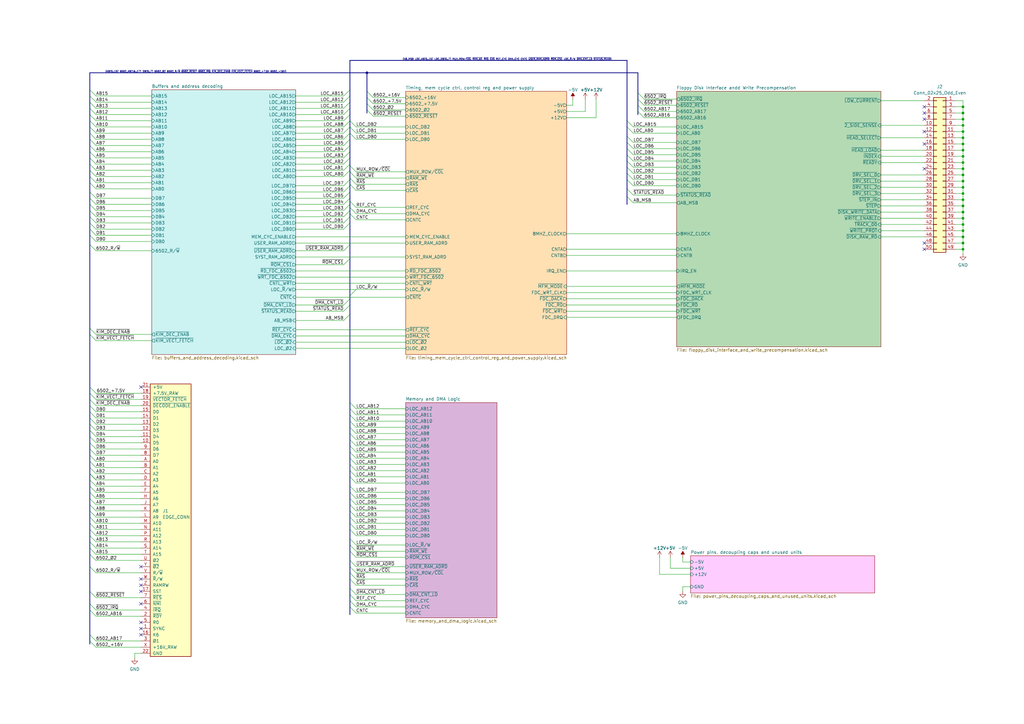
<source format=kicad_sch>
(kicad_sch (version 20230121) (generator eeschema)

  (uuid fd32f695-7ebb-4fd1-9f97-30295f423eb1)

  (paper "A3")

  (lib_symbols
    (symbol "Connector_Generic:Conn_02x25_Odd_Even" (pin_names (offset 1.016) hide) (in_bom yes) (on_board yes)
      (property "Reference" "J" (at 1.27 33.02 0)
        (effects (font (size 1.27 1.27)))
      )
      (property "Value" "Conn_02x25_Odd_Even" (at 1.27 -33.02 0)
        (effects (font (size 1.27 1.27)))
      )
      (property "Footprint" "" (at 0 0 0)
        (effects (font (size 1.27 1.27)) hide)
      )
      (property "Datasheet" "~" (at 0 0 0)
        (effects (font (size 1.27 1.27)) hide)
      )
      (property "ki_keywords" "connector" (at 0 0 0)
        (effects (font (size 1.27 1.27)) hide)
      )
      (property "ki_description" "Generic connector, double row, 02x25, odd/even pin numbering scheme (row 1 odd numbers, row 2 even numbers), script generated (kicad-library-utils/schlib/autogen/connector/)" (at 0 0 0)
        (effects (font (size 1.27 1.27)) hide)
      )
      (property "ki_fp_filters" "Connector*:*_2x??_*" (at 0 0 0)
        (effects (font (size 1.27 1.27)) hide)
      )
      (symbol "Conn_02x25_Odd_Even_1_1"
        (rectangle (start -1.27 -30.353) (end 0 -30.607)
          (stroke (width 0.1524) (type default))
          (fill (type none))
        )
        (rectangle (start -1.27 -27.813) (end 0 -28.067)
          (stroke (width 0.1524) (type default))
          (fill (type none))
        )
        (rectangle (start -1.27 -25.273) (end 0 -25.527)
          (stroke (width 0.1524) (type default))
          (fill (type none))
        )
        (rectangle (start -1.27 -22.733) (end 0 -22.987)
          (stroke (width 0.1524) (type default))
          (fill (type none))
        )
        (rectangle (start -1.27 -20.193) (end 0 -20.447)
          (stroke (width 0.1524) (type default))
          (fill (type none))
        )
        (rectangle (start -1.27 -17.653) (end 0 -17.907)
          (stroke (width 0.1524) (type default))
          (fill (type none))
        )
        (rectangle (start -1.27 -15.113) (end 0 -15.367)
          (stroke (width 0.1524) (type default))
          (fill (type none))
        )
        (rectangle (start -1.27 -12.573) (end 0 -12.827)
          (stroke (width 0.1524) (type default))
          (fill (type none))
        )
        (rectangle (start -1.27 -10.033) (end 0 -10.287)
          (stroke (width 0.1524) (type default))
          (fill (type none))
        )
        (rectangle (start -1.27 -7.493) (end 0 -7.747)
          (stroke (width 0.1524) (type default))
          (fill (type none))
        )
        (rectangle (start -1.27 -4.953) (end 0 -5.207)
          (stroke (width 0.1524) (type default))
          (fill (type none))
        )
        (rectangle (start -1.27 -2.413) (end 0 -2.667)
          (stroke (width 0.1524) (type default))
          (fill (type none))
        )
        (rectangle (start -1.27 0.127) (end 0 -0.127)
          (stroke (width 0.1524) (type default))
          (fill (type none))
        )
        (rectangle (start -1.27 2.667) (end 0 2.413)
          (stroke (width 0.1524) (type default))
          (fill (type none))
        )
        (rectangle (start -1.27 5.207) (end 0 4.953)
          (stroke (width 0.1524) (type default))
          (fill (type none))
        )
        (rectangle (start -1.27 7.747) (end 0 7.493)
          (stroke (width 0.1524) (type default))
          (fill (type none))
        )
        (rectangle (start -1.27 10.287) (end 0 10.033)
          (stroke (width 0.1524) (type default))
          (fill (type none))
        )
        (rectangle (start -1.27 12.827) (end 0 12.573)
          (stroke (width 0.1524) (type default))
          (fill (type none))
        )
        (rectangle (start -1.27 15.367) (end 0 15.113)
          (stroke (width 0.1524) (type default))
          (fill (type none))
        )
        (rectangle (start -1.27 17.907) (end 0 17.653)
          (stroke (width 0.1524) (type default))
          (fill (type none))
        )
        (rectangle (start -1.27 20.447) (end 0 20.193)
          (stroke (width 0.1524) (type default))
          (fill (type none))
        )
        (rectangle (start -1.27 22.987) (end 0 22.733)
          (stroke (width 0.1524) (type default))
          (fill (type none))
        )
        (rectangle (start -1.27 25.527) (end 0 25.273)
          (stroke (width 0.1524) (type default))
          (fill (type none))
        )
        (rectangle (start -1.27 28.067) (end 0 27.813)
          (stroke (width 0.1524) (type default))
          (fill (type none))
        )
        (rectangle (start -1.27 30.607) (end 0 30.353)
          (stroke (width 0.1524) (type default))
          (fill (type none))
        )
        (rectangle (start -1.27 31.75) (end 3.81 -31.75)
          (stroke (width 0.254) (type default))
          (fill (type background))
        )
        (rectangle (start 3.81 -30.353) (end 2.54 -30.607)
          (stroke (width 0.1524) (type default))
          (fill (type none))
        )
        (rectangle (start 3.81 -27.813) (end 2.54 -28.067)
          (stroke (width 0.1524) (type default))
          (fill (type none))
        )
        (rectangle (start 3.81 -25.273) (end 2.54 -25.527)
          (stroke (width 0.1524) (type default))
          (fill (type none))
        )
        (rectangle (start 3.81 -22.733) (end 2.54 -22.987)
          (stroke (width 0.1524) (type default))
          (fill (type none))
        )
        (rectangle (start 3.81 -20.193) (end 2.54 -20.447)
          (stroke (width 0.1524) (type default))
          (fill (type none))
        )
        (rectangle (start 3.81 -17.653) (end 2.54 -17.907)
          (stroke (width 0.1524) (type default))
          (fill (type none))
        )
        (rectangle (start 3.81 -15.113) (end 2.54 -15.367)
          (stroke (width 0.1524) (type default))
          (fill (type none))
        )
        (rectangle (start 3.81 -12.573) (end 2.54 -12.827)
          (stroke (width 0.1524) (type default))
          (fill (type none))
        )
        (rectangle (start 3.81 -10.033) (end 2.54 -10.287)
          (stroke (width 0.1524) (type default))
          (fill (type none))
        )
        (rectangle (start 3.81 -7.493) (end 2.54 -7.747)
          (stroke (width 0.1524) (type default))
          (fill (type none))
        )
        (rectangle (start 3.81 -4.953) (end 2.54 -5.207)
          (stroke (width 0.1524) (type default))
          (fill (type none))
        )
        (rectangle (start 3.81 -2.413) (end 2.54 -2.667)
          (stroke (width 0.1524) (type default))
          (fill (type none))
        )
        (rectangle (start 3.81 0.127) (end 2.54 -0.127)
          (stroke (width 0.1524) (type default))
          (fill (type none))
        )
        (rectangle (start 3.81 2.667) (end 2.54 2.413)
          (stroke (width 0.1524) (type default))
          (fill (type none))
        )
        (rectangle (start 3.81 5.207) (end 2.54 4.953)
          (stroke (width 0.1524) (type default))
          (fill (type none))
        )
        (rectangle (start 3.81 7.747) (end 2.54 7.493)
          (stroke (width 0.1524) (type default))
          (fill (type none))
        )
        (rectangle (start 3.81 10.287) (end 2.54 10.033)
          (stroke (width 0.1524) (type default))
          (fill (type none))
        )
        (rectangle (start 3.81 12.827) (end 2.54 12.573)
          (stroke (width 0.1524) (type default))
          (fill (type none))
        )
        (rectangle (start 3.81 15.367) (end 2.54 15.113)
          (stroke (width 0.1524) (type default))
          (fill (type none))
        )
        (rectangle (start 3.81 17.907) (end 2.54 17.653)
          (stroke (width 0.1524) (type default))
          (fill (type none))
        )
        (rectangle (start 3.81 20.447) (end 2.54 20.193)
          (stroke (width 0.1524) (type default))
          (fill (type none))
        )
        (rectangle (start 3.81 22.987) (end 2.54 22.733)
          (stroke (width 0.1524) (type default))
          (fill (type none))
        )
        (rectangle (start 3.81 25.527) (end 2.54 25.273)
          (stroke (width 0.1524) (type default))
          (fill (type none))
        )
        (rectangle (start 3.81 28.067) (end 2.54 27.813)
          (stroke (width 0.1524) (type default))
          (fill (type none))
        )
        (rectangle (start 3.81 30.607) (end 2.54 30.353)
          (stroke (width 0.1524) (type default))
          (fill (type none))
        )
        (pin passive line (at -5.08 30.48 0) (length 3.81)
          (name "Pin_1" (effects (font (size 1.27 1.27))))
          (number "1" (effects (font (size 1.27 1.27))))
        )
        (pin passive line (at 7.62 20.32 180) (length 3.81)
          (name "Pin_10" (effects (font (size 1.27 1.27))))
          (number "10" (effects (font (size 1.27 1.27))))
        )
        (pin passive line (at -5.08 17.78 0) (length 3.81)
          (name "Pin_11" (effects (font (size 1.27 1.27))))
          (number "11" (effects (font (size 1.27 1.27))))
        )
        (pin passive line (at 7.62 17.78 180) (length 3.81)
          (name "Pin_12" (effects (font (size 1.27 1.27))))
          (number "12" (effects (font (size 1.27 1.27))))
        )
        (pin passive line (at -5.08 15.24 0) (length 3.81)
          (name "Pin_13" (effects (font (size 1.27 1.27))))
          (number "13" (effects (font (size 1.27 1.27))))
        )
        (pin passive line (at 7.62 15.24 180) (length 3.81)
          (name "Pin_14" (effects (font (size 1.27 1.27))))
          (number "14" (effects (font (size 1.27 1.27))))
        )
        (pin passive line (at -5.08 12.7 0) (length 3.81)
          (name "Pin_15" (effects (font (size 1.27 1.27))))
          (number "15" (effects (font (size 1.27 1.27))))
        )
        (pin passive line (at 7.62 12.7 180) (length 3.81)
          (name "Pin_16" (effects (font (size 1.27 1.27))))
          (number "16" (effects (font (size 1.27 1.27))))
        )
        (pin passive line (at -5.08 10.16 0) (length 3.81)
          (name "Pin_17" (effects (font (size 1.27 1.27))))
          (number "17" (effects (font (size 1.27 1.27))))
        )
        (pin passive line (at 7.62 10.16 180) (length 3.81)
          (name "Pin_18" (effects (font (size 1.27 1.27))))
          (number "18" (effects (font (size 1.27 1.27))))
        )
        (pin passive line (at -5.08 7.62 0) (length 3.81)
          (name "Pin_19" (effects (font (size 1.27 1.27))))
          (number "19" (effects (font (size 1.27 1.27))))
        )
        (pin passive line (at 7.62 30.48 180) (length 3.81)
          (name "Pin_2" (effects (font (size 1.27 1.27))))
          (number "2" (effects (font (size 1.27 1.27))))
        )
        (pin passive line (at 7.62 7.62 180) (length 3.81)
          (name "Pin_20" (effects (font (size 1.27 1.27))))
          (number "20" (effects (font (size 1.27 1.27))))
        )
        (pin passive line (at -5.08 5.08 0) (length 3.81)
          (name "Pin_21" (effects (font (size 1.27 1.27))))
          (number "21" (effects (font (size 1.27 1.27))))
        )
        (pin passive line (at 7.62 5.08 180) (length 3.81)
          (name "Pin_22" (effects (font (size 1.27 1.27))))
          (number "22" (effects (font (size 1.27 1.27))))
        )
        (pin passive line (at -5.08 2.54 0) (length 3.81)
          (name "Pin_23" (effects (font (size 1.27 1.27))))
          (number "23" (effects (font (size 1.27 1.27))))
        )
        (pin passive line (at 7.62 2.54 180) (length 3.81)
          (name "Pin_24" (effects (font (size 1.27 1.27))))
          (number "24" (effects (font (size 1.27 1.27))))
        )
        (pin passive line (at -5.08 0 0) (length 3.81)
          (name "Pin_25" (effects (font (size 1.27 1.27))))
          (number "25" (effects (font (size 1.27 1.27))))
        )
        (pin passive line (at 7.62 0 180) (length 3.81)
          (name "Pin_26" (effects (font (size 1.27 1.27))))
          (number "26" (effects (font (size 1.27 1.27))))
        )
        (pin passive line (at -5.08 -2.54 0) (length 3.81)
          (name "Pin_27" (effects (font (size 1.27 1.27))))
          (number "27" (effects (font (size 1.27 1.27))))
        )
        (pin passive line (at 7.62 -2.54 180) (length 3.81)
          (name "Pin_28" (effects (font (size 1.27 1.27))))
          (number "28" (effects (font (size 1.27 1.27))))
        )
        (pin passive line (at -5.08 -5.08 0) (length 3.81)
          (name "Pin_29" (effects (font (size 1.27 1.27))))
          (number "29" (effects (font (size 1.27 1.27))))
        )
        (pin passive line (at -5.08 27.94 0) (length 3.81)
          (name "Pin_3" (effects (font (size 1.27 1.27))))
          (number "3" (effects (font (size 1.27 1.27))))
        )
        (pin passive line (at 7.62 -5.08 180) (length 3.81)
          (name "Pin_30" (effects (font (size 1.27 1.27))))
          (number "30" (effects (font (size 1.27 1.27))))
        )
        (pin passive line (at -5.08 -7.62 0) (length 3.81)
          (name "Pin_31" (effects (font (size 1.27 1.27))))
          (number "31" (effects (font (size 1.27 1.27))))
        )
        (pin passive line (at 7.62 -7.62 180) (length 3.81)
          (name "Pin_32" (effects (font (size 1.27 1.27))))
          (number "32" (effects (font (size 1.27 1.27))))
        )
        (pin passive line (at -5.08 -10.16 0) (length 3.81)
          (name "Pin_33" (effects (font (size 1.27 1.27))))
          (number "33" (effects (font (size 1.27 1.27))))
        )
        (pin passive line (at 7.62 -10.16 180) (length 3.81)
          (name "Pin_34" (effects (font (size 1.27 1.27))))
          (number "34" (effects (font (size 1.27 1.27))))
        )
        (pin passive line (at -5.08 -12.7 0) (length 3.81)
          (name "Pin_35" (effects (font (size 1.27 1.27))))
          (number "35" (effects (font (size 1.27 1.27))))
        )
        (pin passive line (at 7.62 -12.7 180) (length 3.81)
          (name "Pin_36" (effects (font (size 1.27 1.27))))
          (number "36" (effects (font (size 1.27 1.27))))
        )
        (pin passive line (at -5.08 -15.24 0) (length 3.81)
          (name "Pin_37" (effects (font (size 1.27 1.27))))
          (number "37" (effects (font (size 1.27 1.27))))
        )
        (pin passive line (at 7.62 -15.24 180) (length 3.81)
          (name "Pin_38" (effects (font (size 1.27 1.27))))
          (number "38" (effects (font (size 1.27 1.27))))
        )
        (pin passive line (at -5.08 -17.78 0) (length 3.81)
          (name "Pin_39" (effects (font (size 1.27 1.27))))
          (number "39" (effects (font (size 1.27 1.27))))
        )
        (pin passive line (at 7.62 27.94 180) (length 3.81)
          (name "Pin_4" (effects (font (size 1.27 1.27))))
          (number "4" (effects (font (size 1.27 1.27))))
        )
        (pin passive line (at 7.62 -17.78 180) (length 3.81)
          (name "Pin_40" (effects (font (size 1.27 1.27))))
          (number "40" (effects (font (size 1.27 1.27))))
        )
        (pin passive line (at -5.08 -20.32 0) (length 3.81)
          (name "Pin_41" (effects (font (size 1.27 1.27))))
          (number "41" (effects (font (size 1.27 1.27))))
        )
        (pin passive line (at 7.62 -20.32 180) (length 3.81)
          (name "Pin_42" (effects (font (size 1.27 1.27))))
          (number "42" (effects (font (size 1.27 1.27))))
        )
        (pin passive line (at -5.08 -22.86 0) (length 3.81)
          (name "Pin_43" (effects (font (size 1.27 1.27))))
          (number "43" (effects (font (size 1.27 1.27))))
        )
        (pin passive line (at 7.62 -22.86 180) (length 3.81)
          (name "Pin_44" (effects (font (size 1.27 1.27))))
          (number "44" (effects (font (size 1.27 1.27))))
        )
        (pin passive line (at -5.08 -25.4 0) (length 3.81)
          (name "Pin_45" (effects (font (size 1.27 1.27))))
          (number "45" (effects (font (size 1.27 1.27))))
        )
        (pin passive line (at 7.62 -25.4 180) (length 3.81)
          (name "Pin_46" (effects (font (size 1.27 1.27))))
          (number "46" (effects (font (size 1.27 1.27))))
        )
        (pin passive line (at -5.08 -27.94 0) (length 3.81)
          (name "Pin_47" (effects (font (size 1.27 1.27))))
          (number "47" (effects (font (size 1.27 1.27))))
        )
        (pin passive line (at 7.62 -27.94 180) (length 3.81)
          (name "Pin_48" (effects (font (size 1.27 1.27))))
          (number "48" (effects (font (size 1.27 1.27))))
        )
        (pin passive line (at -5.08 -30.48 0) (length 3.81)
          (name "Pin_49" (effects (font (size 1.27 1.27))))
          (number "49" (effects (font (size 1.27 1.27))))
        )
        (pin passive line (at -5.08 25.4 0) (length 3.81)
          (name "Pin_5" (effects (font (size 1.27 1.27))))
          (number "5" (effects (font (size 1.27 1.27))))
        )
        (pin passive line (at 7.62 -30.48 180) (length 3.81)
          (name "Pin_50" (effects (font (size 1.27 1.27))))
          (number "50" (effects (font (size 1.27 1.27))))
        )
        (pin passive line (at 7.62 25.4 180) (length 3.81)
          (name "Pin_6" (effects (font (size 1.27 1.27))))
          (number "6" (effects (font (size 1.27 1.27))))
        )
        (pin passive line (at -5.08 22.86 0) (length 3.81)
          (name "Pin_7" (effects (font (size 1.27 1.27))))
          (number "7" (effects (font (size 1.27 1.27))))
        )
        (pin passive line (at 7.62 22.86 180) (length 3.81)
          (name "Pin_8" (effects (font (size 1.27 1.27))))
          (number "8" (effects (font (size 1.27 1.27))))
        )
        (pin passive line (at -5.08 20.32 0) (length 3.81)
          (name "Pin_9" (effects (font (size 1.27 1.27))))
          (number "9" (effects (font (size 1.27 1.27))))
        )
      )
    )
    (symbol "K_1013:EDGE_CONN" (pin_names (offset 1.016)) (in_bom yes) (on_board yes)
      (property "Reference" "J1" (at 7.874 1.016 0)
        (effects (font (size 1.27 1.27)) (justify left))
      )
      (property "Value" "EDGE_CONN" (at 9.652 -1.905 0)
        (effects (font (size 1.27 1.27)))
      )
      (property "Footprint" "K-1008:EDGE_CONN" (at -3.175 0 0)
        (effects (font (size 1.27 1.27)) hide)
      )
      (property "Datasheet" "~" (at 0 27.94 0)
        (effects (font (size 1.27 1.27)) hide)
      )
      (property "ki_keywords" "connector" (at 0 0 0)
        (effects (font (size 1.27 1.27)) hide)
      )
      (property "ki_description" "Generic connector, double row, 02x22, counter clockwise pin numbering scheme (similar to DIP packge numbering), script generated (kicad-library-utils/schlib/autogen/connector/)" (at 0 0 0)
        (effects (font (size 1.27 1.27)) hide)
      )
      (property "ki_fp_filters" "Connector*:*_2x??_*" (at 0 0 0)
        (effects (font (size 1.27 1.27)) hide)
      )
      (symbol "EDGE_CONN_1_1"
        (rectangle (start -1.27 54.61) (end 15.494 -57.15)
          (stroke (width 0.254) (type default))
          (fill (type background))
        )
        (pin passive line (at -5.08 -45.72 0) (length 3.81)
          (name "SYNC" (effects (font (size 1.27 1.27))))
          (number "1" (effects (font (size 1.27 1.27))))
        )
        (pin passive line (at -5.08 30.48 0) (length 3.81)
          (name "D5" (effects (font (size 1.27 1.27))))
          (number "10" (effects (font (size 1.27 1.27))))
        )
        (pin passive line (at -5.08 33.02 0) (length 3.81)
          (name "D4" (effects (font (size 1.27 1.27))))
          (number "11" (effects (font (size 1.27 1.27))))
        )
        (pin passive line (at -5.08 35.56 0) (length 3.81)
          (name "D3" (effects (font (size 1.27 1.27))))
          (number "12" (effects (font (size 1.27 1.27))))
        )
        (pin passive line (at -5.08 38.1 0) (length 3.81)
          (name "D2" (effects (font (size 1.27 1.27))))
          (number "13" (effects (font (size 1.27 1.27))))
        )
        (pin passive line (at -5.08 40.64 0) (length 3.81)
          (name "D1" (effects (font (size 1.27 1.27))))
          (number "14" (effects (font (size 1.27 1.27))))
        )
        (pin passive line (at -5.08 43.18 0) (length 3.81)
          (name "D0" (effects (font (size 1.27 1.27))))
          (number "15" (effects (font (size 1.27 1.27))))
        )
        (pin passive line (at -5.08 -48.26 0) (length 3.81)
          (name "K6" (effects (font (size 1.27 1.27))))
          (number "16" (effects (font (size 1.27 1.27))))
        )
        (pin passive line (at -5.08 -30.48 0) (length 3.81)
          (name "SST" (effects (font (size 1.27 1.27))))
          (number "17" (effects (font (size 1.27 1.27))))
        )
        (pin passive line (at -5.08 50.8 0) (length 3.81)
          (name "+7.5V_RAW" (effects (font (size 1.27 1.27))))
          (number "18" (effects (font (size 1.27 1.27))))
        )
        (pin passive line (at -5.08 48.26 0) (length 3.81)
          (name "~{VECTOR_FETCH}" (effects (font (size 1.27 1.27))))
          (number "19" (effects (font (size 1.27 1.27))))
        )
        (pin passive line (at -5.08 -40.64 0) (length 3.81)
          (name "~{RDY}" (effects (font (size 1.27 1.27))))
          (number "2" (effects (font (size 1.27 1.27))))
        )
        (pin passive line (at -5.08 45.72 0) (length 3.81)
          (name "~{DECODE_ENABLE}" (effects (font (size 1.27 1.27))))
          (number "20" (effects (font (size 1.27 1.27))))
        )
        (pin passive line (at -5.08 53.34 0) (length 3.81)
          (name "+5V" (effects (font (size 1.27 1.27))))
          (number "21" (effects (font (size 1.27 1.27))))
        )
        (pin passive line (at -5.08 -55.88 0) (length 3.81)
          (name "GND" (effects (font (size 1.27 1.27))))
          (number "22" (effects (font (size 1.27 1.27))))
        )
        (pin passive line (at -5.08 -50.8 0) (length 3.81)
          (name "Ø1" (effects (font (size 1.27 1.27))))
          (number "3" (effects (font (size 1.27 1.27))))
        )
        (pin passive line (at -5.08 -38.1 0) (length 3.81)
          (name "~{IRQ}" (effects (font (size 1.27 1.27))))
          (number "4" (effects (font (size 1.27 1.27))))
        )
        (pin passive line (at -5.08 -43.18 0) (length 3.81)
          (name "R0" (effects (font (size 1.27 1.27))))
          (number "5" (effects (font (size 1.27 1.27))))
        )
        (pin passive line (at -5.08 -35.56 0) (length 3.81)
          (name "~{NMI}" (effects (font (size 1.27 1.27))))
          (number "6" (effects (font (size 1.27 1.27))))
        )
        (pin passive line (at -5.08 -33.02 0) (length 3.81)
          (name "~{RES}" (effects (font (size 1.27 1.27))))
          (number "7" (effects (font (size 1.27 1.27))))
        )
        (pin passive line (at -5.08 25.4 0) (length 3.81)
          (name "D7" (effects (font (size 1.27 1.27))))
          (number "8" (effects (font (size 1.27 1.27))))
        )
        (pin passive line (at -5.08 27.94 0) (length 3.81)
          (name "D6" (effects (font (size 1.27 1.27))))
          (number "9" (effects (font (size 1.27 1.27))))
        )
        (pin passive line (at -5.08 22.86 0) (length 3.81)
          (name "A0" (effects (font (size 1.27 1.27))))
          (number "A" (effects (font (size 1.27 1.27))))
        )
        (pin passive line (at -5.08 20.32 0) (length 3.81)
          (name "A1" (effects (font (size 1.27 1.27))))
          (number "B" (effects (font (size 1.27 1.27))))
        )
        (pin passive line (at -5.08 17.78 0) (length 3.81)
          (name "A2" (effects (font (size 1.27 1.27))))
          (number "C" (effects (font (size 1.27 1.27))))
        )
        (pin passive line (at -5.08 15.24 0) (length 3.81)
          (name "A3" (effects (font (size 1.27 1.27))))
          (number "D" (effects (font (size 1.27 1.27))))
        )
        (pin passive line (at -5.08 12.7 0) (length 3.81)
          (name "A4" (effects (font (size 1.27 1.27))))
          (number "E" (effects (font (size 1.27 1.27))))
        )
        (pin passive line (at -5.08 10.16 0) (length 3.81)
          (name "A5" (effects (font (size 1.27 1.27))))
          (number "F" (effects (font (size 1.27 1.27))))
        )
        (pin passive line (at -5.08 7.62 0) (length 3.81)
          (name "A6" (effects (font (size 1.27 1.27))))
          (number "H" (effects (font (size 1.27 1.27))))
        )
        (pin passive line (at -5.08 5.08 0) (length 3.81)
          (name "A7" (effects (font (size 1.27 1.27))))
          (number "J" (effects (font (size 1.27 1.27))))
        )
        (pin passive line (at -5.08 2.54 0) (length 3.81)
          (name "A8" (effects (font (size 1.27 1.27))))
          (number "K" (effects (font (size 1.27 1.27))))
        )
        (pin passive line (at -5.08 0 0) (length 3.81)
          (name "A9" (effects (font (size 1.27 1.27))))
          (number "L" (effects (font (size 1.27 1.27))))
        )
        (pin passive line (at -5.08 -2.54 0) (length 3.81)
          (name "A10" (effects (font (size 1.27 1.27))))
          (number "M" (effects (font (size 1.27 1.27))))
        )
        (pin passive line (at -5.08 -5.08 0) (length 3.81)
          (name "A11" (effects (font (size 1.27 1.27))))
          (number "N" (effects (font (size 1.27 1.27))))
        )
        (pin passive line (at -5.08 -7.62 0) (length 3.81)
          (name "A12" (effects (font (size 1.27 1.27))))
          (number "P" (effects (font (size 1.27 1.27))))
        )
        (pin passive line (at -5.08 -10.16 0) (length 3.81)
          (name "A13" (effects (font (size 1.27 1.27))))
          (number "R" (effects (font (size 1.27 1.27))))
        )
        (pin passive line (at -5.08 -12.7 0) (length 3.81)
          (name "A14" (effects (font (size 1.27 1.27))))
          (number "S" (effects (font (size 1.27 1.27))))
        )
        (pin passive line (at -5.08 -15.24 0) (length 3.81)
          (name "A15" (effects (font (size 1.27 1.27))))
          (number "T" (effects (font (size 1.27 1.27))))
        )
        (pin passive line (at -5.08 -17.78 0) (length 3.81)
          (name "Ø2" (effects (font (size 1.27 1.27))))
          (number "U" (effects (font (size 1.27 1.27))))
        )
        (pin passive line (at -5.08 -22.86 0) (length 3.81)
          (name "R/~{W}" (effects (font (size 1.27 1.27))))
          (number "V" (effects (font (size 1.27 1.27))))
        )
        (pin passive line (at -5.08 -25.4 0) (length 3.81)
          (name "~{R}/W" (effects (font (size 1.27 1.27))))
          (number "W" (effects (font (size 1.27 1.27))))
        )
        (pin passive line (at -5.08 -53.34 0) (length 3.81)
          (name "+16V_RAW" (effects (font (size 1.27 1.27))))
          (number "X" (effects (font (size 1.27 1.27))))
        )
        (pin passive line (at -5.08 -20.32 0) (length 3.81)
          (name "~{Ø2}" (effects (font (size 1.27 1.27))))
          (number "Y" (effects (font (size 1.27 1.27))))
        )
        (pin passive line (at -5.08 -27.94 0) (length 3.81)
          (name "RAMRW" (effects (font (size 1.27 1.27))))
          (number "Z" (effects (font (size 1.27 1.27))))
        )
      )
    )
    (symbol "power:+12V" (power) (pin_names (offset 0)) (in_bom yes) (on_board yes)
      (property "Reference" "#PWR" (at 0 -3.81 0)
        (effects (font (size 1.27 1.27)) hide)
      )
      (property "Value" "+12V" (at 0 3.556 0)
        (effects (font (size 1.27 1.27)))
      )
      (property "Footprint" "" (at 0 0 0)
        (effects (font (size 1.27 1.27)) hide)
      )
      (property "Datasheet" "" (at 0 0 0)
        (effects (font (size 1.27 1.27)) hide)
      )
      (property "ki_keywords" "global power" (at 0 0 0)
        (effects (font (size 1.27 1.27)) hide)
      )
      (property "ki_description" "Power symbol creates a global label with name \"+12V\"" (at 0 0 0)
        (effects (font (size 1.27 1.27)) hide)
      )
      (symbol "+12V_0_1"
        (polyline
          (pts
            (xy -0.762 1.27)
            (xy 0 2.54)
          )
          (stroke (width 0) (type default))
          (fill (type none))
        )
        (polyline
          (pts
            (xy 0 0)
            (xy 0 2.54)
          )
          (stroke (width 0) (type default))
          (fill (type none))
        )
        (polyline
          (pts
            (xy 0 2.54)
            (xy 0.762 1.27)
          )
          (stroke (width 0) (type default))
          (fill (type none))
        )
      )
      (symbol "+12V_1_1"
        (pin power_in line (at 0 0 90) (length 0) hide
          (name "+12V" (effects (font (size 1.27 1.27))))
          (number "1" (effects (font (size 1.27 1.27))))
        )
      )
    )
    (symbol "power:+5V" (power) (pin_names (offset 0)) (in_bom yes) (on_board yes)
      (property "Reference" "#PWR" (at 0 -3.81 0)
        (effects (font (size 1.27 1.27)) hide)
      )
      (property "Value" "+5V" (at 0 3.556 0)
        (effects (font (size 1.27 1.27)))
      )
      (property "Footprint" "" (at 0 0 0)
        (effects (font (size 1.27 1.27)) hide)
      )
      (property "Datasheet" "" (at 0 0 0)
        (effects (font (size 1.27 1.27)) hide)
      )
      (property "ki_keywords" "global power" (at 0 0 0)
        (effects (font (size 1.27 1.27)) hide)
      )
      (property "ki_description" "Power symbol creates a global label with name \"+5V\"" (at 0 0 0)
        (effects (font (size 1.27 1.27)) hide)
      )
      (symbol "+5V_0_1"
        (polyline
          (pts
            (xy -0.762 1.27)
            (xy 0 2.54)
          )
          (stroke (width 0) (type default))
          (fill (type none))
        )
        (polyline
          (pts
            (xy 0 0)
            (xy 0 2.54)
          )
          (stroke (width 0) (type default))
          (fill (type none))
        )
        (polyline
          (pts
            (xy 0 2.54)
            (xy 0.762 1.27)
          )
          (stroke (width 0) (type default))
          (fill (type none))
        )
      )
      (symbol "+5V_1_1"
        (pin power_in line (at 0 0 90) (length 0) hide
          (name "+5V" (effects (font (size 1.27 1.27))))
          (number "1" (effects (font (size 1.27 1.27))))
        )
      )
    )
    (symbol "power:-5V" (power) (pin_names (offset 0)) (in_bom yes) (on_board yes)
      (property "Reference" "#PWR" (at 0 2.54 0)
        (effects (font (size 1.27 1.27)) hide)
      )
      (property "Value" "-5V" (at 0 3.81 0)
        (effects (font (size 1.27 1.27)))
      )
      (property "Footprint" "" (at 0 0 0)
        (effects (font (size 1.27 1.27)) hide)
      )
      (property "Datasheet" "" (at 0 0 0)
        (effects (font (size 1.27 1.27)) hide)
      )
      (property "ki_keywords" "global power" (at 0 0 0)
        (effects (font (size 1.27 1.27)) hide)
      )
      (property "ki_description" "Power symbol creates a global label with name \"-5V\"" (at 0 0 0)
        (effects (font (size 1.27 1.27)) hide)
      )
      (symbol "-5V_0_0"
        (pin power_in line (at 0 0 90) (length 0) hide
          (name "-5V" (effects (font (size 1.27 1.27))))
          (number "1" (effects (font (size 1.27 1.27))))
        )
      )
      (symbol "-5V_0_1"
        (polyline
          (pts
            (xy 0 0)
            (xy 0 1.27)
            (xy 0.762 1.27)
            (xy 0 2.54)
            (xy -0.762 1.27)
            (xy 0 1.27)
          )
          (stroke (width 0) (type default))
          (fill (type outline))
        )
      )
    )
    (symbol "power:GND" (power) (pin_names (offset 0)) (in_bom yes) (on_board yes)
      (property "Reference" "#PWR" (at 0 -6.35 0)
        (effects (font (size 1.27 1.27)) hide)
      )
      (property "Value" "GND" (at 0 -3.81 0)
        (effects (font (size 1.27 1.27)))
      )
      (property "Footprint" "" (at 0 0 0)
        (effects (font (size 1.27 1.27)) hide)
      )
      (property "Datasheet" "" (at 0 0 0)
        (effects (font (size 1.27 1.27)) hide)
      )
      (property "ki_keywords" "global power" (at 0 0 0)
        (effects (font (size 1.27 1.27)) hide)
      )
      (property "ki_description" "Power symbol creates a global label with name \"GND\" , ground" (at 0 0 0)
        (effects (font (size 1.27 1.27)) hide)
      )
      (symbol "GND_0_1"
        (polyline
          (pts
            (xy 0 0)
            (xy 0 -1.27)
            (xy 1.27 -1.27)
            (xy 0 -2.54)
            (xy -1.27 -1.27)
            (xy 0 -1.27)
          )
          (stroke (width 0) (type default))
          (fill (type none))
        )
      )
      (symbol "GND_1_1"
        (pin power_in line (at 0 0 270) (length 0) hide
          (name "GND" (effects (font (size 1.27 1.27))))
          (number "1" (effects (font (size 1.27 1.27))))
        )
      )
    )
  )

  (junction (at 394.97 56.515) (diameter 0) (color 0 0 0 0)
    (uuid 0d5c47cd-7185-4b00-b91a-3460399efad8)
  )
  (junction (at 394.97 71.755) (diameter 0) (color 0 0 0 0)
    (uuid 0f124de2-4ae8-40a2-833c-c0e0f62a2fa5)
  )
  (junction (at 394.97 81.915) (diameter 0) (color 0 0 0 0)
    (uuid 27431d91-34de-4e93-bab5-83c282d98e60)
  )
  (junction (at 394.97 76.835) (diameter 0) (color 0 0 0 0)
    (uuid 3c0e19c9-3364-4a88-b9e0-4500cdacae00)
  )
  (junction (at 394.97 92.075) (diameter 0) (color 0 0 0 0)
    (uuid 46b0f9ae-c238-4abf-acde-7e2e5a28d27d)
  )
  (junction (at 394.97 97.155) (diameter 0) (color 0 0 0 0)
    (uuid 46f1cf22-4e86-44ec-a2d4-3dbf8ffdad1c)
  )
  (junction (at 394.97 61.595) (diameter 0) (color 0 0 0 0)
    (uuid 476fe518-8cbe-45a9-8b0d-e69744730fa1)
  )
  (junction (at 150.495 29.845) (diameter 0) (color 0 0 0 0)
    (uuid 496bcb0e-8bb2-4155-81eb-350c116bfaf8)
  )
  (junction (at 394.97 99.695) (diameter 0) (color 0 0 0 0)
    (uuid 4d62d67f-3ea6-4f78-bb94-dbab5ee9de2c)
  )
  (junction (at 394.97 79.375) (diameter 0) (color 0 0 0 0)
    (uuid 53617857-af96-4e24-b3c8-786ba6973fc9)
  )
  (junction (at 394.97 89.535) (diameter 0) (color 0 0 0 0)
    (uuid 5cf526db-b412-4c87-8ba1-7f85fc054e34)
  )
  (junction (at 394.97 74.295) (diameter 0) (color 0 0 0 0)
    (uuid 5e6ab3b5-3a02-4a6f-8dce-7f9efd2bfd4d)
  )
  (junction (at 394.97 66.675) (diameter 0) (color 0 0 0 0)
    (uuid 5f39ab43-375b-4415-9a0c-bdbdce36d2d6)
  )
  (junction (at 394.97 59.055) (diameter 0) (color 0 0 0 0)
    (uuid 8142e233-dcfb-4f9d-9fce-c7e8b40f39a3)
  )
  (junction (at 394.97 69.215) (diameter 0) (color 0 0 0 0)
    (uuid 8a3a8861-5750-4f7d-931f-4e387af421e0)
  )
  (junction (at 394.97 46.355) (diameter 0) (color 0 0 0 0)
    (uuid 8aa6581c-b34b-43a6-8034-d850e01af252)
  )
  (junction (at 394.97 64.135) (diameter 0) (color 0 0 0 0)
    (uuid 977f5b1c-7ca1-4ec4-a7bc-1717d8a341f9)
  )
  (junction (at 394.97 84.455) (diameter 0) (color 0 0 0 0)
    (uuid b6eee85c-5883-4d7e-b97b-3ba34209eca0)
  )
  (junction (at 394.97 53.975) (diameter 0) (color 0 0 0 0)
    (uuid c9261b7e-fff7-404d-8aa3-54d9772ccbd7)
  )
  (junction (at 394.97 48.895) (diameter 0) (color 0 0 0 0)
    (uuid d01fef67-59e9-4d95-9e25-4d8573de90f3)
  )
  (junction (at 394.97 86.995) (diameter 0) (color 0 0 0 0)
    (uuid e52542e4-8907-43f4-a54a-b1fd35c48f49)
  )
  (junction (at 394.97 102.235) (diameter 0) (color 0 0 0 0)
    (uuid f2ba2fbd-703c-495d-b960-3f111db01cf3)
  )
  (junction (at 394.97 51.435) (diameter 0) (color 0 0 0 0)
    (uuid f58e9f6d-f568-4bf5-94c9-55b30f51fd69)
  )
  (junction (at 394.97 43.815) (diameter 0) (color 0 0 0 0)
    (uuid f60173bb-6aab-4171-8812-294003c9d0fe)
  )
  (junction (at 394.97 94.615) (diameter 0) (color 0 0 0 0)
    (uuid f71162c3-c79e-4286-8503-7bef1721abd7)
  )

  (no_connect (at 57.785 240.03) (uuid 07865c19-3c41-468f-b4b8-357ff7b963c3))
  (no_connect (at 379.095 59.055) (uuid 270425d1-f44c-4c85-917f-41619f8a65e5))
  (no_connect (at 57.785 260.35) (uuid 2e52efb5-6fa1-4975-b45e-d2f636b95e1e))
  (no_connect (at 57.785 242.57) (uuid 2eac93db-6ae5-4198-97f1-d6288401dc9c))
  (no_connect (at 57.785 247.65) (uuid 37874a08-2ebd-4bb8-8e0c-4401cd54592c))
  (no_connect (at 379.095 102.235) (uuid 3da496c6-552f-4c9f-9db8-662326a2f353))
  (no_connect (at 57.785 237.49) (uuid 53fd8555-eaf1-40e5-ad67-04f415fedec1))
  (no_connect (at 379.095 48.895) (uuid 6795e86d-4e74-4948-8679-bbace6821dd8))
  (no_connect (at 57.785 255.27) (uuid 70114886-78ec-4f11-965f-940dba6ead28))
  (no_connect (at 57.785 257.81) (uuid 781582f1-6935-497f-9468-1f8171a4ab5a))
  (no_connect (at 379.095 99.695) (uuid 8020c007-a194-44f5-ace8-d92002c88e7b))
  (no_connect (at 379.095 69.215) (uuid 80fe456e-9e5a-40fc-abad-c251f8732f36))
  (no_connect (at 57.785 232.41) (uuid a179534a-b018-4268-8296-b02349952c3c))
  (no_connect (at 57.785 158.75) (uuid c521564f-4a15-4267-a41d-e580465f9be1))
  (no_connect (at 379.095 53.975) (uuid dba8bcdd-8006-493c-a8d7-3e16d0564074))
  (no_connect (at 379.095 46.355) (uuid e28db924-401a-486f-b280-0599a96ed4de))
  (no_connect (at 379.095 43.815) (uuid fce247d2-c2ed-44ec-9821-560bb1f34d49))

  (bus_entry (at 143.51 217.17) (size 2.54 2.54)
    (stroke (width 0) (type default))
    (uuid 00dac383-fb00-45fa-a7bb-92c5933fff8a)
  )
  (bus_entry (at 36.83 91.44) (size 2.54 2.54)
    (stroke (width 0) (type default))
    (uuid 020b42d8-18f3-4544-99a9-90a352baac1c)
  )
  (bus_entry (at 36.83 209.55) (size 2.54 2.54)
    (stroke (width 0) (type default))
    (uuid 0290db5d-5bc7-466d-9182-a7c7b3476484)
  )
  (bus_entry (at 257.175 71.12) (size 2.54 2.54)
    (stroke (width 0) (type default))
    (uuid 041d149f-8805-4c13-bb6c-77f209bfd4ad)
  )
  (bus_entry (at 36.83 64.77) (size 2.54 2.54)
    (stroke (width 0) (type default))
    (uuid 048290e9-e480-4560-b39f-c4effac5e813)
  )
  (bus_entry (at 257.175 80.645) (size 2.54 2.54)
    (stroke (width 0) (type default))
    (uuid 04e308f0-4923-4203-9633-4e549c350438)
  )
  (bus_entry (at 143.51 248.92) (size 2.54 2.54)
    (stroke (width 0) (type default))
    (uuid 060ff08f-288b-43f1-ad41-8f700d52b818)
  )
  (bus_entry (at 143.51 175.26) (size 2.54 2.54)
    (stroke (width 0) (type default))
    (uuid 0709ff84-bc06-44ca-89bd-5d2f87dd8ccc)
  )
  (bus_entry (at 36.83 46.99) (size 2.54 2.54)
    (stroke (width 0) (type default))
    (uuid 0728adba-81d6-4418-8fa6-47e7559e6e2a)
  )
  (bus_entry (at 150.495 40.005) (size 2.54 2.54)
    (stroke (width 0) (type default))
    (uuid 079c2859-0c5b-449c-a047-21f6cf5b2a4c)
  )
  (bus_entry (at 140.97 125.095) (size 2.54 -2.54)
    (stroke (width 0) (type default))
    (uuid 09769367-6ad3-4617-ac98-d48326255d70)
  )
  (bus_entry (at 257.175 49.53) (size 2.54 2.54)
    (stroke (width 0) (type default))
    (uuid 0b6ee34e-09b7-43db-b13e-f225600ce0d1)
  )
  (bus_entry (at 36.83 191.77) (size 2.54 2.54)
    (stroke (width 0) (type default))
    (uuid 12128c9f-4f57-472b-9d17-8a1347b7eab4)
  )
  (bus_entry (at 140.97 62.23) (size 2.54 -2.54)
    (stroke (width 0) (type default))
    (uuid 13ec66a3-a607-4219-b1d7-3a2366cead5b)
  )
  (bus_entry (at 143.51 207.01) (size 2.54 2.54)
    (stroke (width 0) (type default))
    (uuid 148e69b9-b675-4bd1-bd16-3fbab0d5b38d)
  )
  (bus_entry (at 36.83 158.75) (size 2.54 2.54)
    (stroke (width 0) (type default))
    (uuid 18a27125-86f7-4a71-8116-31237ec8b0e9)
  )
  (bus_entry (at 140.97 64.77) (size 2.54 -2.54)
    (stroke (width 0) (type default))
    (uuid 19e2730a-defd-41df-a495-87688c18602e)
  )
  (bus_entry (at 36.83 62.23) (size 2.54 2.54)
    (stroke (width 0) (type default))
    (uuid 206ebd99-624b-42f8-b7a5-dc73c45c44ba)
  )
  (bus_entry (at 143.51 193.04) (size 2.54 2.54)
    (stroke (width 0) (type default))
    (uuid 26d5ba21-2800-47f8-af27-547a2539f9c6)
  )
  (bus_entry (at 36.83 260.35) (size 2.54 2.54)
    (stroke (width 0) (type default))
    (uuid 26ed2313-eee1-46fb-b3c6-eb0bc597f904)
  )
  (bus_entry (at 143.51 121.285) (size 2.54 -2.54)
    (stroke (width 0) (type default))
    (uuid 2bed96dc-127a-41ef-904a-da9aacf4b3b6)
  )
  (bus_entry (at 36.83 201.93) (size 2.54 2.54)
    (stroke (width 0) (type default))
    (uuid 2c30c512-47b4-4209-a018-7f81d3aeb066)
  )
  (bus_entry (at 143.51 185.42) (size 2.54 2.54)
    (stroke (width 0) (type default))
    (uuid 2e755d77-4998-4ee3-a845-7a8783603ff0)
  )
  (bus_entry (at 36.83 52.07) (size 2.54 2.54)
    (stroke (width 0) (type default))
    (uuid 30d2ffd5-850a-4e54-98f6-9821e7c1cf54)
  )
  (bus_entry (at 140.97 86.36) (size 2.54 -2.54)
    (stroke (width 0) (type default))
    (uuid 32a19826-cedb-4c46-92df-a6b2ebd55a0a)
  )
  (bus_entry (at 36.83 36.83) (size 2.54 2.54)
    (stroke (width 0) (type default))
    (uuid 347c21e4-5642-41be-8a5d-a6c2156e6742)
  )
  (bus_entry (at 140.97 44.45) (size 2.54 -2.54)
    (stroke (width 0) (type default))
    (uuid 37e929f1-9bb3-4075-ae6b-480a9a5128fb)
  )
  (bus_entry (at 140.97 131.445) (size 2.54 -2.54)
    (stroke (width 0) (type default))
    (uuid 3977dbd1-bf39-4bbf-9623-b48dfc00990f)
  )
  (bus_entry (at 140.97 49.53) (size 2.54 -2.54)
    (stroke (width 0) (type default))
    (uuid 39f73bd7-47c0-4468-a136-117a540987cb)
  )
  (bus_entry (at 36.83 59.69) (size 2.54 2.54)
    (stroke (width 0) (type default))
    (uuid 39fbb420-f136-44b1-a9f1-db4a33599a21)
  )
  (bus_entry (at 143.51 87.63) (size 2.54 2.54)
    (stroke (width 0) (type default))
    (uuid 3b06d453-71f9-4c98-8363-a748ff4bf077)
  )
  (bus_entry (at 140.97 39.37) (size 2.54 -2.54)
    (stroke (width 0) (type default))
    (uuid 3b4606c9-06b0-4e55-9d08-6fe1fe792e88)
  )
  (bus_entry (at 36.83 100.33) (size 2.54 2.54)
    (stroke (width 0) (type default))
    (uuid 3b6330a4-3b33-44e4-b247-1e33bd8e250c)
  )
  (bus_entry (at 36.83 186.69) (size 2.54 2.54)
    (stroke (width 0) (type default))
    (uuid 3cc67e04-71dd-4b04-8df8-c9a74d8e9809)
  )
  (bus_entry (at 140.97 76.2) (size 2.54 -2.54)
    (stroke (width 0) (type default))
    (uuid 3d662f53-3d10-4631-9cbc-bcb677225a66)
  )
  (bus_entry (at 257.175 55.88) (size 2.54 2.54)
    (stroke (width 0) (type default))
    (uuid 3df98cbf-6e57-4028-a21d-8a19dbfebd16)
  )
  (bus_entry (at 143.51 70.485) (size 2.54 2.54)
    (stroke (width 0) (type default))
    (uuid 40118608-c54c-48d7-8735-5cd33f992aab)
  )
  (bus_entry (at 261.62 43.18) (size 2.54 2.54)
    (stroke (width 0) (type default))
    (uuid 45158761-d751-4a46-b78a-1a68b342a847)
  )
  (bus_entry (at 36.83 217.17) (size 2.54 2.54)
    (stroke (width 0) (type default))
    (uuid 457f80e3-0671-4284-8490-016fc8ee8372)
  )
  (bus_entry (at 143.51 167.64) (size 2.54 2.54)
    (stroke (width 0) (type default))
    (uuid 4594b983-d5a6-4f2d-9016-f9da9f33b6c1)
  )
  (bus_entry (at 36.83 173.99) (size 2.54 2.54)
    (stroke (width 0) (type default))
    (uuid 46f0f936-e897-49dc-8827-bc4bc164696f)
  )
  (bus_entry (at 36.83 93.98) (size 2.54 2.54)
    (stroke (width 0) (type default))
    (uuid 4763e4f9-229d-4e6d-8123-1fe858243619)
  )
  (bus_entry (at 143.51 190.5) (size 2.54 2.54)
    (stroke (width 0) (type default))
    (uuid 47c7ea45-ba1d-4983-9108-3a1c9771ba8b)
  )
  (bus_entry (at 36.83 194.31) (size 2.54 2.54)
    (stroke (width 0) (type default))
    (uuid 49bdd13b-f634-482f-bf12-28949d960d04)
  )
  (bus_entry (at 36.83 224.79) (size 2.54 2.54)
    (stroke (width 0) (type default))
    (uuid 4db793a6-9e87-4e87-9d80-9beca5542f46)
  )
  (bus_entry (at 143.51 204.47) (size 2.54 2.54)
    (stroke (width 0) (type default))
    (uuid 4ed0f014-263c-429c-87d5-495011bef65c)
  )
  (bus_entry (at 257.175 66.04) (size 2.54 2.54)
    (stroke (width 0) (type default))
    (uuid 4ee6e3f4-9bf8-435c-9132-0b2ee8a458bc)
  )
  (bus_entry (at 36.83 214.63) (size 2.54 2.54)
    (stroke (width 0) (type default))
    (uuid 5084af9c-d1d4-480c-b79f-46e6667e7d74)
  )
  (bus_entry (at 36.83 176.53) (size 2.54 2.54)
    (stroke (width 0) (type default))
    (uuid 515e5a19-9d48-4e53-ae53-487046d3711b)
  )
  (bus_entry (at 36.83 262.89) (size 2.54 2.54)
    (stroke (width 0) (type default))
    (uuid 524eb5f1-e11c-4821-b572-1f31a1dc9394)
  )
  (bus_entry (at 143.51 243.84) (size 2.54 2.54)
    (stroke (width 0) (type default))
    (uuid 5265e9ff-26d1-4c34-ad9c-8ec042e024ac)
  )
  (bus_entry (at 143.51 212.09) (size 2.54 2.54)
    (stroke (width 0) (type default))
    (uuid 57aee80c-683f-4786-93ab-16daea3833fb)
  )
  (bus_entry (at 36.83 219.71) (size 2.54 2.54)
    (stroke (width 0) (type default))
    (uuid 584c2969-a70f-4380-8abf-c41b165cb9f1)
  )
  (bus_entry (at 36.83 196.85) (size 2.54 2.54)
    (stroke (width 0) (type default))
    (uuid 5ab960a4-7ba8-40b3-a8d8-04b204ced4db)
  )
  (bus_entry (at 143.51 229.87) (size 2.54 2.54)
    (stroke (width 0) (type default))
    (uuid 5f405a5c-fec7-4111-a18f-86059b6e1eb7)
  )
  (bus_entry (at 143.51 182.88) (size 2.54 2.54)
    (stroke (width 0) (type default))
    (uuid 61131933-69d6-4e47-b3f6-d7c30b45fa9e)
  )
  (bus_entry (at 36.83 242.57) (size 2.54 2.54)
    (stroke (width 0) (type default))
    (uuid 61eb8b1f-bc61-4b13-abbb-4d3c685cc177)
  )
  (bus_entry (at 140.97 93.98) (size 2.54 -2.54)
    (stroke (width 0) (type default))
    (uuid 6200276c-4563-4d7c-ad53-eec29b3a991f)
  )
  (bus_entry (at 36.83 250.19) (size 2.54 2.54)
    (stroke (width 0) (type default))
    (uuid 667b107a-c793-4394-9b59-e6144bb994bd)
  )
  (bus_entry (at 36.83 171.45) (size 2.54 2.54)
    (stroke (width 0) (type default))
    (uuid 6901f277-3600-4b52-93c1-da711396011e)
  )
  (bus_entry (at 36.83 54.61) (size 2.54 2.54)
    (stroke (width 0) (type default))
    (uuid 6a54f734-c733-4bd4-8a29-67c1306122c7)
  )
  (bus_entry (at 143.51 220.98) (size 2.54 2.54)
    (stroke (width 0) (type default))
    (uuid 6de21eb3-e633-4a90-9258-648cc61c035e)
  )
  (bus_entry (at 36.83 163.83) (size 2.54 2.54)
    (stroke (width 0) (type default))
    (uuid 70d20f6a-dee2-4969-9027-8d2aa1295ef2)
  )
  (bus_entry (at 143.51 180.34) (size 2.54 2.54)
    (stroke (width 0) (type default))
    (uuid 71369a0f-7088-49f5-b986-a1698e13492c)
  )
  (bus_entry (at 143.51 54.61) (size 2.54 2.54)
    (stroke (width 0) (type default))
    (uuid 7434ac12-ae2f-4f9a-ad27-ecf4c8e3662e)
  )
  (bus_entry (at 140.97 52.07) (size 2.54 -2.54)
    (stroke (width 0) (type default))
    (uuid 745b6a76-2e4b-4b39-8c04-d1d6ab718039)
  )
  (bus_entry (at 257.175 68.58) (size 2.54 2.54)
    (stroke (width 0) (type default))
    (uuid 74afc1ff-352a-4cf6-b671-ad78f4d2f6f0)
  )
  (bus_entry (at 36.83 69.85) (size 2.54 2.54)
    (stroke (width 0) (type default))
    (uuid 74b30f9e-40cf-49b0-93bb-96a4f3b72d8b)
  )
  (bus_entry (at 36.83 179.07) (size 2.54 2.54)
    (stroke (width 0) (type default))
    (uuid 74e21a02-47ea-4bd5-8627-13ac0e51270f)
  )
  (bus_entry (at 36.83 227.33) (size 2.54 2.54)
    (stroke (width 0) (type default))
    (uuid 74ee2a1e-714a-4bea-89d5-271947fa179d)
  )
  (bus_entry (at 143.51 241.3) (size 2.54 2.54)
    (stroke (width 0) (type default))
    (uuid 750058e0-e894-4da5-a42c-0983adcee4a9)
  )
  (bus_entry (at 36.83 78.74) (size 2.54 2.54)
    (stroke (width 0) (type default))
    (uuid 76dca621-9e6e-42ff-95a0-02cec64bd9ae)
  )
  (bus_entry (at 143.51 234.95) (size 2.54 2.54)
    (stroke (width 0) (type default))
    (uuid 79529b94-3276-44b3-b93f-80d497a13ce3)
  )
  (bus_entry (at 36.83 207.01) (size 2.54 2.54)
    (stroke (width 0) (type default))
    (uuid 79b37f40-6e83-4804-a258-c6f821d5fee1)
  )
  (bus_entry (at 140.97 54.61) (size 2.54 -2.54)
    (stroke (width 0) (type default))
    (uuid 7b34e752-8026-4d41-9e49-f87117d44b86)
  )
  (bus_entry (at 143.51 223.52) (size 2.54 2.54)
    (stroke (width 0) (type default))
    (uuid 7b964af3-c289-4548-af8e-c82bf065a281)
  )
  (bus_entry (at 257.175 63.5) (size 2.54 2.54)
    (stroke (width 0) (type default))
    (uuid 7cd180c9-31ed-41d6-81c5-9526496735ba)
  )
  (bus_entry (at 143.51 49.53) (size 2.54 2.54)
    (stroke (width 0) (type default))
    (uuid 7e363c64-3339-495b-b5f5-7bd7b579c6c7)
  )
  (bus_entry (at 36.83 41.91) (size 2.54 2.54)
    (stroke (width 0) (type default))
    (uuid 8102f09b-8427-49a4-83d3-98b576759ccb)
  )
  (bus_entry (at 36.83 137.16) (size 2.54 2.54)
    (stroke (width 0) (type default))
    (uuid 825758f7-8ca6-4142-9bd3-3b4be89c3cd6)
  )
  (bus_entry (at 257.175 73.66) (size 2.54 2.54)
    (stroke (width 0) (type default))
    (uuid 83ade76e-d9b7-4742-93df-b16c7b3a25b8)
  )
  (bus_entry (at 257.175 52.07) (size 2.54 2.54)
    (stroke (width 0) (type default))
    (uuid 83db3bae-9552-4c3c-8764-cfaa68b6604b)
  )
  (bus_entry (at 143.51 82.55) (size 2.54 2.54)
    (stroke (width 0) (type default))
    (uuid 8536998b-cd12-425e-a3f7-54e0d35680d4)
  )
  (bus_entry (at 140.97 59.69) (size 2.54 -2.54)
    (stroke (width 0) (type default))
    (uuid 87202ab7-d510-4a5c-ad60-02f6a684e57b)
  )
  (bus_entry (at 36.83 39.37) (size 2.54 2.54)
    (stroke (width 0) (type default))
    (uuid 89bdfef9-22ab-4d9a-b9f6-b73bd7af69bc)
  )
  (bus_entry (at 140.97 88.9) (size 2.54 -2.54)
    (stroke (width 0) (type default))
    (uuid 8cc86699-b1f0-4c3c-8e44-e3fda229391c)
  )
  (bus_entry (at 140.97 69.85) (size 2.54 -2.54)
    (stroke (width 0) (type default))
    (uuid 93523da4-89a7-4818-a1ca-79452bdc5692)
  )
  (bus_entry (at 36.83 83.82) (size 2.54 2.54)
    (stroke (width 0) (type default))
    (uuid 94637ae8-d54e-47f8-971e-3f4ad6137698)
  )
  (bus_entry (at 36.83 204.47) (size 2.54 2.54)
    (stroke (width 0) (type default))
    (uuid 954af665-c42a-4977-a8bf-b4a11a516550)
  )
  (bus_entry (at 143.51 75.565) (size 2.54 2.54)
    (stroke (width 0) (type default))
    (uuid 955597e6-1740-4af2-8465-4fa25b39296a)
  )
  (bus_entry (at 140.97 57.15) (size 2.54 -2.54)
    (stroke (width 0) (type default))
    (uuid 958eb7d1-79d6-4044-8dc1-c5967afb785d)
  )
  (bus_entry (at 143.51 195.58) (size 2.54 2.54)
    (stroke (width 0) (type default))
    (uuid 9bcf82e1-16f9-4c34-90fd-957a7cf51c6d)
  )
  (bus_entry (at 143.51 67.945) (size 2.54 2.54)
    (stroke (width 0) (type default))
    (uuid 9cb867b1-83ce-4bfe-86d2-042b899caaf5)
  )
  (bus_entry (at 261.62 45.72) (size 2.54 2.54)
    (stroke (width 0) (type default))
    (uuid 9e1388de-6b38-4aeb-9071-6f54bc274449)
  )
  (bus_entry (at 36.83 44.45) (size 2.54 2.54)
    (stroke (width 0) (type default))
    (uuid 9ed2cd11-e8f4-45eb-b870-4d96ab99dcbb)
  )
  (bus_entry (at 140.97 102.87) (size 2.54 -2.54)
    (stroke (width 0) (type default))
    (uuid 9f660df5-c512-4032-b76f-5fc250e3478e)
  )
  (bus_entry (at 36.83 67.31) (size 2.54 2.54)
    (stroke (width 0) (type default))
    (uuid 9fb441f9-1b7c-497e-b35e-15133bdbabfb)
  )
  (bus_entry (at 140.97 91.44) (size 2.54 -2.54)
    (stroke (width 0) (type default))
    (uuid a128766f-d020-4b9d-8813-89b6f0aa3d31)
  )
  (bus_entry (at 36.83 189.23) (size 2.54 2.54)
    (stroke (width 0) (type default))
    (uuid a17eddaa-cbb8-4de8-ab8b-8fd2b0696cfe)
  )
  (bus_entry (at 36.83 96.52) (size 2.54 2.54)
    (stroke (width 0) (type default))
    (uuid a2244f2e-c784-4a6e-929b-773b9b26a372)
  )
  (bus_entry (at 143.51 52.07) (size 2.54 2.54)
    (stroke (width 0) (type default))
    (uuid a509f307-b5c7-44e0-8a3d-ff63bd0cae23)
  )
  (bus_entry (at 36.83 232.41) (size 2.54 2.54)
    (stroke (width 0) (type default))
    (uuid a593fe0e-755d-4019-acc9-28b9d92c634b)
  )
  (bus_entry (at 36.83 86.36) (size 2.54 2.54)
    (stroke (width 0) (type default))
    (uuid a80b7f94-2f63-4d03-af86-8a700d6ec32c)
  )
  (bus_entry (at 140.97 46.99) (size 2.54 -2.54)
    (stroke (width 0) (type default))
    (uuid ae126a39-3d93-4b90-892c-276e4fe187eb)
  )
  (bus_entry (at 143.51 170.18) (size 2.54 2.54)
    (stroke (width 0) (type default))
    (uuid af518528-6ef6-4300-92d6-79942450b4ff)
  )
  (bus_entry (at 36.83 57.15) (size 2.54 2.54)
    (stroke (width 0) (type default))
    (uuid afb25196-783d-4aa8-960e-443500d8e1c3)
  )
  (bus_entry (at 257.175 77.47) (size 2.54 2.54)
    (stroke (width 0) (type default))
    (uuid afdb28f5-c081-46db-abee-dfbafcac5e15)
  )
  (bus_entry (at 140.97 78.74) (size 2.54 -2.54)
    (stroke (width 0) (type default))
    (uuid b1bcdcf5-d421-47bc-9f73-cb9d3a08b0c0)
  )
  (bus_entry (at 150.495 42.545) (size 2.54 2.54)
    (stroke (width 0) (type default))
    (uuid b1d15232-c867-41a7-87fa-82d0dbd26047)
  )
  (bus_entry (at 36.83 88.9) (size 2.54 2.54)
    (stroke (width 0) (type default))
    (uuid b3d1ca6a-b7fe-4531-9805-f9064e46396c)
  )
  (bus_entry (at 140.97 83.82) (size 2.54 -2.54)
    (stroke (width 0) (type default))
    (uuid b3d25711-0a91-46f0-ae8a-2440ecaf4c5f)
  )
  (bus_entry (at 36.83 168.91) (size 2.54 2.54)
    (stroke (width 0) (type default))
    (uuid b4536ee5-03cf-43df-b4a1-280ea0a91e3b)
  )
  (bus_entry (at 143.51 209.55) (size 2.54 2.54)
    (stroke (width 0) (type default))
    (uuid b56773eb-4114-4be4-af16-5f612126d37d)
  )
  (bus_entry (at 36.83 199.39) (size 2.54 2.54)
    (stroke (width 0) (type default))
    (uuid b5eb5dcb-1c45-4389-85f6-7bf548c0f6a3)
  )
  (bus_entry (at 36.83 134.62) (size 2.54 2.54)
    (stroke (width 0) (type default))
    (uuid b64f97cc-1e36-43a5-b0c6-3a7b104a2a6d)
  )
  (bus_entry (at 36.83 72.39) (size 2.54 2.54)
    (stroke (width 0) (type default))
    (uuid ba25500a-790a-4534-8a11-25f7918fb48e)
  )
  (bus_entry (at 36.83 161.29) (size 2.54 2.54)
    (stroke (width 0) (type default))
    (uuid bc67ffa3-61be-468a-a7eb-e4b234f72d03)
  )
  (bus_entry (at 143.51 85.09) (size 2.54 2.54)
    (stroke (width 0) (type default))
    (uuid c03a4860-f7f7-427e-9f2f-a8209f86d285)
  )
  (bus_entry (at 143.51 226.06) (size 2.54 2.54)
    (stroke (width 0) (type default))
    (uuid c4d4ecad-a062-4e34-84b6-a15b09be1288)
  )
  (bus_entry (at 143.51 246.38) (size 2.54 2.54)
    (stroke (width 0) (type default))
    (uuid c6a3d0d9-f38d-42fd-b864-82f4502d0f86)
  )
  (bus_entry (at 143.51 73.025) (size 2.54 2.54)
    (stroke (width 0) (type default))
    (uuid c8e29231-5ef4-4178-ad47-78334391f3eb)
  )
  (bus_entry (at 257.175 58.42) (size 2.54 2.54)
    (stroke (width 0) (type default))
    (uuid cd68a4f7-fdf0-47e5-ad8f-1a633e273470)
  )
  (bus_entry (at 143.51 177.8) (size 2.54 2.54)
    (stroke (width 0) (type default))
    (uuid cd968971-1123-4537-a9eb-2092acd42ccf)
  )
  (bus_entry (at 143.51 232.41) (size 2.54 2.54)
    (stroke (width 0) (type default))
    (uuid cf6f9908-44b1-490e-b08e-3fd7c11a6931)
  )
  (bus_entry (at 150.495 45.085) (size 2.54 2.54)
    (stroke (width 0) (type default))
    (uuid d396f09d-3e4f-4339-949b-54e651962be9)
  )
  (bus_entry (at 36.83 247.65) (size 2.54 2.54)
    (stroke (width 0) (type default))
    (uuid d3fece7a-9493-408c-8aaf-5a7c00078987)
  )
  (bus_entry (at 261.62 38.1) (size 2.54 2.54)
    (stroke (width 0) (type default))
    (uuid d4fbafb4-f204-4f1e-a71f-3ceb29163e45)
  )
  (bus_entry (at 36.83 222.25) (size 2.54 2.54)
    (stroke (width 0) (type default))
    (uuid d742848f-73cf-4409-81bb-2722c486f16d)
  )
  (bus_entry (at 261.62 40.64) (size 2.54 2.54)
    (stroke (width 0) (type default))
    (uuid d9cb0e06-0700-4f60-88aa-e421a2f443d0)
  )
  (bus_entry (at 143.51 172.72) (size 2.54 2.54)
    (stroke (width 0) (type default))
    (uuid dd9d6a2f-8d4c-48a0-9c0f-812ec0fc09d8)
  )
  (bus_entry (at 143.51 187.96) (size 2.54 2.54)
    (stroke (width 0) (type default))
    (uuid dedaf0fa-e41d-4382-bbc5-c64a1bcbc361)
  )
  (bus_entry (at 143.51 237.49) (size 2.54 2.54)
    (stroke (width 0) (type default))
    (uuid df5e9e6e-f861-4752-8b5b-4690dcc737bf)
  )
  (bus_entry (at 143.51 199.39) (size 2.54 2.54)
    (stroke (width 0) (type default))
    (uuid df92110c-0e27-44eb-91a2-b3c665618bcd)
  )
  (bus_entry (at 36.83 194.31) (size 2.54 2.54)
    (stroke (width 0) (type default))
    (uuid e023b80e-33c8-4e3d-8169-ced64f4febc4)
  )
  (bus_entry (at 140.97 108.585) (size 2.54 -2.54)
    (stroke (width 0) (type default))
    (uuid e0e72a9c-b723-4142-b079-6cb2c7a4fb59)
  )
  (bus_entry (at 36.83 212.09) (size 2.54 2.54)
    (stroke (width 0) (type default))
    (uuid e1c9d605-c5c9-4c94-a44f-8c11165bfb98)
  )
  (bus_entry (at 150.495 37.465) (size 2.54 2.54)
    (stroke (width 0) (type default))
    (uuid e3358b9a-579c-4127-bfc1-72d4b27a0f98)
  )
  (bus_entry (at 36.83 81.28) (size 2.54 2.54)
    (stroke (width 0) (type default))
    (uuid e4e9699e-8746-4b0a-8de1-03677792a25c)
  )
  (bus_entry (at 143.51 201.93) (size 2.54 2.54)
    (stroke (width 0) (type default))
    (uuid e53abc76-6016-43aa-a3bb-e1805f5993cc)
  )
  (bus_entry (at 140.97 72.39) (size 2.54 -2.54)
    (stroke (width 0) (type default))
    (uuid e79b12c7-391c-4ce4-9c2a-65a153d977fc)
  )
  (bus_entry (at 36.83 184.15) (size 2.54 2.54)
    (stroke (width 0) (type default))
    (uuid e7a91f55-1ff6-4a84-ad96-76b8d427a6dc)
  )
  (bus_entry (at 143.51 214.63) (size 2.54 2.54)
    (stroke (width 0) (type default))
    (uuid e9299519-2df8-449b-b4b9-07be15801a22)
  )
  (bus_entry (at 257.175 60.96) (size 2.54 2.54)
    (stroke (width 0) (type default))
    (uuid ea473390-45fc-49db-8ef7-02fed90202b0)
  )
  (bus_entry (at 36.83 74.93) (size 2.54 2.54)
    (stroke (width 0) (type default))
    (uuid eb061188-6e90-46a6-a1b5-c99cd9eedbda)
  )
  (bus_entry (at 140.97 127.635) (size 2.54 -2.54)
    (stroke (width 0) (type default))
    (uuid eefaf476-0be1-4250-90cb-78cf1cb76ad8)
  )
  (bus_entry (at 36.83 181.61) (size 2.54 2.54)
    (stroke (width 0) (type default))
    (uuid ef089884-1783-4a28-8c4f-a93928c5fa2f)
  )
  (bus_entry (at 140.97 67.31) (size 2.54 -2.54)
    (stroke (width 0) (type default))
    (uuid f39e50a6-77fc-48ee-8dfe-3eeeacaa1d2e)
  )
  (bus_entry (at 143.51 165.1) (size 2.54 2.54)
    (stroke (width 0) (type default))
    (uuid f55beb53-3312-4527-bf76-9ba634596c60)
  )
  (bus_entry (at 140.97 81.28) (size 2.54 -2.54)
    (stroke (width 0) (type default))
    (uuid f76112fe-b3b3-45d3-8954-a886fe17bbcf)
  )
  (bus_entry (at 36.83 49.53) (size 2.54 2.54)
    (stroke (width 0) (type default))
    (uuid fc531913-5514-45a4-b045-6dda630bda48)
  )
  (bus_entry (at 36.83 166.37) (size 2.54 2.54)
    (stroke (width 0) (type default))
    (uuid fdb956b7-bfcb-4bd1-bd25-f96c502a2a1b)
  )
  (bus_entry (at 140.97 41.91) (size 2.54 -2.54)
    (stroke (width 0) (type default))
    (uuid ffca2cab-9d1e-49b8-88d8-7cc3a7ba8d51)
  )

  (wire (pts (xy 394.97 79.375) (xy 394.97 81.915))
    (stroke (width 0) (type default))
    (uuid 0076274f-9505-44d2-b5c5-25edc69b8628)
  )
  (wire (pts (xy 146.05 234.95) (xy 166.37 234.95))
    (stroke (width 0) (type default))
    (uuid 019fbd7e-d322-48ee-bca8-58cf5c33b872)
  )
  (wire (pts (xy 146.05 172.72) (xy 166.37 172.72))
    (stroke (width 0) (type default))
    (uuid 0226d050-56f3-4331-8c3d-b7813529ce07)
  )
  (wire (pts (xy 121.285 62.23) (xy 140.97 62.23))
    (stroke (width 0) (type default))
    (uuid 0254750a-936b-4874-8844-b24090fbb3d8)
  )
  (wire (pts (xy 232.41 45.72) (xy 240.03 45.72))
    (stroke (width 0) (type default))
    (uuid 0292ad65-9252-4d29-b2f0-595749a4fb92)
  )
  (bus (pts (xy 36.83 137.16) (xy 36.83 158.75))
    (stroke (width 0) (type default))
    (uuid 04465fca-0c52-4262-9a35-0bcbcd02fd11)
  )

  (wire (pts (xy 39.37 173.99) (xy 57.785 173.99))
    (stroke (width 0) (type default))
    (uuid 048b9776-7b90-4cf4-801b-402bde5eb798)
  )
  (wire (pts (xy 121.285 116.205) (xy 166.37 116.205))
    (stroke (width 0) (type default))
    (uuid 04a0e29e-ea8e-4017-bfc3-95377a51a128)
  )
  (bus (pts (xy 143.51 201.93) (xy 143.51 204.47))
    (stroke (width 0) (type default))
    (uuid 04ed4ab4-8f84-42c4-8daa-5220501709d4)
  )
  (bus (pts (xy 143.51 86.36) (xy 143.51 87.63))
    (stroke (width 0) (type default))
    (uuid 0582dcaa-9501-490d-8177-a1fad2a1f568)
  )

  (wire (pts (xy 39.37 168.91) (xy 57.785 168.91))
    (stroke (width 0) (type default))
    (uuid 05a72682-2e1a-4449-b54c-dc73095b324c)
  )
  (wire (pts (xy 121.285 41.91) (xy 140.97 41.91))
    (stroke (width 0) (type default))
    (uuid 06ef6fe2-9728-4af5-adb6-9950fddaf165)
  )
  (bus (pts (xy 257.175 60.96) (xy 257.175 63.5))
    (stroke (width 0) (type default))
    (uuid 0712019b-93ba-4a15-93ea-1ca60208d6b6)
  )

  (wire (pts (xy 39.37 137.16) (xy 62.23 137.16))
    (stroke (width 0) (type default))
    (uuid 073b11e5-8ec1-4ad2-a570-15fb2a099c57)
  )
  (bus (pts (xy 257.175 55.88) (xy 257.175 58.42))
    (stroke (width 0) (type default))
    (uuid 07503aca-5354-4b10-ad41-43ee1924e25e)
  )
  (bus (pts (xy 261.62 38.1) (xy 261.62 40.64))
    (stroke (width 0) (type default))
    (uuid 0753ddc0-f931-4b3b-b7e4-fa7e1b4a7067)
  )

  (wire (pts (xy 121.285 46.99) (xy 140.97 46.99))
    (stroke (width 0) (type default))
    (uuid 07fb6fad-f9c4-4bc5-b20d-6cf4b519c80d)
  )
  (bus (pts (xy 257.175 49.53) (xy 257.175 52.07))
    (stroke (width 0) (type default))
    (uuid 0a28d928-ae1b-4466-8a78-5105161ffcbd)
  )
  (bus (pts (xy 36.83 207.01) (xy 36.83 204.47))
    (stroke (width 0) (type default))
    (uuid 0aae76f5-f70e-4d88-b001-5de05a138650)
  )

  (wire (pts (xy 274.955 233.045) (xy 274.955 228.6))
    (stroke (width 0) (type default))
    (uuid 0b5858f3-46a9-48f5-8e48-2c0001f03814)
  )
  (bus (pts (xy 143.51 24.765) (xy 143.51 36.83))
    (stroke (width 0) (type default))
    (uuid 0c96d2d2-346f-4d97-b387-70336004f5eb)
  )
  (bus (pts (xy 143.51 125.095) (xy 143.51 128.905))
    (stroke (width 0) (type default))
    (uuid 0e331136-f162-418a-8a0a-6a3c43b783c4)
  )
  (bus (pts (xy 261.62 45.72) (xy 261.62 46.99))
    (stroke (width 0) (type default))
    (uuid 0e3f4718-3382-4435-97ab-013d9b9af870)
  )

  (wire (pts (xy 121.285 111.125) (xy 166.37 111.125))
    (stroke (width 0) (type default))
    (uuid 1086320f-e3c6-43f9-8f2d-bc6b0b739ab9)
  )
  (wire (pts (xy 39.37 191.77) (xy 57.785 191.77))
    (stroke (width 0) (type default))
    (uuid 11da83fa-6304-450c-87d8-8338235116f5)
  )
  (wire (pts (xy 146.05 204.47) (xy 166.37 204.47))
    (stroke (width 0) (type default))
    (uuid 12261561-a96f-4c4c-bcde-dbcab58f59b6)
  )
  (wire (pts (xy 39.37 176.53) (xy 57.785 176.53))
    (stroke (width 0) (type default))
    (uuid 13af58f0-20e2-423e-93b6-438457709ae5)
  )
  (bus (pts (xy 143.51 82.55) (xy 143.51 83.82))
    (stroke (width 0) (type default))
    (uuid 14a61351-9bbc-466f-9fb4-acddf2152240)
  )

  (wire (pts (xy 361.315 56.515) (xy 379.095 56.515))
    (stroke (width 0) (type default))
    (uuid 14f16f8d-557e-49bc-9cc0-301dc3f00c84)
  )
  (wire (pts (xy 146.05 78.105) (xy 166.37 78.105))
    (stroke (width 0) (type default))
    (uuid 15a148c3-13b4-4432-b5bd-05a4479975b5)
  )
  (bus (pts (xy 36.83 194.31) (xy 36.83 191.77))
    (stroke (width 0) (type default))
    (uuid 15b27e15-cbab-4170-b35d-c08da57a1257)
  )
  (bus (pts (xy 143.51 41.91) (xy 143.51 44.45))
    (stroke (width 0) (type default))
    (uuid 171b4964-4bc5-471b-939e-fbd839d9ea9f)
  )

  (wire (pts (xy 146.05 167.64) (xy 166.37 167.64))
    (stroke (width 0) (type default))
    (uuid 1778b8a4-8002-482e-a6b1-2f32b493b3e9)
  )
  (bus (pts (xy 257.175 71.12) (xy 257.175 73.66))
    (stroke (width 0) (type default))
    (uuid 186c9b6d-cef2-481e-9399-033d95c869af)
  )
  (bus (pts (xy 36.83 163.83) (xy 36.83 161.29))
    (stroke (width 0) (type default))
    (uuid 18a7d290-13c6-48e4-bd1b-37b46fca19f9)
  )

  (wire (pts (xy 39.37 54.61) (xy 62.23 54.61))
    (stroke (width 0) (type default))
    (uuid 18a9eb32-d968-4f46-b8ed-bd9d3045146a)
  )
  (wire (pts (xy 39.37 163.83) (xy 57.785 163.83))
    (stroke (width 0) (type default))
    (uuid 19505add-2e4b-448f-aad0-09edecf76f0f)
  )
  (bus (pts (xy 143.51 67.945) (xy 143.51 69.85))
    (stroke (width 0) (type default))
    (uuid 1b04e0b0-3e04-40e7-88d4-ce65daf4477b)
  )

  (wire (pts (xy 259.715 54.61) (xy 277.495 54.61))
    (stroke (width 0) (type default))
    (uuid 1d3b74ad-768d-4881-b8a6-6531b2035e88)
  )
  (wire (pts (xy 121.285 91.44) (xy 140.97 91.44))
    (stroke (width 0) (type default))
    (uuid 1db5660b-5bb9-47de-b065-227a707383af)
  )
  (wire (pts (xy 39.37 88.9) (xy 62.23 88.9))
    (stroke (width 0) (type default))
    (uuid 1df9a1ad-b77b-4856-a0fb-08d92671588f)
  )
  (bus (pts (xy 36.83 100.33) (xy 36.83 96.52))
    (stroke (width 0) (type default))
    (uuid 1e3545c9-060a-4285-8614-280bf2a65d8e)
  )

  (wire (pts (xy 39.37 209.55) (xy 57.785 209.55))
    (stroke (width 0) (type default))
    (uuid 1ea87eb2-119b-4b20-abec-502242ba20a7)
  )
  (wire (pts (xy 146.05 226.06) (xy 166.37 226.06))
    (stroke (width 0) (type default))
    (uuid 209d1dd9-354d-4440-865d-8bf55b2dee48)
  )
  (wire (pts (xy 232.41 122.555) (xy 277.495 122.555))
    (stroke (width 0) (type default))
    (uuid 210c2d27-2e80-4ca4-ab43-4996e758279e)
  )
  (wire (pts (xy 121.285 49.53) (xy 140.97 49.53))
    (stroke (width 0) (type default))
    (uuid 21113086-257b-40b9-b59a-24969eaa752b)
  )
  (bus (pts (xy 36.83 262.89) (xy 36.83 260.35))
    (stroke (width 0) (type default))
    (uuid 2113d6d8-a781-4f31-a418-b9d14d44bfd8)
  )

  (wire (pts (xy 394.97 43.815) (xy 394.97 46.355))
    (stroke (width 0) (type default))
    (uuid 216dd014-1b95-482c-8643-016f4bc2e8a3)
  )
  (bus (pts (xy 257.175 52.07) (xy 257.175 55.88))
    (stroke (width 0) (type default))
    (uuid 21d5d4c9-cb94-4c8e-9023-c1235283192a)
  )
  (bus (pts (xy 143.51 83.82) (xy 143.51 85.09))
    (stroke (width 0) (type default))
    (uuid 21f811d6-1444-40f1-af1e-3dbe2f3c7593)
  )

  (wire (pts (xy 39.37 171.45) (xy 57.785 171.45))
    (stroke (width 0) (type default))
    (uuid 2240ad33-889d-48b2-a383-94e3ad9df516)
  )
  (bus (pts (xy 36.83 49.53) (xy 36.83 46.99))
    (stroke (width 0) (type default))
    (uuid 22a11cce-fa1d-4936-af06-9cdf11c08f27)
  )

  (wire (pts (xy 39.37 219.71) (xy 57.785 219.71))
    (stroke (width 0) (type default))
    (uuid 234f5ad2-8ea2-4b08-ad74-28f32dd1390d)
  )
  (wire (pts (xy 391.795 59.055) (xy 394.97 59.055))
    (stroke (width 0) (type default))
    (uuid 24866368-0d49-4990-8ef5-39da56ed3c12)
  )
  (wire (pts (xy 121.285 93.98) (xy 140.97 93.98))
    (stroke (width 0) (type default))
    (uuid 250fcfe5-9e6b-4316-ae2a-d717ad5fcff1)
  )
  (bus (pts (xy 143.51 49.53) (xy 143.51 52.07))
    (stroke (width 0) (type default))
    (uuid 26c1d438-b4b4-4bab-bbbd-7740eb4104a1)
  )

  (wire (pts (xy 283.21 235.585) (xy 270.51 235.585))
    (stroke (width 0) (type default))
    (uuid 26f61f20-c6cd-48c1-8e1f-a711f8ec95b4)
  )
  (wire (pts (xy 146.05 90.17) (xy 166.37 90.17))
    (stroke (width 0) (type default))
    (uuid 27eb350f-af8a-4be0-99ed-131b678bd7ad)
  )
  (wire (pts (xy 394.97 51.435) (xy 394.97 53.975))
    (stroke (width 0) (type default))
    (uuid 2858ca3d-6c6a-4538-b29d-841e792b07ac)
  )
  (bus (pts (xy 143.51 100.33) (xy 143.51 106.045))
    (stroke (width 0) (type default))
    (uuid 2895b89e-5451-4daf-9521-149f8ad3e74e)
  )

  (wire (pts (xy 361.315 94.615) (xy 379.095 94.615))
    (stroke (width 0) (type default))
    (uuid 2a0326cc-1141-4a8f-8ede-22b7565dc701)
  )
  (bus (pts (xy 36.83 196.85) (xy 36.83 194.31))
    (stroke (width 0) (type default))
    (uuid 2a3d69f4-9d16-47f3-89ae-f4d589831bc6)
  )

  (wire (pts (xy 391.795 76.835) (xy 394.97 76.835))
    (stroke (width 0) (type default))
    (uuid 2a5a9427-7dca-4443-9b11-10d4539fd60d)
  )
  (wire (pts (xy 394.97 102.235) (xy 394.97 104.14))
    (stroke (width 0) (type default))
    (uuid 2ab8e03b-33b8-436e-ab6e-8a6fdf1b153b)
  )
  (bus (pts (xy 143.51 122.555) (xy 143.51 125.095))
    (stroke (width 0) (type default))
    (uuid 2b81bb52-8fc6-4984-be2c-b72e1a2f0f5a)
  )
  (bus (pts (xy 36.83 184.15) (xy 36.83 181.61))
    (stroke (width 0) (type default))
    (uuid 2bb4bf1e-89ca-4f64-9dfa-e3a47bedee67)
  )

  (wire (pts (xy 39.37 214.63) (xy 57.785 214.63))
    (stroke (width 0) (type default))
    (uuid 2c3df936-b194-4c43-8e57-740db9f6f0aa)
  )
  (wire (pts (xy 146.05 223.52) (xy 166.37 223.52))
    (stroke (width 0) (type default))
    (uuid 2cf4eb96-1408-41ff-8b5c-1855e205045b)
  )
  (bus (pts (xy 143.51 52.07) (xy 143.51 54.61))
    (stroke (width 0) (type default))
    (uuid 2d62f7e9-3fac-4643-bd63-1065d3ecfd27)
  )

  (wire (pts (xy 264.16 43.18) (xy 277.495 43.18))
    (stroke (width 0) (type default))
    (uuid 2dbb6efb-5a66-49f4-a643-d25d29a085f1)
  )
  (bus (pts (xy 36.83 57.15) (xy 36.83 54.61))
    (stroke (width 0) (type default))
    (uuid 2df345e9-df5c-4133-b3ce-bf400bed3dca)
  )

  (wire (pts (xy 259.715 58.42) (xy 277.495 58.42))
    (stroke (width 0) (type default))
    (uuid 2e5697f6-df80-4de8-b6ef-e45985685290)
  )
  (wire (pts (xy 232.41 95.885) (xy 277.495 95.885))
    (stroke (width 0) (type default))
    (uuid 2e8d703b-5052-4e92-ad71-92f72ef1534f)
  )
  (wire (pts (xy 361.315 66.675) (xy 379.095 66.675))
    (stroke (width 0) (type default))
    (uuid 2f485f7a-924f-45bd-bee6-dd50e6c6b195)
  )
  (bus (pts (xy 143.51 70.485) (xy 143.51 73.025))
    (stroke (width 0) (type default))
    (uuid 2f8725ef-461b-4a5d-b5e0-74dc89c710a2)
  )

  (wire (pts (xy 39.37 204.47) (xy 57.785 204.47))
    (stroke (width 0) (type default))
    (uuid 31293d7e-6f7f-4691-a19f-e82d54b1a80f)
  )
  (wire (pts (xy 121.285 99.695) (xy 166.37 99.695))
    (stroke (width 0) (type default))
    (uuid 33128cee-db4f-4a5f-9779-c736d42abe92)
  )
  (wire (pts (xy 39.37 262.89) (xy 57.785 262.89))
    (stroke (width 0) (type default))
    (uuid 33512c79-9d3c-4db7-bb90-ac7b47d21c82)
  )
  (bus (pts (xy 143.51 39.37) (xy 143.51 41.91))
    (stroke (width 0) (type default))
    (uuid 343defc5-c98d-4164-a096-ae47115bf4c1)
  )
  (bus (pts (xy 143.51 180.34) (xy 143.51 182.88))
    (stroke (width 0) (type default))
    (uuid 347bac63-7c47-4fb3-ad58-0e8b54c39767)
  )
  (bus (pts (xy 36.83 44.45) (xy 36.83 41.91))
    (stroke (width 0) (type default))
    (uuid 3577f60b-c04d-4811-9971-920214c279c6)
  )

  (wire (pts (xy 121.285 121.92) (xy 166.37 121.92))
    (stroke (width 0) (type default))
    (uuid 35bff8f1-1214-4d54-ac56-e48561117bc0)
  )
  (wire (pts (xy 394.97 89.535) (xy 394.97 92.075))
    (stroke (width 0) (type default))
    (uuid 35d68100-1e9e-4c7f-bdac-e566a881b71b)
  )
  (wire (pts (xy 121.285 76.2) (xy 140.97 76.2))
    (stroke (width 0) (type default))
    (uuid 3649ea11-8a85-4769-96c2-b2522e320471)
  )
  (bus (pts (xy 36.83 181.61) (xy 36.83 179.07))
    (stroke (width 0) (type default))
    (uuid 3668a758-67ca-49cd-aeb8-e039cacda643)
  )

  (wire (pts (xy 146.05 240.03) (xy 166.37 240.03))
    (stroke (width 0) (type default))
    (uuid 37b5d3ac-f44c-461d-b9c9-7b325d5ca322)
  )
  (wire (pts (xy 391.795 84.455) (xy 394.97 84.455))
    (stroke (width 0) (type default))
    (uuid 386ade32-edef-4a69-9fa9-3ed630c756d0)
  )
  (bus (pts (xy 36.83 96.52) (xy 36.83 93.98))
    (stroke (width 0) (type default))
    (uuid 38713b7f-d35b-4e8b-9a03-5ab527805fc7)
  )
  (bus (pts (xy 143.51 220.98) (xy 143.51 223.52))
    (stroke (width 0) (type default))
    (uuid 38d32176-2cff-49fc-8590-fe20d1148b57)
  )

  (wire (pts (xy 39.37 245.11) (xy 57.785 245.11))
    (stroke (width 0) (type default))
    (uuid 39c72d20-be23-41bc-9e60-eb5ae1fbe796)
  )
  (bus (pts (xy 143.51 87.63) (xy 143.51 88.9))
    (stroke (width 0) (type default))
    (uuid 3a0bfcd1-3e53-4758-96f3-d970b7860b3f)
  )

  (wire (pts (xy 259.715 76.2) (xy 277.495 76.2))
    (stroke (width 0) (type default))
    (uuid 3a0cb7bd-4ef7-4432-b32f-fa79fc696319)
  )
  (bus (pts (xy 143.51 214.63) (xy 143.51 217.17))
    (stroke (width 0) (type default))
    (uuid 3b8f6ed4-8eed-4d3a-aefd-0e74687f6046)
  )
  (bus (pts (xy 150.495 29.845) (xy 261.62 29.845))
    (stroke (width 0) (type default))
    (uuid 3c818ada-84b8-4741-96c3-3a6e73e17053)
  )
  (bus (pts (xy 36.83 173.99) (xy 36.83 171.45))
    (stroke (width 0) (type default))
    (uuid 3cc2885f-5997-49f6-adc2-3682319dc721)
  )
  (bus (pts (xy 143.51 88.9) (xy 143.51 91.44))
    (stroke (width 0) (type default))
    (uuid 3cd1ca32-aa37-41e3-939f-440eae95b829)
  )
  (bus (pts (xy 36.83 217.17) (xy 36.83 214.63))
    (stroke (width 0) (type default))
    (uuid 3d75515c-cc18-4cb5-a02c-c1ad429d5c81)
  )

  (wire (pts (xy 146.05 246.38) (xy 166.37 246.38))
    (stroke (width 0) (type default))
    (uuid 3dd32146-56b9-4785-921d-9c9f0bc11ef1)
  )
  (wire (pts (xy 146.05 232.41) (xy 166.37 232.41))
    (stroke (width 0) (type default))
    (uuid 3ddf0d17-b388-4a8f-b137-04497826218e)
  )
  (wire (pts (xy 39.37 265.43) (xy 57.785 265.43))
    (stroke (width 0) (type default))
    (uuid 3e09f6a5-2763-4671-9af7-162313c13cd9)
  )
  (bus (pts (xy 36.83 36.83) (xy 36.83 29.845))
    (stroke (width 0) (type default))
    (uuid 3e0c08e6-e297-4c4c-809e-5e397a96556e)
  )

  (wire (pts (xy 121.285 39.37) (xy 140.97 39.37))
    (stroke (width 0) (type default))
    (uuid 3e5b1a84-d5c1-4262-803d-e07f0e9c929b)
  )
  (wire (pts (xy 270.51 235.585) (xy 270.51 228.6))
    (stroke (width 0) (type default))
    (uuid 3ead7017-1345-4573-b943-f326f415b9c5)
  )
  (bus (pts (xy 143.51 73.66) (xy 143.51 75.565))
    (stroke (width 0) (type default))
    (uuid 40a2cd93-441e-4241-a439-fd76ba5f3d66)
  )

  (wire (pts (xy 146.05 209.55) (xy 166.37 209.55))
    (stroke (width 0) (type default))
    (uuid 41078fe5-6345-4308-aeb4-1e84bfb7a65a)
  )
  (wire (pts (xy 391.795 51.435) (xy 394.97 51.435))
    (stroke (width 0) (type default))
    (uuid 41c9e8a3-c714-41c6-9144-ae9ed0092c16)
  )
  (bus (pts (xy 143.51 177.8) (xy 143.51 180.34))
    (stroke (width 0) (type default))
    (uuid 41ff3a67-0af2-4482-8203-c8541e974127)
  )

  (wire (pts (xy 394.97 61.595) (xy 394.97 64.135))
    (stroke (width 0) (type default))
    (uuid 44fd7995-c9a1-4b02-bef3-7eeb7c131a86)
  )
  (wire (pts (xy 121.285 105.41) (xy 166.37 105.41))
    (stroke (width 0) (type default))
    (uuid 450db4dc-6519-4833-afa3-84b74a1aafed)
  )
  (wire (pts (xy 361.315 97.155) (xy 379.095 97.155))
    (stroke (width 0) (type default))
    (uuid 479d15e9-939d-47ec-8f3c-adda66ac6084)
  )
  (bus (pts (xy 143.51 248.92) (xy 143.51 252.095))
    (stroke (width 0) (type default))
    (uuid 47b7ef98-d909-4244-98bd-c561f6d0df62)
  )

  (wire (pts (xy 39.37 96.52) (xy 62.23 96.52))
    (stroke (width 0) (type default))
    (uuid 47e16a51-aad6-42dc-8fca-9921ca7e064f)
  )
  (wire (pts (xy 232.41 48.26) (xy 244.475 48.26))
    (stroke (width 0) (type default))
    (uuid 49f2025c-3ce8-4292-97a9-f9f20100f80a)
  )
  (bus (pts (xy 261.62 43.18) (xy 261.62 45.72))
    (stroke (width 0) (type default))
    (uuid 4a21105f-9288-4137-84b4-7c05c9ddbcb9)
  )
  (bus (pts (xy 143.51 209.55) (xy 143.51 212.09))
    (stroke (width 0) (type default))
    (uuid 4adf6c83-12d9-4868-b8ea-802637ac3dbc)
  )

  (wire (pts (xy 153.035 47.625) (xy 166.37 47.625))
    (stroke (width 0) (type default))
    (uuid 4af87856-92d3-4d53-88b7-35bcdf6793df)
  )
  (bus (pts (xy 257.175 73.66) (xy 257.175 77.47))
    (stroke (width 0) (type default))
    (uuid 4b04740b-02bc-4c1f-8df1-161d111fc28f)
  )

  (wire (pts (xy 232.41 102.235) (xy 277.495 102.235))
    (stroke (width 0) (type default))
    (uuid 4b4d5dd5-5c54-4da5-b660-c51bcd9368e7)
  )
  (wire (pts (xy 39.37 222.25) (xy 57.785 222.25))
    (stroke (width 0) (type default))
    (uuid 4b6a7cd6-a762-41de-b78b-105f066955a4)
  )
  (wire (pts (xy 146.05 214.63) (xy 166.37 214.63))
    (stroke (width 0) (type default))
    (uuid 4b783f01-64f7-44e5-8970-5f3218763bf9)
  )
  (bus (pts (xy 143.51 128.905) (xy 143.51 165.1))
    (stroke (width 0) (type default))
    (uuid 4c7c5d65-31da-4265-84d7-3f3957461a6b)
  )

  (wire (pts (xy 232.41 117.475) (xy 277.495 117.475))
    (stroke (width 0) (type default))
    (uuid 4cde30c5-a853-47aa-9552-024aa3d96080)
  )
  (wire (pts (xy 146.05 193.04) (xy 166.37 193.04))
    (stroke (width 0) (type default))
    (uuid 4d94b799-b62c-465b-9976-eb0f57421344)
  )
  (bus (pts (xy 143.51 44.45) (xy 143.51 46.99))
    (stroke (width 0) (type default))
    (uuid 4e7533c7-6846-419f-a4e2-d68f90c8394b)
  )

  (wire (pts (xy 232.41 125.095) (xy 277.495 125.095))
    (stroke (width 0) (type default))
    (uuid 4ec59a97-ec74-471d-a025-7ec5d78413b7)
  )
  (wire (pts (xy 394.97 53.975) (xy 394.97 56.515))
    (stroke (width 0) (type default))
    (uuid 50c5c8c1-2f1b-477e-a31a-144cf0f00572)
  )
  (wire (pts (xy 146.05 248.92) (xy 166.37 248.92))
    (stroke (width 0) (type default))
    (uuid 5160af01-9435-4195-88b4-c2297f997b2f)
  )
  (wire (pts (xy 121.285 64.77) (xy 140.97 64.77))
    (stroke (width 0) (type default))
    (uuid 517e8913-6084-4be3-9845-22249eab04d2)
  )
  (wire (pts (xy 39.37 227.33) (xy 57.785 227.33))
    (stroke (width 0) (type default))
    (uuid 55524dc3-94bf-4040-8ba0-90281e6d4115)
  )
  (bus (pts (xy 36.83 179.07) (xy 36.83 176.53))
    (stroke (width 0) (type default))
    (uuid 557fd22c-1fcb-49cd-a219-22437d821377)
  )

  (wire (pts (xy 361.315 89.535) (xy 379.095 89.535))
    (stroke (width 0) (type default))
    (uuid 561fa127-0001-4077-899d-6f3e5bfaaa78)
  )
  (bus (pts (xy 150.495 45.085) (xy 150.495 46.355))
    (stroke (width 0) (type default))
    (uuid 56d54e4c-4e05-46b1-9dec-78aa08ff12c0)
  )

  (wire (pts (xy 259.715 71.12) (xy 277.495 71.12))
    (stroke (width 0) (type default))
    (uuid 570697b5-6dc7-404f-9698-66c6431a3198)
  )
  (wire (pts (xy 259.715 66.04) (xy 277.495 66.04))
    (stroke (width 0) (type default))
    (uuid 59337cf4-73f5-41cc-af62-5b6c5d5019db)
  )
  (bus (pts (xy 143.51 59.69) (xy 143.51 62.23))
    (stroke (width 0) (type default))
    (uuid 59963e8c-dc7f-4834-9075-4684f0bc1abc)
  )
  (bus (pts (xy 143.51 73.025) (xy 143.51 73.66))
    (stroke (width 0) (type default))
    (uuid 5aa2e83e-9b68-464a-94fa-3af9d2015bc3)
  )
  (bus (pts (xy 36.83 91.44) (xy 36.83 88.9))
    (stroke (width 0) (type default))
    (uuid 5aacffe8-9f34-4be5-a7aa-1f37697926f1)
  )
  (bus (pts (xy 36.83 52.07) (xy 36.83 49.53))
    (stroke (width 0) (type default))
    (uuid 5b477500-c225-4313-b405-00e640c21ab0)
  )
  (bus (pts (xy 143.51 185.42) (xy 143.51 187.96))
    (stroke (width 0) (type default))
    (uuid 5bd2e38a-c02c-4f8d-90b1-d3307ae00e5f)
  )

  (wire (pts (xy 394.97 76.835) (xy 394.97 79.375))
    (stroke (width 0) (type default))
    (uuid 5d044d7a-5b81-45fb-aeb7-5e06eb82880b)
  )
  (wire (pts (xy 146.05 177.8) (xy 166.37 177.8))
    (stroke (width 0) (type default))
    (uuid 5d92f1ea-0c10-42d9-aadb-2e3ec6a328a7)
  )
  (bus (pts (xy 150.495 42.545) (xy 150.495 45.085))
    (stroke (width 0) (type default))
    (uuid 5e8ca1c8-d72d-4687-8b94-8a3f83727507)
  )

  (wire (pts (xy 153.035 45.085) (xy 166.37 45.085))
    (stroke (width 0) (type default))
    (uuid 5ede16db-c6b0-410b-b94e-2c7b58ae820e)
  )
  (wire (pts (xy 39.37 194.31) (xy 57.785 194.31))
    (stroke (width 0) (type default))
    (uuid 5f6ebcbd-90a3-405b-97f0-456bc3e3208c)
  )
  (wire (pts (xy 39.37 93.98) (xy 62.23 93.98))
    (stroke (width 0) (type default))
    (uuid 6024fbd4-fb9c-4d82-b4d1-803b301e9732)
  )
  (wire (pts (xy 39.37 186.69) (xy 57.785 186.69))
    (stroke (width 0) (type default))
    (uuid 61f0eb03-5dcb-4277-a9be-19691a902f0b)
  )
  (wire (pts (xy 39.37 224.79) (xy 57.785 224.79))
    (stroke (width 0) (type default))
    (uuid 622b5f6a-aecb-4154-9919-c6bb14d5f1e4)
  )
  (bus (pts (xy 143.51 24.765) (xy 257.175 24.765))
    (stroke (width 0) (type default))
    (uuid 6273384e-cdff-45d3-a319-ff72123426e5)
  )

  (wire (pts (xy 391.795 89.535) (xy 394.97 89.535))
    (stroke (width 0) (type default))
    (uuid 649f3312-810b-46f0-99b0-ce8beaad33ba)
  )
  (bus (pts (xy 36.83 260.35) (xy 36.83 250.19))
    (stroke (width 0) (type default))
    (uuid 66e4020c-5d59-4109-b52b-9c9068ae71ea)
  )
  (bus (pts (xy 36.83 212.09) (xy 36.83 209.55))
    (stroke (width 0) (type default))
    (uuid 6733c019-dc8c-4989-9245-2a45f8a37efb)
  )

  (wire (pts (xy 146.05 190.5) (xy 166.37 190.5))
    (stroke (width 0) (type default))
    (uuid 67fe7c63-39a6-4b32-9871-f443249e1d4b)
  )
  (bus (pts (xy 36.83 209.55) (xy 36.83 207.01))
    (stroke (width 0) (type default))
    (uuid 682b1fa9-84c0-4e43-be34-ec27522c29d7)
  )

  (wire (pts (xy 361.315 51.435) (xy 379.095 51.435))
    (stroke (width 0) (type default))
    (uuid 68d53b7d-07bd-4048-8206-950888ec62df)
  )
  (wire (pts (xy 391.795 66.675) (xy 394.97 66.675))
    (stroke (width 0) (type default))
    (uuid 68ddc754-bfdb-4651-95ca-ff483a1c7469)
  )
  (wire (pts (xy 39.37 161.29) (xy 57.785 161.29))
    (stroke (width 0) (type default))
    (uuid 6949a11f-ee1f-4d64-b676-ff1a0605afa5)
  )
  (bus (pts (xy 150.495 29.845) (xy 150.495 37.465))
    (stroke (width 0) (type default))
    (uuid 69f5f61d-56e3-45ad-8d2e-b0a491acf93d)
  )

  (wire (pts (xy 146.05 187.96) (xy 166.37 187.96))
    (stroke (width 0) (type default))
    (uuid 6a2820d4-bd65-4335-a19c-36d4727e57d9)
  )
  (bus (pts (xy 143.51 195.58) (xy 143.51 199.39))
    (stroke (width 0) (type default))
    (uuid 6a908c9d-c155-4f28-a807-732fd84b2238)
  )

  (wire (pts (xy 39.37 81.28) (xy 62.23 81.28))
    (stroke (width 0) (type default))
    (uuid 6adf2e01-c3a2-4651-beb9-9c7ebd1da109)
  )
  (wire (pts (xy 121.285 88.9) (xy 140.97 88.9))
    (stroke (width 0) (type default))
    (uuid 6b1960c9-5c1f-4669-a746-1a5e001d53c4)
  )
  (wire (pts (xy 394.97 92.075) (xy 394.97 94.615))
    (stroke (width 0) (type default))
    (uuid 6c109ed2-e134-4260-9573-81659d01743d)
  )
  (wire (pts (xy 121.285 44.45) (xy 140.97 44.45))
    (stroke (width 0) (type default))
    (uuid 6c82b9bb-bb75-4b65-9637-b266e40e656c)
  )
  (wire (pts (xy 146.05 57.15) (xy 166.37 57.15))
    (stroke (width 0) (type default))
    (uuid 6cae079b-6bdb-4f68-9dc8-ec38d6187628)
  )
  (bus (pts (xy 36.83 74.93) (xy 36.83 72.39))
    (stroke (width 0) (type default))
    (uuid 6dcf3837-889f-4253-85f4-a9674a76bf1b)
  )
  (bus (pts (xy 143.51 78.74) (xy 143.51 81.28))
    (stroke (width 0) (type default))
    (uuid 6e0e0df8-a4e2-43b9-a1f5-6f1c9a1ec1de)
  )

  (wire (pts (xy 280.035 240.665) (xy 283.21 240.665))
    (stroke (width 0) (type default))
    (uuid 6e263464-d37a-4222-872e-40e8e020ffa5)
  )
  (bus (pts (xy 36.83 250.19) (xy 36.83 247.65))
    (stroke (width 0) (type default))
    (uuid 6eb053ea-7031-42d5-bd03-f4227fe15c67)
  )
  (bus (pts (xy 143.51 241.3) (xy 143.51 243.84))
    (stroke (width 0) (type default))
    (uuid 6ec7e66d-184d-4ad8-ba52-537d00538e61)
  )
  (bus (pts (xy 143.51 62.23) (xy 143.51 64.77))
    (stroke (width 0) (type default))
    (uuid 70092175-a4fd-47c4-8053-5db4e3ae5393)
  )

  (wire (pts (xy 232.41 111.125) (xy 277.495 111.125))
    (stroke (width 0) (type default))
    (uuid 714db446-fc91-4176-91cd-763ae15bf51e)
  )
  (bus (pts (xy 36.83 64.77) (xy 36.83 62.23))
    (stroke (width 0) (type default))
    (uuid 7293a392-39f1-4d9f-9a2e-9fcd9f02f140)
  )
  (bus (pts (xy 36.83 224.79) (xy 36.83 222.25))
    (stroke (width 0) (type default))
    (uuid 72a8acc0-6eeb-4291-a048-0dda4dffe83e)
  )
  (bus (pts (xy 143.51 69.85) (xy 143.51 70.485))
    (stroke (width 0) (type default))
    (uuid 73d7bfc1-8300-4b9b-be49-28fc895a43ca)
  )

  (wire (pts (xy 39.37 83.82) (xy 62.23 83.82))
    (stroke (width 0) (type default))
    (uuid 73f776b7-10d5-4554-ae01-37bef8e55e56)
  )
  (wire (pts (xy 39.37 166.37) (xy 57.785 166.37))
    (stroke (width 0) (type default))
    (uuid 744f70d4-8853-4fbd-a21e-31efd606edb3)
  )
  (wire (pts (xy 391.795 92.075) (xy 394.97 92.075))
    (stroke (width 0) (type default))
    (uuid 74c70255-ae48-42a3-85af-9efb28ae3d6b)
  )
  (wire (pts (xy 244.475 48.26) (xy 244.475 40.64))
    (stroke (width 0) (type default))
    (uuid 74f8237d-8a42-4768-a845-8962dbc5cc4c)
  )
  (wire (pts (xy 39.37 86.36) (xy 62.23 86.36))
    (stroke (width 0) (type default))
    (uuid 750925d4-dcfd-4ed7-9338-1d62c9b0ee76)
  )
  (bus (pts (xy 143.51 57.15) (xy 143.51 59.69))
    (stroke (width 0) (type default))
    (uuid 7587e825-c75c-44c7-b390-711f2dff4e49)
  )

  (wire (pts (xy 146.05 52.07) (xy 166.37 52.07))
    (stroke (width 0) (type default))
    (uuid 78185d69-c7b4-42ea-95d1-fb5ddafff098)
  )
  (bus (pts (xy 36.83 62.23) (xy 36.83 59.69))
    (stroke (width 0) (type default))
    (uuid 78bd721b-394b-49ac-8320-2fe00e40faf7)
  )

  (wire (pts (xy 146.05 70.485) (xy 166.37 70.485))
    (stroke (width 0) (type default))
    (uuid 79a89747-7fff-476b-9325-059f7bdce21d)
  )
  (wire (pts (xy 146.05 217.17) (xy 166.37 217.17))
    (stroke (width 0) (type default))
    (uuid 7a264f3a-8c69-4f67-ae8b-55973d3a7de8)
  )
  (wire (pts (xy 391.795 94.615) (xy 394.97 94.615))
    (stroke (width 0) (type default))
    (uuid 7ad5b977-1942-4b9a-949e-422a2d8ea541)
  )
  (bus (pts (xy 257.175 24.765) (xy 257.175 49.53))
    (stroke (width 0) (type default))
    (uuid 7af9227d-7a5a-4089-91c3-a36bbcc3ae07)
  )

  (wire (pts (xy 146.05 75.565) (xy 166.37 75.565))
    (stroke (width 0) (type default))
    (uuid 7b58b1b1-af67-4932-84b5-3b3758a387a6)
  )
  (wire (pts (xy 361.315 79.375) (xy 379.095 79.375))
    (stroke (width 0) (type default))
    (uuid 7b722631-d876-4895-8ba7-870fcf15797c)
  )
  (wire (pts (xy 394.97 97.155) (xy 394.97 99.695))
    (stroke (width 0) (type default))
    (uuid 7bd2b555-bb9c-47d9-b2c8-23114cf28d62)
  )
  (wire (pts (xy 39.37 199.39) (xy 57.785 199.39))
    (stroke (width 0) (type default))
    (uuid 7c2cb221-e0ee-4820-82e5-d4a355a724d6)
  )
  (wire (pts (xy 361.315 84.455) (xy 379.095 84.455))
    (stroke (width 0) (type default))
    (uuid 7c5edc35-5645-413e-8608-818a9df22682)
  )
  (wire (pts (xy 39.37 212.09) (xy 57.785 212.09))
    (stroke (width 0) (type default))
    (uuid 7d3a1b33-88de-45fe-9519-d8c79738495a)
  )
  (bus (pts (xy 143.51 106.045) (xy 143.51 121.285))
    (stroke (width 0) (type default))
    (uuid 7e028383-46dd-44d1-a3cc-980b5bf0c337)
  )
  (bus (pts (xy 143.51 226.06) (xy 143.51 229.87))
    (stroke (width 0) (type default))
    (uuid 7ee47b98-d7ef-4bd7-a58f-0780700bb699)
  )

  (wire (pts (xy 146.05 85.09) (xy 166.37 85.09))
    (stroke (width 0) (type default))
    (uuid 7f1f6810-e660-4c82-8835-f48c9f60c820)
  )
  (bus (pts (xy 143.51 229.87) (xy 143.51 232.41))
    (stroke (width 0) (type default))
    (uuid 8088d6f9-19ea-40ca-b507-9857e11ef764)
  )
  (bus (pts (xy 143.51 36.83) (xy 143.51 39.37))
    (stroke (width 0) (type default))
    (uuid 80c705f4-b3cc-482f-850a-d91fe92133f3)
  )
  (bus (pts (xy 36.83 247.65) (xy 36.83 242.57))
    (stroke (width 0) (type default))
    (uuid 80f28bc1-3baf-4e44-98f9-0f1fa7587c24)
  )

  (wire (pts (xy 153.035 42.545) (xy 166.37 42.545))
    (stroke (width 0) (type default))
    (uuid 812054a5-326f-4cd8-88e3-6e7ce96d704b)
  )
  (wire (pts (xy 121.285 131.445) (xy 140.97 131.445))
    (stroke (width 0) (type default))
    (uuid 81a237e0-9057-4d17-afb5-4e6a2e341ef4)
  )
  (wire (pts (xy 55.245 267.97) (xy 57.785 267.97))
    (stroke (width 0) (type default))
    (uuid 83f6d481-3f57-4a82-8a58-416dc5f02671)
  )
  (wire (pts (xy 39.37 59.69) (xy 62.23 59.69))
    (stroke (width 0) (type default))
    (uuid 84b7b54e-424e-4328-90cb-0178d6b0eb0a)
  )
  (wire (pts (xy 39.37 252.73) (xy 57.785 252.73))
    (stroke (width 0) (type default))
    (uuid 84e4b7ea-a06a-4e5e-87ed-9a5d312a9c98)
  )
  (wire (pts (xy 232.41 127.635) (xy 277.495 127.635))
    (stroke (width 0) (type default))
    (uuid 857dd714-dbf7-4391-b450-6feda8d2fd2d)
  )
  (wire (pts (xy 39.37 201.93) (xy 57.785 201.93))
    (stroke (width 0) (type default))
    (uuid 858fec3e-4d7e-4f0a-8396-17c613d65bdd)
  )
  (bus (pts (xy 143.51 81.28) (xy 143.51 82.55))
    (stroke (width 0) (type default))
    (uuid 8651b04d-25ee-441c-bb0a-bb0e1a6727b9)
  )

  (wire (pts (xy 39.37 91.44) (xy 62.23 91.44))
    (stroke (width 0) (type default))
    (uuid 868b7b47-7406-4d49-92f9-b31238d79fb6)
  )
  (bus (pts (xy 143.51 121.285) (xy 143.51 122.555))
    (stroke (width 0) (type default))
    (uuid 8702ce03-4203-4ecf-af30-74317dc849c4)
  )

  (wire (pts (xy 146.05 87.63) (xy 166.37 87.63))
    (stroke (width 0) (type default))
    (uuid 871c564b-04fd-4561-99fb-0565b4e0cc6b)
  )
  (bus (pts (xy 143.51 75.565) (xy 143.51 76.2))
    (stroke (width 0) (type default))
    (uuid 873623aa-549c-4622-8048-ede0f8a84a5c)
  )

  (wire (pts (xy 39.37 44.45) (xy 62.23 44.45))
    (stroke (width 0) (type default))
    (uuid 88bdbcbb-32cb-4aec-a56c-6167dba57780)
  )
  (wire (pts (xy 39.37 102.87) (xy 62.23 102.87))
    (stroke (width 0) (type default))
    (uuid 896372b7-9d7c-4577-b6bc-86d4416118de)
  )
  (wire (pts (xy 39.37 46.99) (xy 62.23 46.99))
    (stroke (width 0) (type default))
    (uuid 8a4121df-53f8-4b6d-9303-58edff1f301f)
  )
  (wire (pts (xy 280.035 240.665) (xy 280.035 242.57))
    (stroke (width 0) (type default))
    (uuid 8ac0af95-9312-491c-8b96-4aad40eca7e0)
  )
  (wire (pts (xy 394.97 86.995) (xy 394.97 89.535))
    (stroke (width 0) (type default))
    (uuid 8b587e86-a30d-42e3-8cba-cbade7fe3a00)
  )
  (bus (pts (xy 36.83 161.29) (xy 36.83 158.75))
    (stroke (width 0) (type default))
    (uuid 8b9cdc92-63f9-4745-876f-71ffc552dbaf)
  )
  (bus (pts (xy 143.51 223.52) (xy 143.51 226.06))
    (stroke (width 0) (type default))
    (uuid 8ba3205c-bbf2-4403-9d1e-99a95fb7e34c)
  )

  (wire (pts (xy 39.37 99.06) (xy 62.23 99.06))
    (stroke (width 0) (type default))
    (uuid 8bb7b5e1-1379-48d5-9685-e7e860384b1b)
  )
  (wire (pts (xy 394.97 64.135) (xy 394.97 66.675))
    (stroke (width 0) (type default))
    (uuid 8d881838-3445-4be0-a642-6ba7c37cc004)
  )
  (bus (pts (xy 36.83 186.69) (xy 36.83 184.15))
    (stroke (width 0) (type default))
    (uuid 8de63223-ef06-4cc2-9dbb-db11a074245f)
  )
  (bus (pts (xy 36.83 168.91) (xy 36.83 166.37))
    (stroke (width 0) (type default))
    (uuid 8e54b9c8-4092-4e29-98f8-56103b526e99)
  )

  (wire (pts (xy 39.37 72.39) (xy 62.23 72.39))
    (stroke (width 0) (type default))
    (uuid 8eefb466-39ce-4570-8264-ac8c833bcf3f)
  )
  (bus (pts (xy 36.83 189.23) (xy 36.83 186.69))
    (stroke (width 0) (type default))
    (uuid 8f16b30f-baa9-4348-aecf-b168b259eedc)
  )

  (wire (pts (xy 391.795 53.975) (xy 394.97 53.975))
    (stroke (width 0) (type default))
    (uuid 8f6dca72-062d-49e1-9a0a-d24cbd96396d)
  )
  (wire (pts (xy 121.285 72.39) (xy 140.97 72.39))
    (stroke (width 0) (type default))
    (uuid 8fe7f0ea-c916-49e5-a73b-da0326bf452f)
  )
  (bus (pts (xy 36.83 39.37) (xy 36.83 36.83))
    (stroke (width 0) (type default))
    (uuid 8fff9b68-8b06-4f14-b4f6-d6a86b2dada9)
  )

  (wire (pts (xy 55.245 267.97) (xy 55.245 269.875))
    (stroke (width 0) (type default))
    (uuid 916d01a3-b980-473c-865b-ba36afd452c1)
  )
  (wire (pts (xy 39.37 196.85) (xy 57.785 196.85))
    (stroke (width 0) (type default))
    (uuid 9258ce36-5eaf-44ed-8655-73feef1d7341)
  )
  (bus (pts (xy 261.62 40.64) (xy 261.62 43.18))
    (stroke (width 0) (type default))
    (uuid 9339c985-94a6-4953-ab29-77db1f0cdb10)
  )

  (wire (pts (xy 361.315 74.295) (xy 379.095 74.295))
    (stroke (width 0) (type default))
    (uuid 93c7a1ba-4a94-4039-bccb-2ec17fdd6e23)
  )
  (bus (pts (xy 257.175 80.645) (xy 257.175 83.82))
    (stroke (width 0) (type default))
    (uuid 947bcc2b-e0f8-4e95-9d77-9c6b029e67a9)
  )

  (wire (pts (xy 391.795 99.695) (xy 394.97 99.695))
    (stroke (width 0) (type default))
    (uuid 9563b8a4-a815-4d21-a2a6-e552fc766049)
  )
  (wire (pts (xy 121.285 137.795) (xy 166.37 137.795))
    (stroke (width 0) (type default))
    (uuid 960db582-3032-4bd7-ad84-1e0d28b291c0)
  )
  (wire (pts (xy 146.05 251.46) (xy 166.37 251.46))
    (stroke (width 0) (type default))
    (uuid 9686a70f-d276-4dc1-8449-4893e28c2766)
  )
  (wire (pts (xy 361.315 81.915) (xy 379.095 81.915))
    (stroke (width 0) (type default))
    (uuid 994b278f-b5e3-4be2-8b65-efb066d7d09b)
  )
  (wire (pts (xy 121.285 142.875) (xy 166.37 142.875))
    (stroke (width 0) (type default))
    (uuid 9bc8d674-f3d8-4648-afe8-dac584c5840b)
  )
  (wire (pts (xy 39.37 77.47) (xy 62.23 77.47))
    (stroke (width 0) (type default))
    (uuid 9d944015-38ce-493a-b05f-e6a2150d3d50)
  )
  (wire (pts (xy 39.37 139.7) (xy 62.23 139.7))
    (stroke (width 0) (type default))
    (uuid 9d9bd1a4-10b0-4e27-af6c-c7f95a2a833c)
  )
  (wire (pts (xy 146.05 73.025) (xy 166.37 73.025))
    (stroke (width 0) (type default))
    (uuid 9da060f2-1c52-4ba5-b7d6-5b736e169d46)
  )
  (wire (pts (xy 391.795 74.295) (xy 394.97 74.295))
    (stroke (width 0) (type default))
    (uuid 9db0eaf8-0e3f-401b-98a6-cac2816de075)
  )
  (bus (pts (xy 36.83 41.91) (xy 36.83 39.37))
    (stroke (width 0) (type default))
    (uuid 9e9009c8-9d6a-43bd-81f4-67985e7d76b9)
  )
  (bus (pts (xy 36.83 93.98) (xy 36.83 91.44))
    (stroke (width 0) (type default))
    (uuid 9eaabef1-fa4a-414b-a32e-816fd1e7bb7f)
  )

  (wire (pts (xy 240.03 45.72) (xy 240.03 40.64))
    (stroke (width 0) (type default))
    (uuid 9f11c7f9-5f8f-461b-b40f-f70e0db564e8)
  )
  (bus (pts (xy 36.83 83.82) (xy 36.83 81.28))
    (stroke (width 0) (type default))
    (uuid 9f4f3e6b-526f-4f1f-b74b-9866b2a645a7)
  )

  (wire (pts (xy 391.795 48.895) (xy 394.97 48.895))
    (stroke (width 0) (type default))
    (uuid a0529dec-46bd-43b8-ab52-ab26aaede99f)
  )
  (bus (pts (xy 36.83 78.74) (xy 36.83 74.93))
    (stroke (width 0) (type default))
    (uuid a094a605-8c2d-4748-9af4-e708fc976d1b)
  )
  (bus (pts (xy 143.51 212.09) (xy 143.51 214.63))
    (stroke (width 0) (type default))
    (uuid a186b74f-610b-47ab-be85-a9466d01e9aa)
  )

  (wire (pts (xy 146.05 201.93) (xy 166.37 201.93))
    (stroke (width 0) (type default))
    (uuid a1d00c99-1d1a-4d42-97dc-b2ceb0d3165f)
  )
  (wire (pts (xy 121.285 118.745) (xy 146.05 118.745))
    (stroke (width 0) (type default))
    (uuid a1fd2d30-e13b-4c71-b9a3-2b04e9feee71)
  )
  (wire (pts (xy 394.97 48.895) (xy 394.97 51.435))
    (stroke (width 0) (type default))
    (uuid a202bb5c-c3d3-4798-a281-e53275e9d77f)
  )
  (bus (pts (xy 257.175 68.58) (xy 257.175 71.12))
    (stroke (width 0) (type default))
    (uuid a2ac88c1-3d82-4fe4-909a-5ea66e115f1f)
  )
  (bus (pts (xy 143.51 67.31) (xy 143.51 67.945))
    (stroke (width 0) (type default))
    (uuid a4954864-97b3-4fe0-9150-24fe4ad3708f)
  )
  (bus (pts (xy 36.83 59.69) (xy 36.83 57.15))
    (stroke (width 0) (type default))
    (uuid a4cea3c4-7207-4644-b641-3ac78d7898f8)
  )
  (bus (pts (xy 143.51 175.26) (xy 143.51 177.8))
    (stroke (width 0) (type default))
    (uuid a4d20ed1-3fc2-4423-a33e-01fafe9d1614)
  )
  (bus (pts (xy 150.495 40.005) (xy 150.495 42.545))
    (stroke (width 0) (type default))
    (uuid a509a454-2a48-490e-815e-4e316466f6a0)
  )

  (wire (pts (xy 394.97 94.615) (xy 394.97 97.155))
    (stroke (width 0) (type default))
    (uuid a6df04df-289c-40ad-993e-2b41e829657d)
  )
  (bus (pts (xy 36.83 204.47) (xy 36.83 201.93))
    (stroke (width 0) (type default))
    (uuid a718c4ff-5567-48fa-bf03-1cb805dd5626)
  )
  (bus (pts (xy 143.51 64.77) (xy 143.51 67.31))
    (stroke (width 0) (type default))
    (uuid a85fea64-0774-41d0-8916-12f33e0c711c)
  )

  (wire (pts (xy 146.05 54.61) (xy 166.37 54.61))
    (stroke (width 0) (type default))
    (uuid a8c9c759-d9d1-4e1f-8f9f-5908726c820e)
  )
  (wire (pts (xy 391.795 46.355) (xy 394.97 46.355))
    (stroke (width 0) (type default))
    (uuid a8f0c389-62db-4ff1-925a-5127f1bbed3e)
  )
  (wire (pts (xy 259.715 60.96) (xy 277.495 60.96))
    (stroke (width 0) (type default))
    (uuid aa249181-a095-4c2c-a26e-b9cdd92ba4a4)
  )
  (bus (pts (xy 143.51 237.49) (xy 143.51 241.3))
    (stroke (width 0) (type default))
    (uuid aa7d7ea6-f624-4400-aafd-a3acc8519bcf)
  )
  (bus (pts (xy 143.51 207.01) (xy 143.51 209.55))
    (stroke (width 0) (type default))
    (uuid aa87e467-7a7a-4494-9539-b31cf579d9af)
  )
  (bus (pts (xy 36.83 191.77) (xy 36.83 189.23))
    (stroke (width 0) (type default))
    (uuid aaabdc10-f4b5-403d-b174-8fd89f9a9fc8)
  )

  (wire (pts (xy 259.715 80.01) (xy 277.495 80.01))
    (stroke (width 0) (type default))
    (uuid aaca2a21-b077-4a86-869a-a90182a0b150)
  )
  (wire (pts (xy 391.795 64.135) (xy 394.97 64.135))
    (stroke (width 0) (type default))
    (uuid ab99e954-7a74-4470-9867-fb7e009206d0)
  )
  (wire (pts (xy 39.37 250.19) (xy 57.785 250.19))
    (stroke (width 0) (type default))
    (uuid abcce94c-3c76-43be-bb64-5218e0fe8e5f)
  )
  (wire (pts (xy 394.97 74.295) (xy 394.97 76.835))
    (stroke (width 0) (type default))
    (uuid af28985e-1525-44dd-87c3-06af98285e51)
  )
  (wire (pts (xy 394.97 66.675) (xy 394.97 69.215))
    (stroke (width 0) (type default))
    (uuid afbf3b1c-d5ee-464c-8a06-aca6e5420542)
  )
  (wire (pts (xy 259.715 63.5) (xy 277.495 63.5))
    (stroke (width 0) (type default))
    (uuid b15c766a-d712-4c21-b361-38dc423eff4f)
  )
  (wire (pts (xy 361.315 76.835) (xy 379.095 76.835))
    (stroke (width 0) (type default))
    (uuid b190a745-473f-4c9d-83fa-0766e863c9f9)
  )
  (bus (pts (xy 143.51 190.5) (xy 143.51 193.04))
    (stroke (width 0) (type default))
    (uuid b206404c-26d6-4d4e-8461-e4b88ad09e0b)
  )

  (wire (pts (xy 280.035 230.505) (xy 280.035 228.6))
    (stroke (width 0) (type default))
    (uuid b39bd7c6-633e-48e1-b78f-04c6502eff12)
  )
  (bus (pts (xy 36.83 137.16) (xy 36.83 134.62))
    (stroke (width 0) (type default))
    (uuid b566a5bb-7ad3-4ab7-98d2-8dd97c1ea440)
  )

  (wire (pts (xy 394.97 46.355) (xy 394.97 48.895))
    (stroke (width 0) (type default))
    (uuid b578f310-4ca8-4c6f-a115-f56f5ed2a8be)
  )
  (bus (pts (xy 257.175 77.47) (xy 257.175 80.645))
    (stroke (width 0) (type default))
    (uuid b59b20b9-9bae-441a-a0ea-83889d0cf169)
  )

  (wire (pts (xy 394.97 99.695) (xy 394.97 102.235))
    (stroke (width 0) (type default))
    (uuid b5bd45e0-e132-45f5-bb8c-aadab4c2c1e5)
  )
  (wire (pts (xy 39.37 52.07) (xy 62.23 52.07))
    (stroke (width 0) (type default))
    (uuid b6ff629f-3a85-42a3-b429-d8f500cbbffc)
  )
  (bus (pts (xy 143.51 199.39) (xy 143.51 201.93))
    (stroke (width 0) (type default))
    (uuid b72998f0-09f1-40ef-945d-699db490fa9c)
  )

  (wire (pts (xy 39.37 181.61) (xy 57.785 181.61))
    (stroke (width 0) (type default))
    (uuid b7daa002-67de-4eda-af8e-7306bc6d9b54)
  )
  (bus (pts (xy 143.51 54.61) (xy 143.51 57.15))
    (stroke (width 0) (type default))
    (uuid b84caef4-f9ba-43ca-9225-e5849fa2397c)
  )
  (bus (pts (xy 143.51 172.72) (xy 143.51 175.26))
    (stroke (width 0) (type default))
    (uuid b8568fac-df4c-4e62-aa60-1cbe1e71a26e)
  )
  (bus (pts (xy 143.51 246.38) (xy 143.51 248.92))
    (stroke (width 0) (type default))
    (uuid b868b0bb-38e0-41f1-85c2-1ff8c7e64c6b)
  )
  (bus (pts (xy 36.83 46.99) (xy 36.83 44.45))
    (stroke (width 0) (type default))
    (uuid b8dbe61b-7750-4caa-9ac2-0fd2fc5cd491)
  )

  (wire (pts (xy 391.795 71.755) (xy 394.97 71.755))
    (stroke (width 0) (type default))
    (uuid b9133de2-1a7c-4b2b-b4f6-ea0cabf082e3)
  )
  (bus (pts (xy 36.83 227.33) (xy 36.83 224.79))
    (stroke (width 0) (type default))
    (uuid b916c250-5cc5-4b08-900f-75d0d04ad673)
  )

  (wire (pts (xy 146.05 195.58) (xy 166.37 195.58))
    (stroke (width 0) (type default))
    (uuid b9280664-4f8a-47d8-98fe-44951b82d274)
  )
  (wire (pts (xy 121.285 81.28) (xy 140.97 81.28))
    (stroke (width 0) (type default))
    (uuid b9649951-38e9-4592-bc35-3b67517fd81e)
  )
  (wire (pts (xy 361.315 41.275) (xy 379.095 41.275))
    (stroke (width 0) (type default))
    (uuid bacf8a90-a8c4-4e70-81c9-8d9891bf92f1)
  )
  (bus (pts (xy 143.51 243.84) (xy 143.51 246.38))
    (stroke (width 0) (type default))
    (uuid baf951a8-e817-4ccc-b4ac-695e14689d16)
  )

  (wire (pts (xy 39.37 207.01) (xy 57.785 207.01))
    (stroke (width 0) (type default))
    (uuid bcd5302f-b4bc-46f4-830b-5ba5cd6afce2)
  )
  (bus (pts (xy 36.83 199.39) (xy 36.83 196.85))
    (stroke (width 0) (type default))
    (uuid bec8eb7c-60d5-4912-8177-b447368b01cf)
  )
  (bus (pts (xy 143.51 76.2) (xy 143.51 78.74))
    (stroke (width 0) (type default))
    (uuid bf1d69fd-fd0b-4b6b-ab62-6417a8888a5f)
  )

  (wire (pts (xy 391.795 86.995) (xy 394.97 86.995))
    (stroke (width 0) (type default))
    (uuid c0c0a8df-be58-48eb-80b2-6e5c4cfe1388)
  )
  (bus (pts (xy 143.51 170.18) (xy 143.51 172.72))
    (stroke (width 0) (type default))
    (uuid c2331f77-eb09-4d97-b745-13e06bd62326)
  )
  (bus (pts (xy 257.175 58.42) (xy 257.175 60.96))
    (stroke (width 0) (type default))
    (uuid c2868910-ce04-4327-9e21-f0dffeb3e577)
  )
  (bus (pts (xy 36.83 88.9) (xy 36.83 86.36))
    (stroke (width 0) (type default))
    (uuid c2df5273-0bd2-405e-b4c0-b0695c8a6047)
  )

  (wire (pts (xy 121.285 59.69) (xy 140.97 59.69))
    (stroke (width 0) (type default))
    (uuid c30f9ea7-6dfc-4098-ac8e-3b734ef7320a)
  )
  (wire (pts (xy 264.16 48.26) (xy 277.495 48.26))
    (stroke (width 0) (type default))
    (uuid c3634549-7d59-4545-b101-cbd06f51bbec)
  )
  (wire (pts (xy 39.37 179.07) (xy 57.785 179.07))
    (stroke (width 0) (type default))
    (uuid c3c64d07-d992-4df3-8e2e-aae1807ba7d1)
  )
  (wire (pts (xy 283.21 230.505) (xy 280.035 230.505))
    (stroke (width 0) (type default))
    (uuid c407bbb1-b96e-4b28-ab4e-67ff23a3d2e8)
  )
  (bus (pts (xy 36.83 219.71) (xy 36.83 217.17))
    (stroke (width 0) (type default))
    (uuid c471c928-1907-4b78-8eaf-65f89c29b677)
  )

  (wire (pts (xy 121.285 67.31) (xy 140.97 67.31))
    (stroke (width 0) (type default))
    (uuid c4b34dbe-8691-480a-88f8-c73b87d0d93f)
  )
  (wire (pts (xy 394.97 81.915) (xy 394.97 84.455))
    (stroke (width 0) (type default))
    (uuid c81ef75b-54d8-4dd5-ac0f-e5f8f512d455)
  )
  (bus (pts (xy 36.83 201.93) (xy 36.83 199.39))
    (stroke (width 0) (type default))
    (uuid c8268fed-62bc-44b2-99b7-c4269edb5f22)
  )

  (wire (pts (xy 146.05 228.6) (xy 166.37 228.6))
    (stroke (width 0) (type default))
    (uuid c8d762b2-a2dd-4d47-8279-4cea04ac8c21)
  )
  (wire (pts (xy 146.05 243.84) (xy 166.37 243.84))
    (stroke (width 0) (type default))
    (uuid c8f4db58-ebc3-48fe-9f6a-217e9e456d82)
  )
  (bus (pts (xy 143.51 182.88) (xy 143.51 185.42))
    (stroke (width 0) (type default))
    (uuid c8fa3865-573a-4a1f-b24b-aca8db3ba27b)
  )

  (wire (pts (xy 121.285 127.635) (xy 140.97 127.635))
    (stroke (width 0) (type default))
    (uuid c9ee2923-1b39-4643-9d77-7bee6c7810d0)
  )
  (bus (pts (xy 36.83 100.33) (xy 36.83 134.62))
    (stroke (width 0) (type default))
    (uuid ca3bf526-33c4-4d41-b271-16eef601714f)
  )

  (wire (pts (xy 264.16 45.72) (xy 277.495 45.72))
    (stroke (width 0) (type default))
    (uuid ca42a106-f5da-41f1-b503-0858b3303f50)
  )
  (wire (pts (xy 121.285 57.15) (xy 140.97 57.15))
    (stroke (width 0) (type default))
    (uuid caa2383f-76a5-4421-a1ad-5f151f365bc1)
  )
  (wire (pts (xy 146.05 207.01) (xy 166.37 207.01))
    (stroke (width 0) (type default))
    (uuid cb1ef65a-cb9c-4883-b328-2f01044ace80)
  )
  (wire (pts (xy 146.05 170.18) (xy 166.37 170.18))
    (stroke (width 0) (type default))
    (uuid cc11cebd-3f60-4296-abb2-6a056ac4b004)
  )
  (wire (pts (xy 232.41 43.18) (xy 234.95 43.18))
    (stroke (width 0) (type default))
    (uuid cd0cdb6b-f0ef-4cd1-a648-7bbbbd1338f2)
  )
  (bus (pts (xy 36.83 54.61) (xy 36.83 52.07))
    (stroke (width 0) (type default))
    (uuid cd360d12-5758-46ff-ad52-b5dfc427e041)
  )
  (bus (pts (xy 143.51 91.44) (xy 143.51 100.33))
    (stroke (width 0) (type default))
    (uuid cd3f5b30-b183-444f-b08a-ebeb8d3cb566)
  )
  (bus (pts (xy 36.83 81.28) (xy 36.83 78.74))
    (stroke (width 0) (type default))
    (uuid cd420601-fc33-4936-80be-9a121b9a099d)
  )

  (wire (pts (xy 39.37 184.15) (xy 57.785 184.15))
    (stroke (width 0) (type default))
    (uuid ce23e9c4-c074-4409-b353-97d3f4032fd9)
  )
  (bus (pts (xy 36.83 67.31) (xy 36.83 64.77))
    (stroke (width 0) (type default))
    (uuid ce9d909f-bccd-42e6-a5c8-6b1829566196)
  )

  (wire (pts (xy 259.715 83.185) (xy 277.495 83.185))
    (stroke (width 0) (type default))
    (uuid cfbe4ffc-9303-4e89-a2f9-ca78f23acdf0)
  )
  (wire (pts (xy 39.37 229.87) (xy 57.785 229.87))
    (stroke (width 0) (type default))
    (uuid d06a257e-f61d-40bb-a864-1322e98a78f4)
  )
  (wire (pts (xy 121.285 125.095) (xy 140.97 125.095))
    (stroke (width 0) (type default))
    (uuid d06a90de-13fe-4a6d-a3af-3e8653e10b9b)
  )
  (wire (pts (xy 39.37 64.77) (xy 62.23 64.77))
    (stroke (width 0) (type default))
    (uuid d0b53fee-7798-4371-aee7-82113cacdf42)
  )
  (wire (pts (xy 232.41 130.175) (xy 277.495 130.175))
    (stroke (width 0) (type default))
    (uuid d2bc4adf-f84e-4da0-996a-9d8052ee1ef3)
  )
  (wire (pts (xy 146.05 180.34) (xy 166.37 180.34))
    (stroke (width 0) (type default))
    (uuid d3176067-0c52-453a-b62a-a8cd2d2485cf)
  )
  (bus (pts (xy 143.51 217.17) (xy 143.51 220.98))
    (stroke (width 0) (type default))
    (uuid d34447c4-ec8a-4671-82e1-b8db882e0d90)
  )
  (bus (pts (xy 36.83 166.37) (xy 36.83 163.83))
    (stroke (width 0) (type default))
    (uuid d3d39856-c09b-4ebf-bf46-d69c7393b431)
  )

  (wire (pts (xy 121.285 69.85) (xy 140.97 69.85))
    (stroke (width 0) (type default))
    (uuid d4483c5c-ab37-4cda-bb7c-198337b4743b)
  )
  (wire (pts (xy 39.37 41.91) (xy 62.23 41.91))
    (stroke (width 0) (type default))
    (uuid d4558137-29c6-48cd-8826-2c6d423660ef)
  )
  (bus (pts (xy 36.83 72.39) (xy 36.83 69.85))
    (stroke (width 0) (type default))
    (uuid d48eb2be-76fd-4556-bb9f-d7aba085ac4c)
  )
  (bus (pts (xy 143.51 46.99) (xy 143.51 49.53))
    (stroke (width 0) (type default))
    (uuid d599d03c-2f65-4fd5-92a5-20a67e3084ad)
  )
  (bus (pts (xy 261.62 29.845) (xy 261.62 38.1))
    (stroke (width 0) (type default))
    (uuid d59dbee1-088c-4882-9bcc-3bcbae5866fe)
  )

  (wire (pts (xy 391.795 43.815) (xy 394.97 43.815))
    (stroke (width 0) (type default))
    (uuid d5e596c1-a53f-4ceb-a236-d1b72eb05898)
  )
  (wire (pts (xy 39.37 74.93) (xy 62.23 74.93))
    (stroke (width 0) (type default))
    (uuid d5f9ea88-1339-4cf6-8b05-587db57d0f4e)
  )
  (wire (pts (xy 361.315 71.755) (xy 379.095 71.755))
    (stroke (width 0) (type default))
    (uuid d63cc69a-ce73-46d8-8d21-75e1e5ec52c0)
  )
  (bus (pts (xy 36.83 242.57) (xy 36.83 232.41))
    (stroke (width 0) (type default))
    (uuid d6661697-f073-400a-889e-52bb9bd8f8b4)
  )

  (wire (pts (xy 153.035 40.005) (xy 166.37 40.005))
    (stroke (width 0) (type default))
    (uuid d6ff0386-5696-4b6b-83ce-1a958815a5a3)
  )
  (wire (pts (xy 39.37 69.85) (xy 62.23 69.85))
    (stroke (width 0) (type default))
    (uuid d72f4b0b-ffcc-4bd2-a32c-fcfe2aa9f0ff)
  )
  (wire (pts (xy 394.97 69.215) (xy 394.97 71.755))
    (stroke (width 0) (type default))
    (uuid d7acdf9e-7784-4ef4-919a-b63ea1da60c4)
  )
  (bus (pts (xy 36.83 232.41) (xy 36.83 227.33))
    (stroke (width 0) (type default))
    (uuid da2c573f-1519-400e-b382-a0845f853f9b)
  )
  (bus (pts (xy 143.51 187.96) (xy 143.51 190.5))
    (stroke (width 0) (type default))
    (uuid da63d58d-04be-4118-87ba-76d910f80718)
  )

  (wire (pts (xy 121.285 97.155) (xy 166.37 97.155))
    (stroke (width 0) (type default))
    (uuid da806897-9ee0-4f99-974a-7f591c3ce273)
  )
  (bus (pts (xy 36.83 176.53) (xy 36.83 173.99))
    (stroke (width 0) (type default))
    (uuid dac1ba65-f455-4bba-9814-11ab883cbc66)
  )

  (wire (pts (xy 121.285 102.87) (xy 140.97 102.87))
    (stroke (width 0) (type default))
    (uuid dadf1280-f2b6-4b57-af2c-f93d3fc21cb9)
  )
  (wire (pts (xy 391.795 97.155) (xy 394.97 97.155))
    (stroke (width 0) (type default))
    (uuid db751b72-614a-4342-b3d3-bfceb1fdb2ff)
  )
  (wire (pts (xy 146.05 175.26) (xy 166.37 175.26))
    (stroke (width 0) (type default))
    (uuid dd6af0b6-9a03-44b0-ad60-d66292f77739)
  )
  (wire (pts (xy 391.795 61.595) (xy 394.97 61.595))
    (stroke (width 0) (type default))
    (uuid ddc3c74e-f21b-4927-9b24-8ae681d77dce)
  )
  (bus (pts (xy 36.83 214.63) (xy 36.83 212.09))
    (stroke (width 0) (type default))
    (uuid dde09ad9-9247-4035-b8ff-baf5438f57e0)
  )
  (bus (pts (xy 257.175 63.5) (xy 257.175 66.04))
    (stroke (width 0) (type default))
    (uuid ddffe50a-01e8-40ad-bef0-fc3913bb0d77)
  )

  (wire (pts (xy 259.715 52.07) (xy 277.495 52.07))
    (stroke (width 0) (type default))
    (uuid deb7294d-bf2a-4bbe-95fa-f08fae47af6a)
  )
  (wire (pts (xy 39.37 62.23) (xy 62.23 62.23))
    (stroke (width 0) (type default))
    (uuid e03a0dbb-37ef-4527-96e7-aa2f29b1bf75)
  )
  (wire (pts (xy 39.37 217.17) (xy 57.785 217.17))
    (stroke (width 0) (type default))
    (uuid e093f648-927c-41b8-8b2e-df4c42a3d0a8)
  )
  (wire (pts (xy 394.97 84.455) (xy 394.97 86.995))
    (stroke (width 0) (type default))
    (uuid e0c5add5-f8d9-4830-a12a-b27c1d08d9e9)
  )
  (wire (pts (xy 232.41 104.775) (xy 277.495 104.775))
    (stroke (width 0) (type default))
    (uuid e0ddb1dc-f4e8-4852-a3ff-c1593cf81da5)
  )
  (bus (pts (xy 36.83 171.45) (xy 36.83 168.91))
    (stroke (width 0) (type default))
    (uuid e136dfca-faf3-4d47-a32f-c14fb9b0d65d)
  )

  (wire (pts (xy 146.05 212.09) (xy 166.37 212.09))
    (stroke (width 0) (type default))
    (uuid e15df6ec-7649-4abd-96bd-e6c0af91ad1e)
  )
  (wire (pts (xy 146.05 198.12) (xy 166.37 198.12))
    (stroke (width 0) (type default))
    (uuid e1a76647-c474-4ce0-a938-18323d812933)
  )
  (wire (pts (xy 121.285 83.82) (xy 140.97 83.82))
    (stroke (width 0) (type default))
    (uuid e2621fcf-f925-4e1d-a428-cfc48d9427fd)
  )
  (bus (pts (xy 143.51 204.47) (xy 143.51 207.01))
    (stroke (width 0) (type default))
    (uuid e2a1cb33-73d0-4e2b-9493-8a1b3ac124f1)
  )

  (wire (pts (xy 39.37 49.53) (xy 62.23 49.53))
    (stroke (width 0) (type default))
    (uuid e2c7f813-a31b-4c22-9b9f-7de79059eaef)
  )
  (bus (pts (xy 36.83 222.25) (xy 36.83 219.71))
    (stroke (width 0) (type default))
    (uuid e2f4777b-ce8d-4547-94ef-b02589ffa9c3)
  )
  (bus (pts (xy 36.83 86.36) (xy 36.83 83.82))
    (stroke (width 0) (type default))
    (uuid e34f268c-427b-46bf-ac02-cfbda171ee51)
  )

  (wire (pts (xy 391.795 79.375) (xy 394.97 79.375))
    (stroke (width 0) (type default))
    (uuid e36a0181-d292-4891-875e-33a855b76238)
  )
  (wire (pts (xy 259.715 73.66) (xy 277.495 73.66))
    (stroke (width 0) (type default))
    (uuid e378974a-29ba-4b9a-96cc-177318c10c15)
  )
  (wire (pts (xy 146.05 182.88) (xy 166.37 182.88))
    (stroke (width 0) (type default))
    (uuid e3c996bd-f111-487d-b7b3-774d0cb269d0)
  )
  (wire (pts (xy 391.795 69.215) (xy 394.97 69.215))
    (stroke (width 0) (type default))
    (uuid e415ece6-cf2a-49da-96d3-e08b1edde58a)
  )
  (bus (pts (xy 150.495 37.465) (xy 150.495 40.005))
    (stroke (width 0) (type default))
    (uuid e47e5869-31cc-40b6-84fd-b15c78509e9f)
  )

  (wire (pts (xy 39.37 189.23) (xy 57.785 189.23))
    (stroke (width 0) (type default))
    (uuid e543b40e-f308-46d1-b5d6-e955e39e165b)
  )
  (bus (pts (xy 143.51 165.1) (xy 143.51 167.64))
    (stroke (width 0) (type default))
    (uuid e5a436ce-5412-4bf3-908c-f12a157133d9)
  )
  (bus (pts (xy 257.175 66.04) (xy 257.175 68.58))
    (stroke (width 0) (type default))
    (uuid e682efaa-e252-4093-98c5-599e460c7cb5)
  )

  (wire (pts (xy 39.37 39.37) (xy 62.23 39.37))
    (stroke (width 0) (type default))
    (uuid e6d0b009-136c-49e9-a304-369074f70950)
  )
  (wire (pts (xy 259.715 68.58) (xy 277.495 68.58))
    (stroke (width 0) (type default))
    (uuid e75ead79-7797-409e-b10e-97f4b486d501)
  )
  (wire (pts (xy 232.41 120.015) (xy 277.495 120.015))
    (stroke (width 0) (type default))
    (uuid e801277a-3a39-419a-9087-cc684e033a13)
  )
  (wire (pts (xy 361.315 86.995) (xy 379.095 86.995))
    (stroke (width 0) (type default))
    (uuid e85ce2bd-054e-4fa6-9dec-c158b5d5c05b)
  )
  (wire (pts (xy 361.315 61.595) (xy 379.095 61.595))
    (stroke (width 0) (type default))
    (uuid eadd23b5-b3e5-461b-8538-9d8710c6e29d)
  )
  (wire (pts (xy 146.05 237.49) (xy 166.37 237.49))
    (stroke (width 0) (type default))
    (uuid eae477ae-6992-46f6-aba6-4a736e3fdf4d)
  )
  (wire (pts (xy 121.285 108.585) (xy 140.97 108.585))
    (stroke (width 0) (type default))
    (uuid eb505138-040d-411e-8f8c-168e2db5c78e)
  )
  (wire (pts (xy 146.05 185.42) (xy 166.37 185.42))
    (stroke (width 0) (type default))
    (uuid ed06b508-21cf-42ff-861e-e1d572aa0fc2)
  )
  (bus (pts (xy 36.83 264.16) (xy 36.83 262.89))
    (stroke (width 0) (type default))
    (uuid ed1ef63f-3a98-46cb-b143-4f5e7fbd4fbb)
  )

  (wire (pts (xy 391.795 56.515) (xy 394.97 56.515))
    (stroke (width 0) (type default))
    (uuid ee274ac2-f8ce-44e9-bb7c-cc813a06baad)
  )
  (wire (pts (xy 121.285 86.36) (xy 140.97 86.36))
    (stroke (width 0) (type default))
    (uuid ee2c344e-64bf-4e96-933e-ad49c329bdaa)
  )
  (wire (pts (xy 394.97 71.755) (xy 394.97 74.295))
    (stroke (width 0) (type default))
    (uuid f194b5f7-d9ee-47ae-86f0-699033fc49b9)
  )
  (wire (pts (xy 234.95 43.18) (xy 234.95 40.64))
    (stroke (width 0) (type default))
    (uuid f19867f3-afa1-458e-b702-97e17c3559ae)
  )
  (bus (pts (xy 143.51 193.04) (xy 143.51 195.58))
    (stroke (width 0) (type default))
    (uuid f1f882d7-93ed-42b8-8620-c2d8ea8307a5)
  )
  (bus (pts (xy 143.51 85.09) (xy 143.51 86.36))
    (stroke (width 0) (type default))
    (uuid f22a35f6-ed3c-48e5-b0c8-6aff06a28554)
  )

  (wire (pts (xy 361.315 92.075) (xy 379.095 92.075))
    (stroke (width 0) (type default))
    (uuid f2ce2954-f8ee-4b6b-bece-ed90d80bee00)
  )
  (bus (pts (xy 143.51 234.95) (xy 143.51 237.49))
    (stroke (width 0) (type default))
    (uuid f35223c6-5166-42ae-a023-a7f7bc1f9ed7)
  )
  (bus (pts (xy 36.83 69.85) (xy 36.83 67.31))
    (stroke (width 0) (type default))
    (uuid f397a6f4-478b-43db-8804-ca118c1e1501)
  )

  (wire (pts (xy 394.97 59.055) (xy 394.97 61.595))
    (stroke (width 0) (type default))
    (uuid f4043e56-bd6c-4fa4-b1aa-b66f8dfcd766)
  )
  (wire (pts (xy 146.05 219.71) (xy 166.37 219.71))
    (stroke (width 0) (type default))
    (uuid f4447d20-7900-4d64-a60a-eb9375e4c5bf)
  )
  (wire (pts (xy 39.37 234.95) (xy 57.785 234.95))
    (stroke (width 0) (type default))
    (uuid f52cae27-c8b3-4952-84af-db4decbe7a0c)
  )
  (wire (pts (xy 121.285 135.255) (xy 166.37 135.255))
    (stroke (width 0) (type default))
    (uuid f56bbe25-b836-4483-9fa2-dc15deb1e639)
  )
  (wire (pts (xy 146.05 118.745) (xy 166.37 118.745))
    (stroke (width 0) (type default))
    (uuid f5f98203-73fe-44e4-b27a-5b527e7d2431)
  )
  (wire (pts (xy 391.795 102.235) (xy 394.97 102.235))
    (stroke (width 0) (type default))
    (uuid f6d1e77a-c4ac-49b5-8428-34db9469b358)
  )
  (bus (pts (xy 143.51 232.41) (xy 143.51 234.95))
    (stroke (width 0) (type default))
    (uuid f6ec4e6f-bfbb-4d90-9251-85299ccdb31d)
  )

  (wire (pts (xy 121.285 113.665) (xy 166.37 113.665))
    (stroke (width 0) (type default))
    (uuid f910a9de-a6a0-4a20-9747-73c86af5842e)
  )
  (wire (pts (xy 283.21 233.045) (xy 274.955 233.045))
    (stroke (width 0) (type default))
    (uuid f943dbb1-c08b-48a6-a150-bf1f2d5f1eda)
  )
  (bus (pts (xy 143.51 167.64) (xy 143.51 170.18))
    (stroke (width 0) (type default))
    (uuid f980bbee-da0a-4627-9904-aa47e9f35587)
  )

  (wire (pts (xy 121.285 140.335) (xy 166.37 140.335))
    (stroke (width 0) (type default))
    (uuid fb0bc49d-3faf-4c1f-bab5-7f334773e5e4)
  )
  (wire (pts (xy 391.795 41.275) (xy 394.97 41.275))
    (stroke (width 0) (type default))
    (uuid fb26e897-233a-482e-9fdf-f3588ee224d7)
  )
  (wire (pts (xy 391.795 81.915) (xy 394.97 81.915))
    (stroke (width 0) (type default))
    (uuid fce6d298-fcbf-48a0-8b3f-e2da81977463)
  )
  (wire (pts (xy 121.285 54.61) (xy 140.97 54.61))
    (stroke (width 0) (type default))
    (uuid fcf87c3b-f9c4-4dc3-84cd-a4cf29457f21)
  )
  (wire (pts (xy 121.285 78.74) (xy 140.97 78.74))
    (stroke (width 0) (type default))
    (uuid fcf8b5f5-58f8-4f62-8417-1f1baab6824b)
  )
  (wire (pts (xy 394.97 41.275) (xy 394.97 43.815))
    (stroke (width 0) (type default))
    (uuid fdf10802-fb24-495d-be2e-9ad6ff6624d4)
  )
  (wire (pts (xy 394.97 56.515) (xy 394.97 59.055))
    (stroke (width 0) (type default))
    (uuid fe15d35b-3666-4696-92d0-f83480b19474)
  )
  (wire (pts (xy 264.16 40.64) (xy 277.495 40.64))
    (stroke (width 0) (type default))
    (uuid fe63bca2-3c05-4d2e-b157-f8a83cdda18c)
  )
  (bus (pts (xy 36.83 29.845) (xy 150.495 29.845))
    (stroke (width 0) (type default))
    (uuid feb78f3f-9274-4843-bb18-c65ee23e0ea3)
  )

  (wire (pts (xy 361.315 64.135) (xy 379.095 64.135))
    (stroke (width 0) (type default))
    (uuid fef39c02-e32d-4f27-930e-0e69f3861791)
  )
  (wire (pts (xy 121.285 52.07) (xy 140.97 52.07))
    (stroke (width 0) (type default))
    (uuid fefbe1d6-b4f8-4622-8017-152432549ecc)
  )
  (wire (pts (xy 39.37 57.15) (xy 62.23 57.15))
    (stroke (width 0) (type default))
    (uuid ff6552fc-e79f-419d-abc3-fa7ada3ac0b8)
  )
  (wire (pts (xy 39.37 67.31) (xy 62.23 67.31))
    (stroke (width 0) (type default))
    (uuid ffcedbe3-8576-4812-9963-bbca1035428e)
  )

  (label "LOC_AB2" (at 146.05 193.04 0) (fields_autoplaced)
    (effects (font (size 1.27 1.27)) (justify left bottom))
    (uuid 0111eb61-825d-478e-be4b-c440138e687a)
  )
  (label "~{DMA_CNT_LD}" (at 140.97 125.095 180) (fields_autoplaced)
    (effects (font (size 1.27 1.27)) (justify right bottom))
    (uuid 081a87a0-0499-4c7b-9a65-8b94ce411968)
  )
  (label "LOC_DB3" (at 259.715 68.58 0) (fields_autoplaced)
    (effects (font (size 1.27 1.27)) (justify left bottom))
    (uuid 08d580eb-573d-49ee-8e52-651e40251e11)
  )
  (label "LOC_DB2" (at 146.05 52.07 0) (fields_autoplaced)
    (effects (font (size 1.27 1.27)) (justify left bottom))
    (uuid 09e03125-67ed-443a-95c5-7adf639348db)
  )
  (label "~{6502_IRQ}" (at 264.16 40.64 0) (fields_autoplaced)
    (effects (font (size 1.27 1.27)) (justify left bottom))
    (uuid 0a2fb334-6148-4393-a278-71d662cb35ce)
  )
  (label "LOC_DB5" (at 140.97 81.28 180) (fields_autoplaced)
    (effects (font (size 1.27 1.27)) (justify right bottom))
    (uuid 0c71d91a-c06e-4284-88e3-d74df827b8bb)
  )
  (label "AB9" (at 39.37 212.09 0) (fields_autoplaced)
    (effects (font (size 1.27 1.27)) (justify left bottom))
    (uuid 0dd50ff8-fbb5-4d6b-9ec6-f239f3a921e4)
  )
  (label "MUX_ROW{slash}~{COL}" (at 146.05 70.485 0) (fields_autoplaced)
    (effects (font (size 1.27 1.27)) (justify left bottom))
    (uuid 0f40a28e-52f2-4137-9a79-dcfe2d0414c1)
  )
  (label "AB2" (at 39.37 194.31 0) (fields_autoplaced)
    (effects (font (size 1.27 1.27)) (justify left bottom))
    (uuid 0f4ceb28-9bd8-4f66-b78b-e63675d7c365)
  )
  (label "~{6502_RESET}" (at 153.035 47.625 0) (fields_autoplaced)
    (effects (font (size 1.27 1.27)) (justify left bottom))
    (uuid 0f738933-3e89-4eff-b15c-e2fbcc81b977)
  )
  (label "~{6502_IRQ}" (at 39.37 250.19 0) (fields_autoplaced)
    (effects (font (size 1.27 1.27)) (justify left bottom))
    (uuid 10c673bd-f266-4a1a-86ad-f4491b5d4825)
  )
  (label "AB14" (at 39.37 224.79 0) (fields_autoplaced)
    (effects (font (size 1.27 1.27)) (justify left bottom))
    (uuid 11e98d40-15fa-4515-bd7c-16dd550de06b)
  )
  (label "LOC_AB1" (at 146.05 195.58 0) (fields_autoplaced)
    (effects (font (size 1.27 1.27)) (justify left bottom))
    (uuid 12119d09-b78a-4f87-9786-f865ffef6663)
  )
  (label "AB3" (at 39.37 196.85 0) (fields_autoplaced)
    (effects (font (size 1.27 1.27)) (justify left bottom))
    (uuid 15397521-cf1e-4162-bbad-6db039cb4894)
  )
  (label "~{KIM_VECT_FETCH}" (at 39.37 163.83 0) (fields_autoplaced)
    (effects (font (size 1.27 1.27)) (justify left bottom))
    (uuid 15550729-1677-4453-ba48-4a6f8cbdadb9)
  )
  (label "LOC_AB3" (at 140.97 64.77 180) (fields_autoplaced)
    (effects (font (size 1.27 1.27)) (justify right bottom))
    (uuid 16a6a15b-9417-45f1-9986-c290cea2c527)
  )
  (label "REF_CYC" (at 146.05 246.38 0) (fields_autoplaced)
    (effects (font (size 1.27 1.27)) (justify left bottom))
    (uuid 171c508c-4fad-4a4c-a57e-a85d3579480e)
  )
  (label "LOC_AB15" (at 140.97 39.37 180) (fields_autoplaced)
    (effects (font (size 1.27 1.27)) (justify right bottom))
    (uuid 1afda5bf-1626-4821-baf6-c3c6a631d9f7)
  )
  (label "AB3" (at 39.37 69.85 0) (fields_autoplaced)
    (effects (font (size 1.27 1.27)) (justify left bottom))
    (uuid 1b3f40f8-69d3-4b40-be43-e9c14675b891)
  )
  (label "~{ROM_CS1}" (at 140.97 108.585 180) (fields_autoplaced)
    (effects (font (size 1.27 1.27)) (justify right bottom))
    (uuid 1c512b69-5dfb-43ba-8235-64d9fcce282b)
  )
  (label "LOC_AB7" (at 140.97 54.61 180) (fields_autoplaced)
    (effects (font (size 1.27 1.27)) (justify right bottom))
    (uuid 21b6993f-1e9d-4463-af77-4c07b1deb597)
  )
  (label "AB5" (at 39.37 64.77 0) (fields_autoplaced)
    (effects (font (size 1.27 1.27)) (justify left bottom))
    (uuid 238efe9c-07bd-4f0a-98cc-944e84d0e2d9)
  )
  (label "LOC_DB6" (at 146.05 204.47 0) (fields_autoplaced)
    (effects (font (size 1.27 1.27)) (justify left bottom))
    (uuid 23965a07-3429-40c9-a14a-29742db96ea0)
  )
  (label "~{RAS}" (at 146.05 237.49 0) (fields_autoplaced)
    (effects (font (size 1.27 1.27)) (justify left bottom))
    (uuid 23f2e277-4532-4014-b503-322159b63cc6)
  )
  (label "6502_AB16" (at 264.16 48.26 0) (fields_autoplaced)
    (effects (font (size 1.27 1.27)) (justify left bottom))
    (uuid 24552466-67ce-41f4-b656-5aeba6901dd9)
  )
  (label "LOC_DB0" (at 146.05 57.15 0) (fields_autoplaced)
    (effects (font (size 1.27 1.27)) (justify left bottom))
    (uuid 2622a3e7-c9c5-4544-b65c-6765ab8b46d2)
  )
  (label "~{STATUS_READ}" (at 259.715 80.01 0) (fields_autoplaced)
    (effects (font (size 1.27 1.27)) (justify left bottom))
    (uuid 28f2182f-4928-48c5-b2fe-8eeaf9dd160a)
  )
  (label "AB13" (at 39.37 222.25 0) (fields_autoplaced)
    (effects (font (size 1.27 1.27)) (justify left bottom))
    (uuid 291d3924-5611-4d3f-a6dc-d615aeabe842)
  )
  (label "AB_MSB" (at 259.715 83.185 0) (fields_autoplaced)
    (effects (font (size 1.27 1.27)) (justify left bottom))
    (uuid 29ea361c-dcee-4680-973f-ca8a1cd6c5ae)
  )
  (label "~{ROM_CS1}" (at 146.05 228.6 0) (fields_autoplaced)
    (effects (font (size 1.27 1.27)) (justify left bottom))
    (uuid 2a62d01f-94cc-4c05-b7e0-e248f3a49b3f)
  )
  (label "~{CAS}" (at 146.05 240.03 0) (fields_autoplaced)
    (effects (font (size 1.27 1.27)) (justify left bottom))
    (uuid 2adc4987-81bb-4df0-863c-cb45a2808772)
  )
  (label "DB5" (at 39.37 86.36 0) (fields_autoplaced)
    (effects (font (size 1.27 1.27)) (justify left bottom))
    (uuid 2b376631-e038-41c5-8db7-afacbf030b29)
  )
  (label "AB15" (at 39.37 227.33 0) (fields_autoplaced)
    (effects (font (size 1.27 1.27)) (justify left bottom))
    (uuid 2db7989d-da24-4c32-b57c-a78e2397b59e)
  )
  (label "DB5" (at 39.37 181.61 0) (fields_autoplaced)
    (effects (font (size 1.27 1.27)) (justify left bottom))
    (uuid 2e4f1d48-361c-4308-be96-b8a5badc41f0)
  )
  (label "6502_Ø2" (at 39.37 229.87 0) (fields_autoplaced)
    (effects (font (size 1.27 1.27)) (justify left bottom))
    (uuid 32c97b72-0202-4e7d-9e3f-8f9fd02baf13)
  )
  (label "DB3" (at 39.37 176.53 0) (fields_autoplaced)
    (effects (font (size 1.27 1.27)) (justify left bottom))
    (uuid 349a6435-14ea-4a5a-af00-9449d952d978)
  )
  (label "LOC_AB9" (at 146.05 175.26 0) (fields_autoplaced)
    (effects (font (size 1.27 1.27)) (justify left bottom))
    (uuid 35b8788f-e964-452d-9c8f-c0cf33ffbd2d)
  )
  (label "~{USER_RAM_ADRD}" (at 140.97 102.87 180) (fields_autoplaced)
    (effects (font (size 1.27 1.27)) (justify right bottom))
    (uuid 36e1a3d4-3236-49ca-a727-d291810345af)
  )
  (label "MUX_ROW{slash}~{COL}" (at 146.05 234.95 0) (fields_autoplaced)
    (effects (font (size 1.27 1.27)) (justify left bottom))
    (uuid 381bc58c-402c-4448-8bd1-969fe5437b29)
  )
  (label "AB7" (at 39.37 207.01 0) (fields_autoplaced)
    (effects (font (size 1.27 1.27)) (justify left bottom))
    (uuid 39e23064-9d31-45f7-be65-69777a6eb3af)
  )
  (label "LOC_DB3" (at 140.97 86.36 180) (fields_autoplaced)
    (effects (font (size 1.27 1.27)) (justify right bottom))
    (uuid 3a7c9deb-9e3d-4e1b-9a2e-a8fe7d5c7458)
  )
  (label "AB14" (at 39.37 41.91 0) (fields_autoplaced)
    (effects (font (size 1.27 1.27)) (justify left bottom))
    (uuid 3ad79f20-3288-4c61-9643-90f4d1f75fef)
  )
  (label "LOC_AB4" (at 146.05 187.96 0) (fields_autoplaced)
    (effects (font (size 1.27 1.27)) (justify left bottom))
    (uuid 3ae5e613-a698-4144-80fa-cc407038414c)
  )
  (label "DB7" (at 39.37 186.69 0) (fields_autoplaced)
    (effects (font (size 1.27 1.27)) (justify left bottom))
    (uuid 3b804eb0-9b33-4884-a75b-35560e9cd38f)
  )
  (label "~{6502_RESET}" (at 264.16 43.18 0) (fields_autoplaced)
    (effects (font (size 1.27 1.27)) (justify left bottom))
    (uuid 3c41df5d-b96f-4a1a-8609-68f039642640)
  )
  (label "AB10" (at 39.37 52.07 0) (fields_autoplaced)
    (effects (font (size 1.27 1.27)) (justify left bottom))
    (uuid 3e7f310f-b4dd-45df-9afb-8a68492ede09)
  )
  (label "LOC_DB6" (at 140.97 78.74 180) (fields_autoplaced)
    (effects (font (size 1.27 1.27)) (justify right bottom))
    (uuid 40752ac7-5560-404c-9a9d-e92e471de63c)
  )
  (label "AB13" (at 39.37 44.45 0) (fields_autoplaced)
    (effects (font (size 1.27 1.27)) (justify left bottom))
    (uuid 4282543f-ed48-4250-a524-be8fed748a72)
  )
  (label "LOC_AB0" (at 259.715 54.61 0) (fields_autoplaced)
    (effects (font (size 1.27 1.27)) (justify left bottom))
    (uuid 436dc760-0ef0-42a8-b25d-09352b3b35e2)
  )
  (label "~{6502_RESET}" (at 39.37 245.11 0) (fields_autoplaced)
    (effects (font (size 1.27 1.27)) (justify left bottom))
    (uuid 43e1167e-c8bc-4a8f-9868-ae8e7d4cbfb6)
  )
  (label "6502_+7.5V" (at 39.624 161.29 0) (fields_autoplaced)
    (effects (font (size 1.27 1.27)) (justify left bottom))
    (uuid 4777e195-ea78-4a32-94d8-93967cc0a49b)
  )
  (label "AB12" (at 39.37 219.71 0) (fields_autoplaced)
    (effects (font (size 1.27 1.27)) (justify left bottom))
    (uuid 4c679a09-9042-477d-9c44-fd80541908b6)
  )
  (label "LOC_DB1" (at 140.97 91.44 180) (fields_autoplaced)
    (effects (font (size 1.27 1.27)) (justify right bottom))
    (uuid 4cf57acd-5fad-4cbe-a09c-64f7abb8cd46)
  )
  (label "~{RAM_WE}" (at 146.05 73.025 0) (fields_autoplaced)
    (effects (font (size 1.27 1.27)) (justify left bottom))
    (uuid 535f136c-bb00-4c85-b277-ad84960cc92e)
  )
  (label "6502_AB17" (at 39.37 262.89 0) (fields_autoplaced)
    (effects (font (size 1.27 1.27)) (justify left bottom))
    (uuid 5361a75c-6388-46ac-b388-aec00e45d57d)
  )
  (label "LOC_DB0" (at 140.97 93.98 180) (fields_autoplaced)
    (effects (font (size 1.27 1.27)) (justify right bottom))
    (uuid 56771ae5-d31a-4ee4-b38c-b324a8b4dda7)
  )
  (label "LOC_AB9" (at 140.97 49.53 180) (fields_autoplaced)
    (effects (font (size 1.27 1.27)) (justify right bottom))
    (uuid 5965faab-120e-486a-9898-264199853f48)
  )
  (label "AB4" (at 39.37 67.31 0) (fields_autoplaced)
    (effects (font (size 1.27 1.27)) (justify left bottom))
    (uuid 5a55b9c3-a2ce-41ce-ba74-7d8cf050bbb1)
  )
  (label "~{CAS}" (at 146.05 78.105 0) (fields_autoplaced)
    (effects (font (size 1.27 1.27)) (justify left bottom))
    (uuid 5bc06df7-d0f6-493a-b05f-29d21ada5554)
  )
  (label "LOC_AB7" (at 146.05 180.34 0) (fields_autoplaced)
    (effects (font (size 1.27 1.27)) (justify left bottom))
    (uuid 5cd54a99-eac4-436c-9a05-a7edbf2727e2)
  )
  (label "6502_AB17" (at 264.16 45.72 0) (fields_autoplaced)
    (effects (font (size 1.27 1.27)) (justify left bottom))
    (uuid 5e1e9aad-7aad-40dd-9bd1-84b0da9805dc)
  )
  (label "LOC_AB12" (at 146.05 167.64 0) (fields_autoplaced)
    (effects (font (size 1.27 1.27)) (justify left bottom))
    (uuid 5ee32458-d547-4987-a380-6802c717d3ad)
  )
  (label "LOC_AB5" (at 146.05 185.42 0) (fields_autoplaced)
    (effects (font (size 1.27 1.27)) (justify left bottom))
    (uuid 5fe84027-b186-416f-9de9-bb32670b9b96)
  )
  (label "LOC_AB3" (at 146.05 190.5 0) (fields_autoplaced)
    (effects (font (size 1.27 1.27)) (justify left bottom))
    (uuid 61d69cd3-6ca8-4347-9670-278aae97bca6)
  )
  (label "AB12" (at 39.37 46.99 0) (fields_autoplaced)
    (effects (font (size 1.27 1.27)) (justify left bottom))
    (uuid 623a7714-347f-415f-8109-ca47a6a2adab)
  )
  (label "LOC_DB0" (at 259.715 76.2 0) (fields_autoplaced)
    (effects (font (size 1.27 1.27)) (justify left bottom))
    (uuid 62d75e0b-edfc-4f2f-a89d-625c2ecc92c4)
  )
  (label "~{STATUS_READ}" (at 140.97 127.635 180) (fields_autoplaced)
    (effects (font (size 1.27 1.27)) (justify right bottom))
    (uuid 64ab7b4c-fcf8-421d-9be1-7b15515df142)
  )
  (label "LOC_DB1" (at 146.05 54.61 0) (fields_autoplaced)
    (effects (font (size 1.27 1.27)) (justify left bottom))
    (uuid 64e6c159-fcba-47fe-bf4a-d87af46df03f)
  )
  (label "LOC_AB1" (at 140.97 69.85 180) (fields_autoplaced)
    (effects (font (size 1.27 1.27)) (justify right bottom))
    (uuid 6644b78e-d94d-404b-8f5d-02ac966e4b05)
  )
  (label "LOC_AB12" (at 140.97 41.91 180) (fields_autoplaced)
    (effects (font (size 1.27 1.27)) (justify right bottom))
    (uuid 674afdb2-56dd-48af-b867-d05c53580ce1)
  )
  (label "LOC_AB8" (at 140.97 52.07 180) (fields_autoplaced)
    (effects (font (size 1.27 1.27)) (justify right bottom))
    (uuid 6840b8e5-b2b8-46cd-9895-d46f0df0659f)
  )
  (label "LOC_AB2" (at 140.97 67.31 180) (fields_autoplaced)
    (effects (font (size 1.27 1.27)) (justify right bottom))
    (uuid 6a906588-2d9c-4748-9ab6-f57045657961)
  )
  (label "LOC_AB10" (at 140.97 46.99 180) (fields_autoplaced)
    (effects (font (size 1.27 1.27)) (justify right bottom))
    (uuid 6ab291bd-9174-497e-aaae-75cb28b0d3bc)
  )
  (label "LOC_DB1" (at 259.715 73.66 0) (fields_autoplaced)
    (effects (font (size 1.27 1.27)) (justify left bottom))
    (uuid 6ac90074-d13a-4a0b-abd6-64563adb3304)
  )
  (label "{AB_MSB LOC_AB[0..15] LOC_DB[0..7] MUX_ROW{slash}~{COL} ~{RAM_WE} ~{RAS} ~{CAS} REF_CYC DMA_CYC CNTC ~{USER_RAM_ADRD} ~{ROM_CS1} LOC_~{R}{slash}W ~{DMA_CNT_LD} ~{STATUS_READ}}"
    (at 165.1 24.765 0) (fields_autoplaced)
    (effects (font (size 0.7 0.7)) (justify left bottom))
    (uuid 6c4281f4-fb01-4cc0-8f3f-ff702a844884)
  )
  (label "LOC_~{R}{slash}W" (at 146.05 118.745 0) (fields_autoplaced)
    (effects (font (size 1.27 1.27)) (justify left bottom))
    (uuid 6cc27ad0-1905-4ff8-8e95-af3e231d6b08)
  )
  (label "LOC_DB7" (at 146.05 201.93 0) (fields_autoplaced)
    (effects (font (size 1.27 1.27)) (justify left bottom))
    (uuid 6dd9ff26-8c9a-4ecb-b4de-ff422bb67251)
  )
  (label "AB15" (at 39.37 39.37 0) (fields_autoplaced)
    (effects (font (size 1.27 1.27)) (justify left bottom))
    (uuid 6ecd10dc-8f21-47be-918e-bbf6614b9b63)
  )
  (label "~{RAM_WE}" (at 146.05 226.06 0) (fields_autoplaced)
    (effects (font (size 1.27 1.27)) (justify left bottom))
    (uuid 714ea603-ba7f-49a6-99d5-ed6e1a97073a)
  )
  (label "LOC_AB11" (at 140.97 44.45 180) (fields_autoplaced)
    (effects (font (size 1.27 1.27)) (justify right bottom))
    (uuid 72400410-5da0-4238-baf6-88cc71ff1a23)
  )
  (label "DB4" (at 39.37 179.07 0) (fields_autoplaced)
    (effects (font (size 1.27 1.27)) (justify left bottom))
    (uuid 746464dd-ff0c-486b-89f3-e0dabef835a5)
  )
  (label "CNTC" (at 146.05 90.17 0) (fields_autoplaced)
    (effects (font (size 1.27 1.27)) (justify left bottom))
    (uuid 767c36a8-9868-4889-88cc-a16fd138c7c1)
  )
  (label "LOC_AB15" (at 259.715 52.07 0) (fields_autoplaced)
    (effects (font (size 1.27 1.27)) (justify left bottom))
    (uuid 775e1ecd-1e60-4dcf-ad97-93c1f5814527)
  )
  (label "LOC_DB6" (at 259.715 60.96 0) (fields_autoplaced)
    (effects (font (size 1.27 1.27)) (justify left bottom))
    (uuid 7814baab-94d3-49bc-b702-299ef6cafcb9)
  )
  (label "~{KIM_DEC_ENAB}" (at 39.37 137.16 0) (fields_autoplaced)
    (effects (font (size 1.27 1.27)) (justify left bottom))
    (uuid 7d8d888f-6b64-4bf9-a9bf-d42a475572da)
  )
  (label "AB4" (at 39.37 199.39 0) (fields_autoplaced)
    (effects (font (size 1.27 1.27)) (justify left bottom))
    (uuid 7db57373-9d25-4cd5-afc8-b5a509cf0e35)
  )
  (label "AB9" (at 39.37 54.61 0) (fields_autoplaced)
    (effects (font (size 1.27 1.27)) (justify left bottom))
    (uuid 7dc7e12b-d7b2-49a1-acf9-4ce6b95c14d9)
  )
  (label "LOC_AB5" (at 140.97 59.69 180) (fields_autoplaced)
    (effects (font (size 1.27 1.27)) (justify right bottom))
    (uuid 7e3b5054-4856-4b34-8761-861a8bff5b28)
  )
  (label "~{RAS}" (at 146.05 75.565 0) (fields_autoplaced)
    (effects (font (size 1.27 1.27)) (justify left bottom))
    (uuid 7f797e28-d425-47ee-9fb8-21ffae0e68d7)
  )
  (label "LOC_AB8" (at 146.05 177.8 0) (fields_autoplaced)
    (effects (font (size 1.27 1.27)) (justify left bottom))
    (uuid 7f807e3c-6f2b-4a2d-8412-55fb2eaf8080)
  )
  (label "DB0" (at 39.37 168.91 0) (fields_autoplaced)
    (effects (font (size 1.27 1.27)) (justify left bottom))
    (uuid 7fce4c76-f3fc-4734-bfde-5bcabea63b5a)
  )
  (label "AB6" (at 39.37 204.47 0) (fields_autoplaced)
    (effects (font (size 1.27 1.27)) (justify left bottom))
    (uuid 809af98d-7304-4456-a37b-1d9417b358af)
  )
  (label "6502_+7.5V" (at 153.035 42.545 0) (fields_autoplaced)
    (effects (font (size 1.27 1.27)) (justify left bottom))
    (uuid 83f75948-49b4-4bcc-a098-d5351c9d739f)
  )
  (label "~{KIM_DEC_ENAB}" (at 39.37 166.37 0) (fields_autoplaced)
    (effects (font (size 1.27 1.27)) (justify left bottom))
    (uuid 89f304e6-3577-487d-9a2d-3f84e58a7199)
  )
  (label "LOC_AB10" (at 146.05 172.72 0) (fields_autoplaced)
    (effects (font (size 1.27 1.27)) (justify left bottom))
    (uuid 8cad290e-ccbf-4da5-afc6-e8732d589612)
  )
  (label "AB11" (at 39.37 217.17 0) (fields_autoplaced)
    (effects (font (size 1.27 1.27)) (justify left bottom))
    (uuid 8fca5401-6503-48a5-980d-4f0f3c50dac6)
  )
  (label "DB4" (at 39.37 88.9 0) (fields_autoplaced)
    (effects (font (size 1.27 1.27)) (justify left bottom))
    (uuid 946beae2-2e0e-43b9-9fa0-a5da55391fe4)
  )
  (label "LOC_DB4" (at 140.97 83.82 180) (fields_autoplaced)
    (effects (font (size 1.27 1.27)) (justify right bottom))
    (uuid 953b19ad-20ee-4ace-87fe-ce710afec18a)
  )
  (label "AB6" (at 39.37 62.23 0) (fields_autoplaced)
    (effects (font (size 1.27 1.27)) (justify left bottom))
    (uuid 97a5bc55-0868-4168-a27f-91ac4c73bf88)
  )
  (label "6502_R{slash}~{W}" (at 39.37 234.95 0) (fields_autoplaced)
    (effects (font (size 1.27 1.27)) (justify left bottom))
    (uuid 98675602-df5e-43bf-9340-6226b3247d07)
  )
  (label "DB2" (at 39.37 93.98 0) (fields_autoplaced)
    (effects (font (size 1.27 1.27)) (justify left bottom))
    (uuid 99374406-933f-45af-b14e-053270ba0754)
  )
  (label "AB0" (at 39.37 189.23 0) (fields_autoplaced)
    (effects (font (size 1.27 1.27)) (justify left bottom))
    (uuid 995ac6c2-1b86-4a89-acc1-4afb45ee1c41)
  )
  (label "6502_AB16" (at 39.37 252.73 0) (fields_autoplaced)
    (effects (font (size 1.27 1.27)) (justify left bottom))
    (uuid 9a784165-40cc-4b87-ae3d-2a80b6907b38)
  )
  (label "LOC_AB6" (at 146.05 182.88 0) (fields_autoplaced)
    (effects (font (size 1.27 1.27)) (justify left bottom))
    (uuid 9b6d08de-4d10-48a3-8d0e-1c8abd37d540)
  )
  (label "~{USER_RAM_ADRD}" (at 146.05 232.41 0) (fields_autoplaced)
    (effects (font (size 1.27 1.27)) (justify left bottom))
    (uuid 9dc0781e-2263-4d52-9989-3d4af9e30997)
  )
  (label "LOC_AB0" (at 140.97 72.39 180) (fields_autoplaced)
    (effects (font (size 1.27 1.27)) (justify right bottom))
    (uuid 9dcb4097-8166-40cf-9d23-4fc3baebd542)
  )
  (label "AB10" (at 39.37 214.63 0) (fields_autoplaced)
    (effects (font (size 1.27 1.27)) (justify left bottom))
    (uuid a4f7f77c-547d-4500-b726-358c3329d0ce)
  )
  (label "6502_R{slash}~{W}" (at 39.37 102.87 0) (fields_autoplaced)
    (effects (font (size 1.27 1.27)) (justify left bottom))
    (uuid a56f0efc-9e88-4b20-b2c5-557cf2e84922)
  )
  (label "DB1" (at 39.37 96.52 0) (fields_autoplaced)
    (effects (font (size 1.27 1.27)) (justify left bottom))
    (uuid a91cc3c5-9db6-45a0-8ce9-c05a2fd6b651)
  )
  (label "6502_+16V" (at 39.37 265.43 0) (fields_autoplaced)
    (effects (font (size 1.27 1.27)) (justify left bottom))
    (uuid a9e5dba6-391b-4054-80c6-76bcb9f18621)
  )
  (label "AB0" (at 39.37 77.47 0) (fields_autoplaced)
    (effects (font (size 1.27 1.27)) (justify left bottom))
    (uuid ab8d650f-3fa8-4c56-a4ee-b80475581df4)
  )
  (label "DB2" (at 39.37 173.99 0) (fields_autoplaced)
    (effects (font (size 1.27 1.27)) (justify left bottom))
    (uuid ac33e2a8-78af-43af-9032-501a93a1a319)
  )
  (label "LOC_DB4" (at 146.05 209.55 0) (fields_autoplaced)
    (effects (font (size 1.27 1.27)) (justify left bottom))
    (uuid ad16093f-7319-4793-b93a-c9fe80c46ee9)
  )
  (label "AB8" (at 39.37 57.15 0) (fields_autoplaced)
    (effects (font (size 1.27 1.27)) (justify left bottom))
    (uuid ae2e34a0-28e6-49f3-9b45-97ce523ac449)
  )
  (label "AB8" (at 39.37 209.55 0) (fields_autoplaced)
    (effects (font (size 1.27 1.27)) (justify left bottom))
    (uuid b1e81e2b-d58c-4f8e-8116-2e82f74a2099)
  )
  (label "LOC_DB0" (at 146.05 219.71 0) (fields_autoplaced)
    (effects (font (size 1.27 1.27)) (justify left bottom))
    (uuid b4e2c1b4-0802-4579-8c9c-c01faba3be8c)
  )
  (label "LOC_DB5" (at 259.715 63.5 0) (fields_autoplaced)
    (effects (font (size 1.27 1.27)) (justify left bottom))
    (uuid ba5ebcaf-f4db-4646-90aa-2bdd6ba85a96)
  )
  (label "LOC_AB11" (at 146.05 170.18 0) (fields_autoplaced)
    (effects (font (size 1.27 1.27)) (justify left bottom))
    (uuid bbb1eaa6-e4d5-423f-b590-02def409502c)
  )
  (label "DB1" (at 39.37 171.45 0) (fields_autoplaced)
    (effects (font (size 1.27 1.27)) (justify left bottom))
    (uuid bc52a92b-4a3d-4106-9a7a-31ab0bfff1d3)
  )
  (label "LOC_DB7" (at 140.97 76.2 180) (fields_autoplaced)
    (effects (font (size 1.27 1.27)) (justify right bottom))
    (uuid bcd3b2d1-48d4-4e74-ad78-4f4b698901b2)
  )
  (label "DB6" (at 39.37 83.82 0) (fields_autoplaced)
    (effects (font (size 1.27 1.27)) (justify left bottom))
    (uuid bd51065b-537f-439f-bcfa-e2511702fb16)
  )
  (label "LOC_DB1" (at 146.05 217.17 0) (fields_autoplaced)
    (effects (font (size 1.27 1.27)) (justify left bottom))
    (uuid c045eaf4-59b8-4784-acea-33745345ab92)
  )
  (label "LOC_DB7" (at 259.715 58.42 0) (fields_autoplaced)
    (effects (font (size 1.27 1.27)) (justify left bottom))
    (uuid c0651c69-31bd-450e-99a8-a9421f4eeb5a)
  )
  (label "DB6" (at 39.37 184.15 0) (fields_autoplaced)
    (effects (font (size 1.27 1.27)) (justify left bottom))
    (uuid c6456888-4bef-475b-90b9-9abd668746d3)
  )
  (label "LOC_AB0" (at 146.05 198.12 0) (fields_autoplaced)
    (effects (font (size 1.27 1.27)) (justify left bottom))
    (uuid c7b44244-af05-4af6-8d95-569b47003df5)
  )
  (label "LOC_DB2" (at 146.05 214.63 0) (fields_autoplaced)
    (effects (font (size 1.27 1.27)) (justify left bottom))
    (uuid ce7fde7e-15c3-42f9-8c37-056730c83f42)
  )
  (label "LOC_DB4" (at 259.715 66.04 0) (fields_autoplaced)
    (effects (font (size 1.27 1.27)) (justify left bottom))
    (uuid cec96209-4d2f-4703-b16f-ffe28fe23bd7)
  )
  (label "AB_MSB" (at 140.97 131.445 180) (fields_autoplaced)
    (effects (font (size 1.27 1.27)) (justify right bottom))
    (uuid d032b09e-c1ea-4d83-b08f-049350b5c070)
  )
  (label "DB0" (at 39.37 99.06 0) (fields_autoplaced)
    (effects (font (size 1.27 1.27)) (justify left bottom))
    (uuid d03d3e50-8134-4f20-a37a-0a2c68a603f0)
  )
  (label "LOC_DB5" (at 146.05 207.01 0) (fields_autoplaced)
    (effects (font (size 1.27 1.27)) (justify left bottom))
    (uuid d2b9c021-b8e6-4c28-8077-a2e6663db8ea)
  )
  (label "AB5" (at 39.37 201.93 0) (fields_autoplaced)
    (effects (font (size 1.27 1.27)) (justify left bottom))
    (uuid d2c1418a-a608-4e1b-8d0a-becf61a9b7b6)
  )
  (label "CNTC" (at 146.05 251.46 0) (fields_autoplaced)
    (effects (font (size 1.27 1.27)) (justify left bottom))
    (uuid d467e0b1-4e38-4176-ab38-2b99b08400ab)
  )
  (label "6502_+16V" (at 153.035 40.005 0) (fields_autoplaced)
    (effects (font (size 1.27 1.27)) (justify left bottom))
    (uuid d479813b-026a-4938-9ad5-6d466562819d)
  )
  (label "LOC_AB4" (at 140.97 62.23 180) (fields_autoplaced)
    (effects (font (size 1.27 1.27)) (justify right bottom))
    (uuid d60bfbc9-3065-44c4-949e-1d85c379f1e3)
  )
  (label "~{DMA_CNT_LD}" (at 146.05 243.84 0) (fields_autoplaced)
    (effects (font (size 1.27 1.27)) (justify left bottom))
    (uuid d6dd9e49-83ff-46f5-b399-c26be9e2a50e)
  )
  (label "AB1" (at 39.37 191.77 0) (fields_autoplaced)
    (effects (font (size 1.27 1.27)) (justify left bottom))
    (uuid d8317166-a90d-48b5-87b2-026f2830cea4)
  )
  (label "LOC_DB2" (at 259.715 71.12 0) (fields_autoplaced)
    (effects (font (size 1.27 1.27)) (justify left bottom))
    (uuid de475840-b798-45d5-9391-8e9a81a0bf94)
  )
  (label "AB7" (at 39.37 59.69 0) (fields_autoplaced)
    (effects (font (size 1.27 1.27)) (justify left bottom))
    (uuid dee5fa6e-edc2-4d5b-ab16-859bca4b1b03)
  )
  (label "AB11" (at 39.37 49.53 0) (fields_autoplaced)
    (effects (font (size 1.27 1.27)) (justify left bottom))
    (uuid e095e34b-bee0-43f4-8873-6dcf1f3421aa)
  )
  (label "AB1" (at 39.37 74.93 0) (fields_autoplaced)
    (effects (font (size 1.27 1.27)) (justify left bottom))
    (uuid e0975e7f-4ded-4d20-8878-53f9c4eeca15)
  )
  (label "LOC_AB6" (at 140.97 57.15 180) (fields_autoplaced)
    (effects (font (size 1.27 1.27)) (justify right bottom))
    (uuid e0de9989-31a9-43ee-bea2-d63903e87fa8)
  )
  (label "AB2" (at 39.37 72.39 0) (fields_autoplaced)
    (effects (font (size 1.27 1.27)) (justify left bottom))
    (uuid e1e50e9f-2b8b-4227-b6c8-cb282746b5b7)
  )
  (label "DB7" (at 39.37 81.28 0) (fields_autoplaced)
    (effects (font (size 1.27 1.27)) (justify left bottom))
    (uuid e828dfee-e683-4530-93d6-e5e993559172)
  )
  (label "6502_Ø2" (at 153.035 45.085 0) (fields_autoplaced)
    (effects (font (size 1.27 1.27)) (justify left bottom))
    (uuid ebc90dc9-c5d1-45dc-9ef3-677456b4de1a)
  )
  (label "DMA_CYC" (at 146.05 248.92 0) (fields_autoplaced)
    (effects (font (size 1.27 1.27)) (justify left bottom))
    (uuid ec43aabc-6b44-41ee-9a28-c9ecdfda3dcc)
  )
  (label "DMA_CYC" (at 146.05 87.63 0) (fields_autoplaced)
    (effects (font (size 1.27 1.27)) (justify left bottom))
    (uuid ecd5e77e-9f99-4381-b875-5f1526b78965)
  )
  (label "{AB[0..15] 6502_AB[16..17] DB[0..7] 6502_Ø2 6502_R{slash}~{W} ~{6502_RESET} ~{6502_IRQ} ~{KIM_DEC_ENAB} ~{KIM_VECT_FETCH} 6502_+7.5V 6502_+16V}"
    (at 43.18 29.845 0) (fields_autoplaced)
    (effects (font (size 0.7 0.7)) (justify left bottom))
    (uuid ee380a49-5b08-45b0-9607-77bf659d7c31)
  )
  (label "~{KIM_VECT_FETCH}" (at 39.37 139.7 0) (fields_autoplaced)
    (effects (font (size 1.27 1.27)) (justify left bottom))
    (uuid efe42490-4a35-4bc5-8fac-9e701d7cb1cd)
  )
  (label "LOC_~{R}{slash}W" (at 146.05 223.52 0) (fields_autoplaced)
    (effects (font (size 1.27 1.27)) (justify left bottom))
    (uuid f7907b45-a91e-4c43-bac2-3bdb51fd15c5)
  )
  (label "LOC_DB3" (at 146.05 212.09 0) (fields_autoplaced)
    (effects (font (size 1.27 1.27)) (justify left bottom))
    (uuid f9823b1d-91eb-4770-857b-09a3df1f1baf)
  )
  (label "LOC_DB2" (at 140.97 88.9 180) (fields_autoplaced)
    (effects (font (size 1.27 1.27)) (justify right bottom))
    (uuid faecc1c3-3766-409f-aa38-67fffbc4cfbc)
  )
  (label "DB3" (at 39.37 91.44 0) (fields_autoplaced)
    (effects (font (size 1.27 1.27)) (justify left bottom))
    (uuid feecbd51-9325-4f37-bce3-395a09f8c93d)
  )
  (label "REF_CYC" (at 146.05 85.09 0) (fields_autoplaced)
    (effects (font (size 1.27 1.27)) (justify left bottom))
    (uuid ffc2c439-f228-4e7c-a916-aad598654934)
  )

  (symbol (lib_id "power:+12V") (at 244.475 40.64 0) (unit 1)
    (in_bom yes) (on_board yes) (dnp no)
    (uuid 1b7d03fd-2b8d-4e72-acec-a5d605ac7f23)
    (property "Reference" "#PWR040" (at 244.475 44.45 0)
      (effects (font (size 1.27 1.27)) hide)
    )
    (property "Value" "+12V" (at 244.475 36.83 0)
      (effects (font (size 1.27 1.27)))
    )
    (property "Footprint" "" (at 244.475 40.64 0)
      (effects (font (size 1.27 1.27)) hide)
    )
    (property "Datasheet" "" (at 244.475 40.64 0)
      (effects (font (size 1.27 1.27)) hide)
    )
    (pin "1" (uuid 0665bf44-c692-431e-884b-f5899883bced))
    (instances
      (project "k-1008-visable-memory"
        (path "/26b75be2-cc06-4542-b320-e8a79c59fd43/0906c6cf-2849-4b98-a9b6-1dd5ceac5d52"
          (reference "#PWR040") (unit 1)
        )
        (path "/26b75be2-cc06-4542-b320-e8a79c59fd43"
          (reference "#PWR01009") (unit 1)
        )
      )
      (project "k-1013-floppy-controller-replica"
        (path "/fd32f695-7ebb-4fd1-9f97-30295f423eb1"
          (reference "#PWR0137") (unit 1)
        )
      )
    )
  )

  (symbol (lib_id "power:+5V") (at 274.955 228.6 0) (mirror y) (unit 1)
    (in_bom yes) (on_board yes) (dnp no) (fields_autoplaced)
    (uuid 229bdd28-7072-4934-b207-069621c628dc)
    (property "Reference" "#PWR022" (at 274.955 232.41 0)
      (effects (font (size 1.27 1.27)) hide)
    )
    (property "Value" "+5V" (at 274.955 224.79 0)
      (effects (font (size 1.27 1.27)))
    )
    (property "Footprint" "" (at 274.955 228.6 0)
      (effects (font (size 1.27 1.27)) hide)
    )
    (property "Datasheet" "" (at 274.955 228.6 0)
      (effects (font (size 1.27 1.27)) hide)
    )
    (pin "1" (uuid 2adfcdfe-5cfd-4fc5-976a-67bc086b04f7))
    (instances
      (project "k-1008-visable-memory"
        (path "/26b75be2-cc06-4542-b320-e8a79c59fd43/4efa16a7-9de7-4861-96ca-6a92d894ba65"
          (reference "#PWR022") (unit 1)
        )
        (path "/26b75be2-cc06-4542-b320-e8a79c59fd43/a0ac241e-26f2-4163-b96a-8e2d358e51c2"
          (reference "#PWR024") (unit 1)
        )
        (path "/26b75be2-cc06-4542-b320-e8a79c59fd43/0906c6cf-2849-4b98-a9b6-1dd5ceac5d52"
          (reference "#PWR026") (unit 1)
        )
        (path "/26b75be2-cc06-4542-b320-e8a79c59fd43"
          (reference "#PWR01008") (unit 1)
        )
      )
      (project "k-1013-floppy-controller-replica"
        (path "/fd32f695-7ebb-4fd1-9f97-30295f423eb1"
          (reference "#PWR0151") (unit 1)
        )
      )
    )
  )

  (symbol (lib_id "K_1013:EDGE_CONN") (at 62.865 212.09 0) (unit 1)
    (in_bom yes) (on_board yes) (dnp no)
    (uuid 23094a8c-40b8-49b9-832c-45082eb2f658)
    (property "Reference" "J1" (at 66.675 209.55 0)
      (effects (font (size 1.27 1.27)) (justify left))
    )
    (property "Value" "EDGE_CONN" (at 66.675 212.09 0)
      (effects (font (size 1.27 1.27)) (justify left))
    )
    (property "Footprint" "K_1013:EDGE_CONN" (at 59.69 212.09 0)
      (effects (font (size 1.27 1.27)) hide)
    )
    (property "Datasheet" "~" (at 62.865 184.15 0)
      (effects (font (size 1.27 1.27)) hide)
    )
    (pin "15" (uuid 31aeb87b-edc1-44f9-9efe-1892acc60d45))
    (pin "9" (uuid 68a54fb8-86c7-4a9f-bbd6-c8e463f2d596))
    (pin "C" (uuid 8b73b8d9-0977-44d6-804e-98069d37053b))
    (pin "F" (uuid 0db9e16e-86b7-4e2f-9c56-5d8bc3fee3e2))
    (pin "10" (uuid 1c33eba9-daa2-4e28-9d2e-13d600c060eb))
    (pin "17" (uuid 128ebc6e-7a61-4262-9217-13d81369765c))
    (pin "L" (uuid 1d7852db-73db-444e-8a40-c179c499c5cc))
    (pin "T" (uuid d4b7a584-4100-41dd-857e-af3db5a1a0a7))
    (pin "22" (uuid fff1cf6b-769f-4ad8-98a6-65c637aefc0b))
    (pin "W" (uuid 340f2811-d46b-47a9-9d4c-d86213d7ee68))
    (pin "7" (uuid 3d53a4b0-1a00-4337-9ea3-ff568f290a02))
    (pin "R" (uuid a013588f-9fe2-4285-90d0-86ae8958f3a4))
    (pin "2" (uuid db9a0da1-1961-4d06-8299-dd9f9b11d75f))
    (pin "11" (uuid c4fbaa28-5733-4008-b3dd-2fa27209a167))
    (pin "D" (uuid b8dd3525-199e-41c3-9634-7e7274fd893e))
    (pin "14" (uuid f36a6536-b09e-4596-85db-f55fafa23dd0))
    (pin "H" (uuid d8b97d6e-8bdb-418f-8723-6ad0c12a8e51))
    (pin "13" (uuid 0967c4cc-9ee2-44eb-bc41-2a263f107e1f))
    (pin "12" (uuid 43bf9658-070e-4878-bb21-df4e898ced84))
    (pin "N" (uuid ec14c02c-4bca-4f91-849d-04da9093d7cf))
    (pin "18" (uuid dee93806-537c-42d7-a7f1-e0528b327ed6))
    (pin "A" (uuid 3d436e84-a5cf-420a-96df-cb5a4736b16e))
    (pin "4" (uuid 919cc55b-83d8-44eb-92c7-d9c392d64abc))
    (pin "M" (uuid aeddbe8f-85d3-4b46-b0ef-0552dc15d92f))
    (pin "B" (uuid b690b93a-f16f-4a96-85c4-152f4ff26228))
    (pin "8" (uuid 46f9c314-ee34-48e0-a3a6-bbcb16a52133))
    (pin "5" (uuid c2173c90-a6fd-4a26-b444-559f016150be))
    (pin "V" (uuid a51026f9-a9e1-412c-b1d0-d52927ead7ce))
    (pin "19" (uuid a2952580-3870-4866-92e8-f47e7cf81a88))
    (pin "E" (uuid 326bde64-9ff6-4900-9a51-4d108927f34f))
    (pin "16" (uuid 3041ac0e-282e-4d3b-b06a-38cfa8fca233))
    (pin "J" (uuid cfcd4a59-3ead-4a4d-9dd6-227100414db1))
    (pin "6" (uuid a4c4df75-2c7c-44eb-8227-9c8155541bcd))
    (pin "21" (uuid 66f4db4f-b72a-4171-853d-69a456d95239))
    (pin "K" (uuid 8cb35931-f8e8-4034-a14d-0e9fa1be5aca))
    (pin "P" (uuid 32b715f3-727b-404c-8d4e-0d560b49b364))
    (pin "S" (uuid 39dba72e-2dd6-4da9-85d3-3c6be8b2489e))
    (pin "U" (uuid 8e61670d-5779-4cfe-9ae8-2c39f577391b))
    (pin "X" (uuid e3d3c372-c709-42ab-a96f-d2e2c2c15538))
    (pin "1" (uuid 6f16438b-bafd-4f3d-a208-2e806be6d864))
    (pin "Y" (uuid 3f82e4d9-f38d-40e0-a4d2-2d04442d6925))
    (pin "Z" (uuid a7033b12-0b88-49d5-9235-aecbd985bccd))
    (pin "3" (uuid ca825bd7-c85c-471f-8da7-76c201b64359))
    (pin "20" (uuid d473c119-ca4a-47ec-9568-ef6a11f08b73))
    (instances
      (project "k-1013-floppy-controller-replica"
        (path "/fd32f695-7ebb-4fd1-9f97-30295f423eb1"
          (reference "J1") (unit 1)
        )
      )
    )
  )

  (symbol (lib_id "power:+5V") (at 240.03 40.64 0) (unit 1)
    (in_bom yes) (on_board yes) (dnp no) (fields_autoplaced)
    (uuid 2a5f2d94-54fd-432a-b3ce-0824e9cb8ea2)
    (property "Reference" "#PWR022" (at 240.03 44.45 0)
      (effects (font (size 1.27 1.27)) hide)
    )
    (property "Value" "+5V" (at 240.03 36.83 0)
      (effects (font (size 1.27 1.27)))
    )
    (property "Footprint" "" (at 240.03 40.64 0)
      (effects (font (size 1.27 1.27)) hide)
    )
    (property "Datasheet" "" (at 240.03 40.64 0)
      (effects (font (size 1.27 1.27)) hide)
    )
    (pin "1" (uuid 0d6b425a-8590-48b9-b97e-a86c11d6c581))
    (instances
      (project "k-1008-visable-memory"
        (path "/26b75be2-cc06-4542-b320-e8a79c59fd43/4efa16a7-9de7-4861-96ca-6a92d894ba65"
          (reference "#PWR022") (unit 1)
        )
        (path "/26b75be2-cc06-4542-b320-e8a79c59fd43/a0ac241e-26f2-4163-b96a-8e2d358e51c2"
          (reference "#PWR024") (unit 1)
        )
        (path "/26b75be2-cc06-4542-b320-e8a79c59fd43/0906c6cf-2849-4b98-a9b6-1dd5ceac5d52"
          (reference "#PWR026") (unit 1)
        )
        (path "/26b75be2-cc06-4542-b320-e8a79c59fd43"
          (reference "#PWR01008") (unit 1)
        )
      )
      (project "k-1013-floppy-controller-replica"
        (path "/fd32f695-7ebb-4fd1-9f97-30295f423eb1"
          (reference "#PWR0136") (unit 1)
        )
      )
    )
  )

  (symbol (lib_id "power:GND") (at 394.97 104.14 0) (unit 1)
    (in_bom yes) (on_board yes) (dnp no) (fields_autoplaced)
    (uuid 2e12408a-dc0c-42a8-87b0-6176a031f0a8)
    (property "Reference" "#PWR01010" (at 394.97 110.49 0)
      (effects (font (size 1.27 1.27)) hide)
    )
    (property "Value" "GND" (at 394.97 108.712 0)
      (effects (font (size 1.27 1.27)))
    )
    (property "Footprint" "" (at 394.97 104.14 0)
      (effects (font (size 1.27 1.27)) hide)
    )
    (property "Datasheet" "" (at 394.97 104.14 0)
      (effects (font (size 1.27 1.27)) hide)
    )
    (pin "1" (uuid e755e7b4-c971-4f93-802c-9df0edcf7c5f))
    (instances
      (project "k-1008-visable-memory"
        (path "/26b75be2-cc06-4542-b320-e8a79c59fd43"
          (reference "#PWR01010") (unit 1)
        )
      )
      (project "k-1013-floppy-controller-replica"
        (path "/fd32f695-7ebb-4fd1-9f97-30295f423eb1"
          (reference "#PWR0134") (unit 1)
        )
      )
    )
  )

  (symbol (lib_id "power:GND") (at 280.035 242.57 0) (unit 1)
    (in_bom yes) (on_board yes) (dnp no) (fields_autoplaced)
    (uuid 3f53d7c1-f246-4a8e-8392-cee9f05f0068)
    (property "Reference" "#PWR01010" (at 280.035 248.92 0)
      (effects (font (size 1.27 1.27)) hide)
    )
    (property "Value" "GND" (at 280.035 247.142 0)
      (effects (font (size 1.27 1.27)))
    )
    (property "Footprint" "" (at 280.035 242.57 0)
      (effects (font (size 1.27 1.27)) hide)
    )
    (property "Datasheet" "" (at 280.035 242.57 0)
      (effects (font (size 1.27 1.27)) hide)
    )
    (pin "1" (uuid 1a2b08b8-f8c9-467a-ac17-39facee30ce7))
    (instances
      (project "k-1008-visable-memory"
        (path "/26b75be2-cc06-4542-b320-e8a79c59fd43"
          (reference "#PWR01010") (unit 1)
        )
      )
      (project "k-1013-floppy-controller-replica"
        (path "/fd32f695-7ebb-4fd1-9f97-30295f423eb1"
          (reference "#PWR0154") (unit 1)
        )
      )
    )
  )

  (symbol (lib_id "power:+12V") (at 270.51 228.6 0) (mirror y) (unit 1)
    (in_bom yes) (on_board yes) (dnp no)
    (uuid 49ff00e7-6d95-4e91-b105-a3084d63d262)
    (property "Reference" "#PWR040" (at 270.51 232.41 0)
      (effects (font (size 1.27 1.27)) hide)
    )
    (property "Value" "+12V" (at 270.51 224.79 0)
      (effects (font (size 1.27 1.27)))
    )
    (property "Footprint" "" (at 270.51 228.6 0)
      (effects (font (size 1.27 1.27)) hide)
    )
    (property "Datasheet" "" (at 270.51 228.6 0)
      (effects (font (size 1.27 1.27)) hide)
    )
    (pin "1" (uuid 9a74f3a5-da11-41e5-be25-99345a408ef8))
    (instances
      (project "k-1008-visable-memory"
        (path "/26b75be2-cc06-4542-b320-e8a79c59fd43/0906c6cf-2849-4b98-a9b6-1dd5ceac5d52"
          (reference "#PWR040") (unit 1)
        )
        (path "/26b75be2-cc06-4542-b320-e8a79c59fd43"
          (reference "#PWR01009") (unit 1)
        )
      )
      (project "k-1013-floppy-controller-replica"
        (path "/fd32f695-7ebb-4fd1-9f97-30295f423eb1"
          (reference "#PWR0153") (unit 1)
        )
      )
    )
  )

  (symbol (lib_id "power:-5V") (at 280.035 228.6 0) (mirror y) (unit 1)
    (in_bom yes) (on_board yes) (dnp no)
    (uuid d181789b-f2c0-4fd8-a389-f101364611b0)
    (property "Reference" "#PWR039" (at 280.035 226.06 0)
      (effects (font (size 1.27 1.27)) hide)
    )
    (property "Value" "-5V" (at 280.035 224.79 0)
      (effects (font (size 1.27 1.27)))
    )
    (property "Footprint" "" (at 280.035 228.6 0)
      (effects (font (size 1.27 1.27)) hide)
    )
    (property "Datasheet" "" (at 280.035 228.6 0)
      (effects (font (size 1.27 1.27)) hide)
    )
    (pin "1" (uuid 467744af-cdef-4807-8cc3-645ba3caeb6a))
    (instances
      (project "k-1008-visable-memory"
        (path "/26b75be2-cc06-4542-b320-e8a79c59fd43/0906c6cf-2849-4b98-a9b6-1dd5ceac5d52"
          (reference "#PWR039") (unit 1)
        )
        (path "/26b75be2-cc06-4542-b320-e8a79c59fd43"
          (reference "#PWR01007") (unit 1)
        )
      )
      (project "k-1013-floppy-controller-replica"
        (path "/fd32f695-7ebb-4fd1-9f97-30295f423eb1"
          (reference "#PWR044") (unit 1)
        )
      )
    )
  )

  (symbol (lib_id "power:GND") (at 55.245 269.875 0) (unit 1)
    (in_bom yes) (on_board yes) (dnp no) (fields_autoplaced)
    (uuid d888d618-f756-4de1-8780-dcd2e7beacdf)
    (property "Reference" "#PWR01010" (at 55.245 276.225 0)
      (effects (font (size 1.27 1.27)) hide)
    )
    (property "Value" "GND" (at 55.245 274.447 0)
      (effects (font (size 1.27 1.27)))
    )
    (property "Footprint" "" (at 55.245 269.875 0)
      (effects (font (size 1.27 1.27)) hide)
    )
    (property "Datasheet" "" (at 55.245 269.875 0)
      (effects (font (size 1.27 1.27)) hide)
    )
    (pin "1" (uuid 3c4d24e0-b1f7-49e0-bc70-041618f3d3e3))
    (instances
      (project "k-1008-visable-memory"
        (path "/26b75be2-cc06-4542-b320-e8a79c59fd43"
          (reference "#PWR01010") (unit 1)
        )
      )
      (project "k-1013-floppy-controller-replica"
        (path "/fd32f695-7ebb-4fd1-9f97-30295f423eb1"
          (reference "#PWR043") (unit 1)
        )
      )
    )
  )

  (symbol (lib_id "Connector_Generic:Conn_02x25_Odd_Even") (at 386.715 71.755 0) (mirror y) (unit 1)
    (in_bom yes) (on_board yes) (dnp no)
    (uuid f10842f5-c4b4-47a9-bbbe-22e206e1c2cd)
    (property "Reference" "J2" (at 385.445 35.56 0)
      (effects (font (size 1.27 1.27)))
    )
    (property "Value" "Conn_02x25_Odd_Even" (at 385.445 38.1 0)
      (effects (font (size 1.27 1.27)))
    )
    (property "Footprint" "K_1013:PinHeader_2x25_P2.54mm_Vertical" (at 386.715 71.755 0)
      (effects (font (size 1.27 1.27)) hide)
    )
    (property "Datasheet" "~" (at 386.715 71.755 0)
      (effects (font (size 1.27 1.27)) hide)
    )
    (pin "12" (uuid aa7a2513-4aec-4eb7-9db3-2ced3dd08550))
    (pin "40" (uuid 2aeaf6ac-e43b-4f02-a6aa-e6bb6b40b5b1))
    (pin "22" (uuid f417f88b-95cc-4570-9207-656f4f260cb7))
    (pin "10" (uuid d930856a-8b1f-44ae-bd83-690703b25827))
    (pin "19" (uuid d059c5cf-f505-4de2-94d0-103cb858be1c))
    (pin "23" (uuid 7b1ae869-0e20-4596-b24e-9fa2fcc19c58))
    (pin "11" (uuid 20f286bc-a0e0-4d78-87cb-ee5b1b7396c2))
    (pin "27" (uuid 7da68602-2737-408f-a5fd-5a27738e7acf))
    (pin "1" (uuid e88656b2-6bcb-43e3-b98b-f7a3730b7091))
    (pin "16" (uuid 5d9edc77-4e7b-4341-90aa-df7b78e2f61d))
    (pin "38" (uuid ea258401-029c-4798-82e2-6c0097a18020))
    (pin "39" (uuid 4875c682-f8fe-4c0f-9cb8-2c446df9c95b))
    (pin "41" (uuid 8bb9a346-f2ec-4096-8332-4909b3bc68d2))
    (pin "25" (uuid be10e8dd-cee6-49b3-880f-49058a2cfa3b))
    (pin "42" (uuid 0ae2e1be-178f-4d28-b179-fddc23dc35f9))
    (pin "24" (uuid 2e652bc1-dbb6-4d8b-bcc8-87d14004bcc1))
    (pin "14" (uuid 8213c2a9-5579-4db5-ac12-8c88d4f32634))
    (pin "36" (uuid 668bc19d-f985-4cd0-b37c-08091bfea9e6))
    (pin "4" (uuid 1dedcceb-bf3b-48c8-ab49-1df0dd206f95))
    (pin "17" (uuid ce40c2c3-f6bd-4d3f-b408-e8deb363c960))
    (pin "34" (uuid c703b951-8cb7-4bbd-8564-79c40c0f7470))
    (pin "2" (uuid ddc96b6a-156d-4185-b14c-f3baeef19a7a))
    (pin "21" (uuid d54cff6b-b9c4-435d-8167-953013b1bafa))
    (pin "13" (uuid 8d5452c4-62cf-4138-bd31-c78fae3217c2))
    (pin "20" (uuid e8d723fe-8d84-4ebc-a8c4-aab62da03da5))
    (pin "26" (uuid 932727fd-189c-4a15-b3ea-1e2a5bcdde10))
    (pin "28" (uuid a5cc6b60-d197-413d-8192-916b713323f6))
    (pin "30" (uuid 01e17e7f-0054-4d54-be36-151f0238fba8))
    (pin "32" (uuid 95e8d225-cb4e-415b-a9f9-7e9b395df62b))
    (pin "15" (uuid 1bf2e0f0-b7ea-422a-9912-53e900fc7b28))
    (pin "29" (uuid b98c9e33-3d9d-4373-beb4-0ba06f10ef10))
    (pin "18" (uuid 9686312d-bca9-4a3b-bbd2-dd9a9731b623))
    (pin "3" (uuid c1f91f81-b587-420b-8260-296cfc247fbd))
    (pin "31" (uuid 14b9e821-9597-4427-9219-3a440f4e3455))
    (pin "33" (uuid 293dde31-71c1-4cfb-8f44-20e7f67941bf))
    (pin "35" (uuid e2c50274-5b1c-439f-a939-4087ca678a01))
    (pin "37" (uuid c236ebee-b2bd-4c44-8b1c-51ce2865ef9e))
    (pin "45" (uuid a8d98ab4-fc22-4f8b-ac1f-9b7b9b888975))
    (pin "47" (uuid 8dad36a9-6537-483d-a6db-6bed464e4fcd))
    (pin "44" (uuid b7813d2f-b4b1-4270-83ad-b7e124bc3ea4))
    (pin "43" (uuid 2203c21c-b4c9-4164-b7e5-9f4b159018c7))
    (pin "46" (uuid 4e211d5f-0585-495a-af0c-c7c70be942e4))
    (pin "48" (uuid 6ab3c844-5059-44f2-a2be-807e0f71d95d))
    (pin "49" (uuid 0b709530-48f3-4fad-ba56-ba66b293346e))
    (pin "5" (uuid affc0e8c-e324-4123-87c3-4e3cc0b77250))
    (pin "50" (uuid c947f4f2-cce4-4348-8eb9-0dd75954be62))
    (pin "6" (uuid 543318dc-789a-4205-8dd1-0204cc90ee58))
    (pin "7" (uuid e6294471-02cc-4e8e-90f3-f291a1875544))
    (pin "8" (uuid 3602fff9-5aa4-404d-abac-01c2ec76dc4c))
    (pin "9" (uuid 271dcf9d-fc40-4734-9577-40c2bfa649db))
    (instances
      (project "k-1013-floppy-controller-replica"
        (path "/fd32f695-7ebb-4fd1-9f97-30295f423eb1"
          (reference "J2") (unit 1)
        )
      )
    )
  )

  (symbol (lib_id "power:-5V") (at 234.95 40.64 0) (unit 1)
    (in_bom yes) (on_board yes) (dnp no)
    (uuid f5e843bd-c95c-4a5d-9e10-247331155cd1)
    (property "Reference" "#PWR039" (at 234.95 38.1 0)
      (effects (font (size 1.27 1.27)) hide)
    )
    (property "Value" "-5V" (at 234.95 36.83 0)
      (effects (font (size 1.27 1.27)))
    )
    (property "Footprint" "" (at 234.95 40.64 0)
      (effects (font (size 1.27 1.27)) hide)
    )
    (property "Datasheet" "" (at 234.95 40.64 0)
      (effects (font (size 1.27 1.27)) hide)
    )
    (pin "1" (uuid 45334f27-f68d-45c0-b1a4-2f5122312859))
    (instances
      (project "k-1008-visable-memory"
        (path "/26b75be2-cc06-4542-b320-e8a79c59fd43/0906c6cf-2849-4b98-a9b6-1dd5ceac5d52"
          (reference "#PWR039") (unit 1)
        )
        (path "/26b75be2-cc06-4542-b320-e8a79c59fd43"
          (reference "#PWR01007") (unit 1)
        )
      )
      (project "k-1013-floppy-controller-replica"
        (path "/fd32f695-7ebb-4fd1-9f97-30295f423eb1"
          (reference "#PWR0135") (unit 1)
        )
      )
    )
  )

  (sheet (at 166.37 165.1) (size 37.465 88.265) (fields_autoplaced)
    (stroke (width 0.1524) (type solid))
    (fill (color 132 0 132 0.3000))
    (uuid 1367565c-264d-4689-be7f-6482ff0b2567)
    (property "Sheetname" "Memory and DMA Logic" (at 166.37 164.3884 0)
      (effects (font (size 1.27 1.27)) (justify left bottom))
    )
    (property "Sheetfile" "memory_and_dma_logic.kicad_sch" (at 166.37 253.9496 0)
      (effects (font (size 1.27 1.27)) (justify left top))
    )
    (pin "~{DMA_CNT_LD}" input (at 166.37 243.84 180)
      (effects (font (size 1.27 1.27)) (justify left))
      (uuid dd6df2a0-316c-492d-ad52-27cdd510cbfd)
    )
    (pin "LOC_DB4" input (at 166.37 209.55 180)
      (effects (font (size 1.27 1.27)) (justify left))
      (uuid 475bbec7-1a70-4afd-8bfa-87677cd2ec2b)
    )
    (pin "LOC_DB2" input (at 166.37 214.63 180)
      (effects (font (size 1.27 1.27)) (justify left))
      (uuid 66fe15c3-aff5-443b-92d7-13136e5b79a1)
    )
    (pin "LOC_AB12" input (at 166.37 167.64 180)
      (effects (font (size 1.27 1.27)) (justify left))
      (uuid 69ef6628-2d0a-429d-9f24-5f925ecf6714)
    )
    (pin "LOC_AB6" input (at 166.37 182.88 180)
      (effects (font (size 1.27 1.27)) (justify left))
      (uuid 6f131bb3-ebe2-466d-a0d2-09646c62ccdc)
    )
    (pin "LOC_AB11" input (at 166.37 170.18 180)
      (effects (font (size 1.27 1.27)) (justify left))
      (uuid 278458c2-408a-4847-a0c5-521b15a51c80)
    )
    (pin "LOC_AB10" input (at 166.37 172.72 180)
      (effects (font (size 1.27 1.27)) (justify left))
      (uuid 824377ee-2345-4529-b5be-5dd11a1a8c69)
    )
    (pin "LOC_AB5" input (at 166.37 185.42 180)
      (effects (font (size 1.27 1.27)) (justify left))
      (uuid f0fef936-273f-4794-a6b8-503d55d70551)
    )
    (pin "LOC_AB9" input (at 166.37 175.26 180)
      (effects (font (size 1.27 1.27)) (justify left))
      (uuid 68c26349-3d70-4513-b091-be0de92608eb)
    )
    (pin "LOC_~{R}{slash}W" input (at 166.37 223.52 180)
      (effects (font (size 1.27 1.27)) (justify left))
      (uuid ad525ad6-ae69-4cba-8551-464470872a04)
    )
    (pin "~{ROM_CS1}" input (at 166.37 228.6 180)
      (effects (font (size 1.27 1.27)) (justify left))
      (uuid 22579abd-914c-440a-81fb-9bd77b285ce9)
    )
    (pin "LOC_AB0" input (at 166.37 198.12 180)
      (effects (font (size 1.27 1.27)) (justify left))
      (uuid 159ca74b-4755-4f05-a5c6-724cf5b592d9)
    )
    (pin "REF_CYC" input (at 166.37 246.38 180)
      (effects (font (size 1.27 1.27)) (justify left))
      (uuid df793ab8-3395-4376-9502-84e123b60d05)
    )
    (pin "DMA_CYC" input (at 166.37 248.92 180)
      (effects (font (size 1.27 1.27)) (justify left))
      (uuid 4cde0ebd-b044-4412-ad4f-131529fe0553)
    )
    (pin "MUX_ROW{slash}~{COL}" input (at 166.37 234.95 180)
      (effects (font (size 1.27 1.27)) (justify left))
      (uuid 5c09b342-9492-4cb9-b6e7-bae6bf4e5599)
    )
    (pin "CNTC" input (at 166.37 251.46 180)
      (effects (font (size 1.27 1.27)) (justify left))
      (uuid 88b5bccf-7c2c-4e51-8954-f634f1ca7807)
    )
    (pin "~{USER_RAM_ADRD}" input (at 166.37 232.41 180)
      (effects (font (size 1.27 1.27)) (justify left))
      (uuid 2db19987-7bc1-44f9-aee9-5dc7410459a3)
    )
    (pin "LOC_DB7" input (at 166.37 201.93 180)
      (effects (font (size 1.27 1.27)) (justify left))
      (uuid d2520ea8-3a14-4c82-942f-b027b6e69b57)
    )
    (pin "LOC_DB3" input (at 166.37 212.09 180)
      (effects (font (size 1.27 1.27)) (justify left))
      (uuid 5e3228a0-4863-4102-859f-741aff85de8b)
    )
    (pin "LOC_DB6" input (at 166.37 204.47 180)
      (effects (font (size 1.27 1.27)) (justify left))
      (uuid 3914d602-1d1c-48a1-a053-454e778e77e4)
    )
    (pin "LOC_DB5" input (at 166.37 207.01 180)
      (effects (font (size 1.27 1.27)) (justify left))
      (uuid dafbe551-c76f-4249-8306-6b977e5fe94b)
    )
    (pin "LOC_AB2" input (at 166.37 193.04 180)
      (effects (font (size 1.27 1.27)) (justify left))
      (uuid fb5384d3-a8a5-4111-a9c4-ed2c5d254389)
    )
    (pin "LOC_AB1" input (at 166.37 195.58 180)
      (effects (font (size 1.27 1.27)) (justify left))
      (uuid b9ebb305-0c05-48af-8b36-45b4d3a26508)
    )
    (pin "LOC_AB8" input (at 166.37 177.8 180)
      (effects (font (size 1.27 1.27)) (justify left))
      (uuid 0d4354e5-2f26-4b8c-8565-9ed4133e076b)
    )
    (pin "LOC_AB7" input (at 166.37 180.34 180)
      (effects (font (size 1.27 1.27)) (justify left))
      (uuid 28fc04d1-d861-439e-81d5-7fc279c364b9)
    )
    (pin "LOC_AB4" input (at 166.37 187.96 180)
      (effects (font (size 1.27 1.27)) (justify left))
      (uuid 09cf091a-b88d-4f02-baf5-adfd4818844f)
    )
    (pin "LOC_AB3" input (at 166.37 190.5 180)
      (effects (font (size 1.27 1.27)) (justify left))
      (uuid c8df7fff-af95-4e21-b86f-faaf47a7552d)
    )
    (pin "LOC_DB1" input (at 166.37 217.17 180)
      (effects (font (size 1.27 1.27)) (justify left))
      (uuid 2f727e48-b5a9-450d-a886-9577af3f16bb)
    )
    (pin "LOC_DB0" input (at 166.37 219.71 180)
      (effects (font (size 1.27 1.27)) (justify left))
      (uuid caf780c3-6edb-4b99-a5b0-2085dfe699da)
    )
    (pin "~{RAM_WE}" input (at 166.37 226.06 180)
      (effects (font (size 1.27 1.27)) (justify left))
      (uuid 042d3944-ae02-49b7-a407-c96cdb2dc353)
    )
    (pin "~{CAS}" input (at 166.37 240.03 180)
      (effects (font (size 1.27 1.27)) (justify left))
      (uuid b8627c67-f883-4667-a66a-9c6858fb0999)
    )
    (pin "~{RAS}" input (at 166.37 237.49 180)
      (effects (font (size 1.27 1.27)) (justify left))
      (uuid 1c1a3ada-0bb6-440c-bdfc-2c10618e9d61)
    )
    (instances
      (project "k-1013-floppy-controller-replica"
        (path "/fd32f695-7ebb-4fd1-9f97-30295f423eb1" (page "5"))
      )
    )
  )

  (sheet (at 62.23 36.83) (size 59.055 108.585) (fields_autoplaced)
    (stroke (width 0.1524) (type solid))
    (fill (color 0 194 194 0.2000))
    (uuid 63337c1a-8bce-409c-9d47-d446d2a9dcdf)
    (property "Sheetname" "Buffers and address decoding" (at 62.23 36.1184 0)
      (effects (font (size 1.27 1.27)) (justify left bottom))
    )
    (property "Sheetfile" "buffers_and_address_decoding.kicad_sch" (at 62.23 145.9996 0)
      (effects (font (size 1.27 1.27)) (justify left top))
    )
    (pin "6502_R{slash}~{W}" input (at 62.23 102.87 180)
      (effects (font (size 1.27 1.27)) (justify left))
      (uuid de07bad5-79de-4f0f-bb8b-cc4b9843878d)
    )
    (pin "LOC_Ø2" input (at 121.285 142.875 0)
      (effects (font (size 1.27 1.27)) (justify right))
      (uuid 26c072c2-61ba-4776-8678-4a064b557a68)
    )
    (pin "LOC_DB6" output (at 121.285 78.74 0)
      (effects (font (size 1.27 1.27)) (justify right))
      (uuid 87a7ddbe-59a6-41c8-ae31-c8ffd78bc926)
    )
    (pin "LOC_DB4" output (at 121.285 83.82 0)
      (effects (font (size 1.27 1.27)) (justify right))
      (uuid 19887ce8-594d-4d81-8afb-415f676f1aeb)
    )
    (pin "LOC_DB5" output (at 121.285 81.28 0)
      (effects (font (size 1.27 1.27)) (justify right))
      (uuid 291a83be-d980-4ec5-91d6-8c9c2f7c7171)
    )
    (pin "LOC_DB0" output (at 121.285 93.98 0)
      (effects (font (size 1.27 1.27)) (justify right))
      (uuid 63757901-e583-47a2-8670-5e25d1b67fdc)
    )
    (pin "LOC_DB1" output (at 121.285 91.44 0)
      (effects (font (size 1.27 1.27)) (justify right))
      (uuid a90683af-34fe-4e5c-98ba-2b8b79957bd3)
    )
    (pin "LOC_DB3" output (at 121.285 86.36 0)
      (effects (font (size 1.27 1.27)) (justify right))
      (uuid 9999f45f-47f8-4a27-9f5b-9a735c056041)
    )
    (pin "LOC_DB2" output (at 121.285 88.9 0)
      (effects (font (size 1.27 1.27)) (justify right))
      (uuid 3422f5cd-eb78-4ff2-adc3-0d6873f1f00d)
    )
    (pin "AB_MSB" input (at 121.285 131.445 0)
      (effects (font (size 1.27 1.27)) (justify right))
      (uuid fcb4ecc5-578d-4650-b3d4-cb5d4452a6b3)
    )
    (pin "LOC_AB11" output (at 121.285 44.45 0)
      (effects (font (size 1.27 1.27)) (justify right))
      (uuid 826476b1-e8dc-43b0-9b51-6ffdbf260f47)
    )
    (pin "LOC_AB12" output (at 121.285 41.91 0)
      (effects (font (size 1.27 1.27)) (justify right))
      (uuid d7ee13b3-253b-4b2f-843d-cf129568997c)
    )
    (pin "LOC_AB8" output (at 121.285 52.07 0)
      (effects (font (size 1.27 1.27)) (justify right))
      (uuid 500c6680-0ebf-4b5b-b708-2787a5296184)
    )
    (pin "LOC_AB10" output (at 121.285 46.99 0)
      (effects (font (size 1.27 1.27)) (justify right))
      (uuid 46afdfc9-f1dc-4477-ab5a-2c7ba6546455)
    )
    (pin "LOC_AB9" output (at 121.285 49.53 0)
      (effects (font (size 1.27 1.27)) (justify right))
      (uuid 9624468a-05a6-4d3c-a1ec-df8cb146f71f)
    )
    (pin "LOC_AB15" output (at 121.285 39.37 0)
      (effects (font (size 1.27 1.27)) (justify right))
      (uuid 05608d78-fa6c-4fbe-bbf3-f70a47d08ebe)
    )
    (pin "~{DMA_CYC}" input (at 121.285 137.795 0)
      (effects (font (size 1.27 1.27)) (justify right))
      (uuid dcd6774a-b526-4741-b412-0f0afa8faa31)
    )
    (pin "~{REF_CYC}" input (at 121.285 135.255 0)
      (effects (font (size 1.27 1.27)) (justify right))
      (uuid 620d7177-545c-4c7c-a9d8-cbb7c69124bb)
    )
    (pin "~{CNTC}" input (at 121.285 121.92 0)
      (effects (font (size 1.27 1.27)) (justify right))
      (uuid 9d40c77a-483d-4cc9-94d2-45263bbbf180)
    )
    (pin "LOC_AB3" output (at 121.285 64.77 0)
      (effects (font (size 1.27 1.27)) (justify right))
      (uuid 48d6972c-472f-413b-99e8-bd1e10399d31)
    )
    (pin "LOC_AB2" output (at 121.285 67.31 0)
      (effects (font (size 1.27 1.27)) (justify right))
      (uuid d21c3570-d75e-4275-95fa-a39d3dbf2f37)
    )
    (pin "LOC_AB0" output (at 121.285 72.39 0)
      (effects (font (size 1.27 1.27)) (justify right))
      (uuid de954d9e-c63d-4c82-b856-a8cec9f6ab85)
    )
    (pin "LOC_AB1" output (at 121.285 69.85 0)
      (effects (font (size 1.27 1.27)) (justify right))
      (uuid b4d88bf9-47bc-448e-97ac-4bc71d33f098)
    )
    (pin "LOC_AB6" output (at 121.285 57.15 0)
      (effects (font (size 1.27 1.27)) (justify right))
      (uuid 0cf0b5a5-7c4e-40ba-938d-7b1db17bbd48)
    )
    (pin "LOC_AB7" output (at 121.285 54.61 0)
      (effects (font (size 1.27 1.27)) (justify right))
      (uuid 6052a8d7-53b0-421d-8538-ab58fca0b51d)
    )
    (pin "LOC_AB5" output (at 121.285 59.69 0)
      (effects (font (size 1.27 1.27)) (justify right))
      (uuid 14f5eba0-4c9b-4b93-ac9e-263db317b739)
    )
    (pin "LOC_AB4" output (at 121.285 62.23 0)
      (effects (font (size 1.27 1.27)) (justify right))
      (uuid 595e8749-d6b8-4dcd-aa30-6b208157cbfc)
    )
    (pin "~{USER_RAM_ADRD}" output (at 121.285 102.87 0)
      (effects (font (size 1.27 1.27)) (justify right))
      (uuid 8645cacb-88a7-4924-a01e-7d28fd864c14)
    )
    (pin "USER_RAM_ADRD" output (at 121.285 99.695 0)
      (effects (font (size 1.27 1.27)) (justify right))
      (uuid e8169798-8058-4079-b7e8-6c45efa85fe2)
    )
    (pin "MEM_CYC_ENABLE" output (at 121.285 97.155 0)
      (effects (font (size 1.27 1.27)) (justify right))
      (uuid a2555c66-fcad-457e-bf4a-7c386fa9ccfc)
    )
    (pin "~{KIM_DEC_ENAB}" output (at 62.23 137.16 180)
      (effects (font (size 1.27 1.27)) (justify left))
      (uuid b92571d0-df4c-4a45-bb14-662aebf3bc11)
    )
    (pin "~{KIM_VECT_FETCH}" output (at 62.23 139.7 180)
      (effects (font (size 1.27 1.27)) (justify left))
      (uuid cae3366e-1a42-4200-b737-c6406d0c20ba)
    )
    (pin "LOC_~{R}{slash}W" output (at 121.285 118.745 0)
      (effects (font (size 1.27 1.27)) (justify right))
      (uuid e5343dce-6dd1-47d1-9226-3ca41473e3f4)
    )
    (pin "SYST_RAM_ADRD" output (at 121.285 105.41 0)
      (effects (font (size 1.27 1.27)) (justify right))
      (uuid 39b2f1a1-9b1f-4be1-bd2c-6c0ad49c8fb1)
    )
    (pin "~{ROM_CS1}" output (at 121.285 108.585 0)
      (effects (font (size 1.27 1.27)) (justify right))
      (uuid 460813c9-5bca-4717-8baa-bf2d87923649)
    )
    (pin "~{STATUS_READ}" output (at 121.285 127.635 0)
      (effects (font (size 1.27 1.27)) (justify right))
      (uuid 4c6e7201-8af8-4232-99a4-3e9ed1574c3c)
    )
    (pin "~{RD_FDC_6502}" output (at 121.285 111.125 0)
      (effects (font (size 1.27 1.27)) (justify right))
      (uuid 6db6f691-294f-4db4-837c-9dcb07d5ecdc)
    )
    (pin "~{WRT_FDC_6502}" output (at 121.285 113.665 0)
      (effects (font (size 1.27 1.27)) (justify right))
      (uuid 59e59620-0173-4abe-9832-4e6ac40ea54f)
    )
    (pin "~{DMA_CNT_LD}" output (at 121.285 125.095 0)
      (effects (font (size 1.27 1.27)) (justify right))
      (uuid b2e60c24-f0cc-4270-9a6f-6d97d7f68b16)
    )
    (pin "~{CNTL_WRT}" output (at 121.285 116.205 0)
      (effects (font (size 1.27 1.27)) (justify right))
      (uuid 4fe83a56-6942-4d4d-9e51-d786fc8b488d)
    )
    (pin "DB3" input (at 62.23 91.44 180)
      (effects (font (size 1.27 1.27)) (justify left))
      (uuid 1a7e8b82-9291-47b7-be12-46af91483433)
    )
    (pin "DB5" input (at 62.23 86.36 180)
      (effects (font (size 1.27 1.27)) (justify left))
      (uuid 63482bff-119f-4c25-8fd6-183d9f60a39c)
    )
    (pin "DB1" input (at 62.23 96.52 180)
      (effects (font (size 1.27 1.27)) (justify left))
      (uuid 6779c6d7-57f6-43ac-9246-d98b92dac166)
    )
    (pin "DB0" input (at 62.23 99.06 180)
      (effects (font (size 1.27 1.27)) (justify left))
      (uuid 534cbfb4-b786-43ab-85ef-eb9f4eb8d734)
    )
    (pin "DB2" input (at 62.23 93.98 180)
      (effects (font (size 1.27 1.27)) (justify left))
      (uuid 4d05012c-303f-41bc-ac79-ff4afd651588)
    )
    (pin "LOC_DB7" output (at 121.285 76.2 0)
      (effects (font (size 1.27 1.27)) (justify right))
      (uuid 8fd22d9d-c934-4068-8c06-48dd1c23b6e2)
    )
    (pin "DB6" input (at 62.23 83.82 180)
      (effects (font (size 1.27 1.27)) (justify left))
      (uuid 5ebfa826-1112-4b20-b5e5-5a7cc96248aa)
    )
    (pin "DB4" input (at 62.23 88.9 180)
      (effects (font (size 1.27 1.27)) (justify left))
      (uuid f6146f21-2b28-4051-89d8-aa50624bdca2)
    )
    (pin "DB7" input (at 62.23 81.28 180)
      (effects (font (size 1.27 1.27)) (justify left))
      (uuid 85d58c7d-d448-4024-b085-9f38b070b263)
    )
    (pin "~{LOC_Ø2}" input (at 121.285 140.335 0)
      (effects (font (size 1.27 1.27)) (justify right))
      (uuid e9b6e76b-5362-4fc8-a1b1-5adbbe5a26b2)
    )
    (pin "AB15" input (at 62.23 39.37 180)
      (effects (font (size 1.27 1.27)) (justify left))
      (uuid 6021d5df-7391-494b-82f5-6d51929fa724)
    )
    (pin "AB14" input (at 62.23 41.91 180)
      (effects (font (size 1.27 1.27)) (justify left))
      (uuid f097ae0b-a20f-4573-9054-4dd44bf02b59)
    )
    (pin "AB13" input (at 62.23 44.45 180)
      (effects (font (size 1.27 1.27)) (justify left))
      (uuid 6b84fde1-ff5f-424b-b235-23b791b43e1e)
    )
    (pin "AB11" input (at 62.23 49.53 180)
      (effects (font (size 1.27 1.27)) (justify left))
      (uuid 7a24f6a3-efe0-451d-b2ad-3d95097c4cf7)
    )
    (pin "AB12" input (at 62.23 46.99 180)
      (effects (font (size 1.27 1.27)) (justify left))
      (uuid 46b33e49-1018-4e46-9038-e3528357a28f)
    )
    (pin "AB10" input (at 62.23 52.07 180)
      (effects (font (size 1.27 1.27)) (justify left))
      (uuid ddbe5861-6cd0-4279-a00e-3a6a2e27ce95)
    )
    (pin "AB9" input (at 62.23 54.61 180)
      (effects (font (size 1.27 1.27)) (justify left))
      (uuid a69ef743-4086-470b-b72b-556a81fed1fa)
    )
    (pin "AB8" input (at 62.23 57.15 180)
      (effects (font (size 1.27 1.27)) (justify left))
      (uuid 5dfc0f7b-6d37-48a4-ac1b-d4883f863be2)
    )
    (pin "AB7" input (at 62.23 59.69 180)
      (effects (font (size 1.27 1.27)) (justify left))
      (uuid e70588c2-f823-42ca-888f-ee02b28e4e65)
    )
    (pin "AB6" input (at 62.23 62.23 180)
      (effects (font (size 1.27 1.27)) (justify left))
      (uuid 4a5dd126-77f5-4ca6-b9cb-0f7a4d97d2ba)
    )
    (pin "AB5" input (at 62.23 64.77 180)
      (effects (font (size 1.27 1.27)) (justify left))
      (uuid 57bda8cf-65b9-4bdc-b75a-c9a896fdf0e8)
    )
    (pin "AB4" input (at 62.23 67.31 180)
      (effects (font (size 1.27 1.27)) (justify left))
      (uuid 79d8ccc9-8b91-4c02-b6dc-01980019b83a)
    )
    (pin "AB3" input (at 62.23 69.85 180)
      (effects (font (size 1.27 1.27)) (justify left))
      (uuid ecebf2d2-c061-4961-809a-5bd4d44b8600)
    )
    (pin "AB2" input (at 62.23 72.39 180)
      (effects (font (size 1.27 1.27)) (justify left))
      (uuid 113e9817-a67a-4e7b-9f23-018393c97cc1)
    )
    (pin "AB1" input (at 62.23 74.93 180)
      (effects (font (size 1.27 1.27)) (justify left))
      (uuid e8975b39-668f-4518-af49-9416a1adb129)
    )
    (pin "AB0" input (at 62.23 77.47 180)
      (effects (font (size 1.27 1.27)) (justify left))
      (uuid 78abdda4-cfa0-4765-9a55-0d1620df5b44)
    )
    (instances
      (project "k-1013-floppy-controller-replica"
        (path "/fd32f695-7ebb-4fd1-9f97-30295f423eb1" (page "2"))
      )
    )
  )

  (sheet (at 166.37 37.465) (size 66.04 107.95) (fields_autoplaced)
    (stroke (width 0.1524) (type solid))
    (fill (color 255 153 0 0.3020))
    (uuid 7df61ff2-2ba7-476e-9501-875c3d0bbcd8)
    (property "Sheetname" "Timing, mem cycle ctrl, control reg and power supply" (at 166.37 36.7534 0)
      (effects (font (size 1.27 1.27)) (justify left bottom))
    )
    (property "Sheetfile" "timing_mem_cycle_ctrl_control_reg_and_power_supply.kicad_sch" (at 166.37 145.9996 0)
      (effects (font (size 1.27 1.27)) (justify left top))
    )
    (pin "~{RAM_WE}" output (at 166.37 73.025 180)
      (effects (font (size 1.27 1.27)) (justify left))
      (uuid c0aeb743-feae-4040-b8ce-c29a4cac6a30)
    )
    (pin "IRQ_EN" output (at 232.41 111.125 0)
      (effects (font (size 1.27 1.27)) (justify right))
      (uuid aa199f83-4537-4ef8-930b-5cfb3fae0a23)
    )
    (pin "~{WRT_FDC_6502}" input (at 166.37 113.665 180)
      (effects (font (size 1.27 1.27)) (justify left))
      (uuid 872bb552-7a7a-4477-b455-05e2a4287c0a)
    )
    (pin "~{RD_FDC_6502}" input (at 166.37 111.125 180)
      (effects (font (size 1.27 1.27)) (justify left))
      (uuid fe43f13f-5b7b-432b-81a2-7f6f0df587e5)
    )
    (pin "LOC_DB1" input (at 166.37 54.61 180)
      (effects (font (size 1.27 1.27)) (justify left))
      (uuid 4619d83e-47c4-4a6f-a0f4-2b2f46944431)
    )
    (pin "LOC_DB0" input (at 166.37 57.15 180)
      (effects (font (size 1.27 1.27)) (justify left))
      (uuid ef0451ff-fc55-40f8-a39c-2a87ab289de1)
    )
    (pin "LOC_DB2" input (at 166.37 52.07 180)
      (effects (font (size 1.27 1.27)) (justify left))
      (uuid 97e12520-8254-4981-bef5-51f456bc2325)
    )
    (pin "~{FDC_DACK}" output (at 232.41 122.555 0)
      (effects (font (size 1.27 1.27)) (justify right))
      (uuid 47d14cb4-ee98-405f-bddf-56ffe0930d90)
    )
    (pin "~{FDC_WRT}" output (at 232.41 127.635 0)
      (effects (font (size 1.27 1.27)) (justify right))
      (uuid ae8610a3-b624-49e2-9953-0aaa56fae69d)
    )
    (pin "~{DMA_CYC}" output (at 166.37 137.795 180)
      (effects (font (size 1.27 1.27)) (justify left))
      (uuid e171049d-b0d4-4570-a303-696b3061ab5e)
    )
    (pin "~{FDC_RD}" output (at 232.41 125.095 0)
      (effects (font (size 1.27 1.27)) (justify right))
      (uuid fb0c0c96-6136-49d0-9b49-16535207f79a)
    )
    (pin "DMA_CYC" output (at 166.37 87.63 180)
      (effects (font (size 1.27 1.27)) (justify left))
      (uuid 5067545c-a58b-4913-b239-fa98b9891390)
    )
    (pin "6502_Ø2" input (at 166.37 45.085 180)
      (effects (font (size 1.27 1.27)) (justify left))
      (uuid 59feb992-210b-4fbb-b992-6bb22ae585e1)
    )
    (pin "~{6502_RESET}" input (at 166.37 47.625 180)
      (effects (font (size 1.27 1.27)) (justify left))
      (uuid 7a9b3d70-21c9-4c43-a17c-465d2d3683e3)
    )
    (pin "~{CNTL_WRT}" input (at 166.37 116.205 180)
      (effects (font (size 1.27 1.27)) (justify left))
      (uuid 11e1c13d-8e69-4833-8be5-d8350a92991a)
    )
    (pin "LOC_~{R}{slash}W" input (at 166.37 118.745 180)
      (effects (font (size 1.27 1.27)) (justify left))
      (uuid f7db1bed-1032-488d-bed2-a7513ca88542)
    )
    (pin "FDC_DRQ" input (at 232.41 130.175 0)
      (effects (font (size 1.27 1.27)) (justify right))
      (uuid d51109eb-9488-4575-aa77-855db1bd1cea)
    )
    (pin "6502_+16V" input (at 166.37 40.005 180)
      (effects (font (size 1.27 1.27)) (justify left))
      (uuid 1891c8c7-a852-4eab-8bb1-b87484e9b83c)
    )
    (pin "6502_+7.5V" input (at 166.37 42.545 180)
      (effects (font (size 1.27 1.27)) (justify left))
      (uuid 617f09f2-ce5e-4bd8-9d11-7d6b5b59d927)
    )
    (pin "+5V" output (at 232.41 45.72 0)
      (effects (font (size 1.27 1.27)) (justify right))
      (uuid e364ff67-c3af-44ae-a26f-f9d9392a9b8d)
    )
    (pin "+12V" output (at 232.41 48.26 0)
      (effects (font (size 1.27 1.27)) (justify right))
      (uuid 713bb30c-1bfe-40e1-891e-c67c0b32a550)
    )
    (pin "-5V" output (at 232.41 43.18 0)
      (effects (font (size 1.27 1.27)) (justify right))
      (uuid 485e41cd-45e0-4e33-8c6b-3893ab578767)
    )
    (pin "~{CNTC}" output (at 166.37 121.92 180)
      (effects (font (size 1.27 1.27)) (justify left))
      (uuid 34030dc8-6cd7-4854-baa3-5d277704c3c8)
    )
    (pin "CNTA" output (at 232.41 102.235 0)
      (effects (font (size 1.27 1.27)) (justify right))
      (uuid 778955bf-5048-4e07-b6e9-abbbfb1106d4)
    )
    (pin "CNTB" output (at 232.41 104.775 0)
      (effects (font (size 1.27 1.27)) (justify right))
      (uuid 3f723890-da0a-48ac-824b-5597048e182c)
    )
    (pin "FDC_WRT_CLK" output (at 232.41 120.015 0)
      (effects (font (size 1.27 1.27)) (justify right))
      (uuid 1196d4af-d986-4ff8-82bb-d5eb5d5282eb)
    )
    (pin "REF_CYC" output (at 166.37 85.09 180)
      (effects (font (size 1.27 1.27)) (justify left))
      (uuid 0b1b7c43-1271-4329-a80f-7fe5fcd8d29e)
    )
    (pin "~{REF_CYC}" output (at 166.37 135.255 180)
      (effects (font (size 1.27 1.27)) (justify left))
      (uuid 2f688f9b-593a-4a85-be83-157ddd1df9ea)
    )
    (pin "CNTC" output (at 166.37 90.17 180)
      (effects (font (size 1.27 1.27)) (justify left))
      (uuid 713769be-c557-4e0f-b7e2-befe1472ef52)
    )
    (pin "~{RAS}" output (at 166.37 75.565 180)
      (effects (font (size 1.27 1.27)) (justify left))
      (uuid 496e690b-e127-4b49-87c7-e10b01fa0566)
    )
    (pin "MUX_ROW{slash}~{COL}" output (at 166.37 70.485 180)
      (effects (font (size 1.27 1.27)) (justify left))
      (uuid 393810ff-c48c-40d3-ad07-9d784f6a6c07)
    )
    (pin "~{CAS}" output (at 166.37 78.105 180)
      (effects (font (size 1.27 1.27)) (justify left))
      (uuid 2916e9b1-6dbf-4bca-a25e-3315a1ce5727)
    )
    (pin "8MHZ_CLOCK" output (at 232.41 95.885 0)
      (effects (font (size 1.27 1.27)) (justify right))
      (uuid ea6665f2-e73d-45c9-b4ae-40276ead8bc8)
    )
    (pin "LOC_Ø2" output (at 166.37 142.875 180)
      (effects (font (size 1.27 1.27)) (justify left))
      (uuid 0e779a6b-6547-4f5a-b31f-56841ce1fbcf)
    )
    (pin "~{LOC_Ø2}" output (at 166.37 140.335 180)
      (effects (font (size 1.27 1.27)) (justify left))
      (uuid 81393a15-b6b4-42a2-a078-dee80876c5cf)
    )
    (pin "USER_RAM_ADRD" input (at 166.37 99.695 180)
      (effects (font (size 1.27 1.27)) (justify left))
      (uuid 956db13c-8cb0-48ad-b951-1da6d5ccab1b)
    )
    (pin "SYST_RAM_ADRD" input (at 166.37 105.41 180)
      (effects (font (size 1.27 1.27)) (justify left))
      (uuid a8025990-cbe7-4b8a-a456-948d92260d65)
    )
    (pin "MEM_CYC_ENABLE" input (at 166.37 97.155 180)
      (effects (font (size 1.27 1.27)) (justify left))
      (uuid 2257ad40-292a-46f1-91bb-cce252cf82a8)
    )
    (pin "~{MFM_MODE}" input (at 232.41 117.475 0)
      (effects (font (size 1.27 1.27)) (justify right))
      (uuid 79118cb7-be90-435d-937d-adb98736df45)
    )
    (instances
      (project "k-1013-floppy-controller-replica"
        (path "/fd32f695-7ebb-4fd1-9f97-30295f423eb1" (page "3"))
      )
    )
  )

  (sheet (at 283.21 227.965) (size 75.565 15.24) (fields_autoplaced)
    (stroke (width 0.1524) (type solid))
    (fill (color 255 0 255 0.2000))
    (uuid 8465c3f7-e958-4f7a-9cd2-8908d89e5c4f)
    (property "Sheetname" "Power pins, decoupling caps and unused units" (at 283.21 227.2534 0)
      (effects (font (size 1.27 1.27)) (justify left bottom))
    )
    (property "Sheetfile" "power_pins_decoupling_caps_and_unused_units.kicad_sch" (at 283.21 243.7896 0)
      (effects (font (size 1.27 1.27)) (justify left top))
    )
    (pin "+12V" input (at 283.21 235.585 180)
      (effects (font (size 1.27 1.27)) (justify left))
      (uuid dcddea5c-9131-4b6b-9950-5df8d43d26cb)
    )
    (pin "-5V" input (at 283.21 230.505 180)
      (effects (font (size 1.27 1.27)) (justify left))
      (uuid e91dfc69-37ec-43f1-bf35-7bfe118e317d)
    )
    (pin "+5V" input (at 283.21 233.045 180)
      (effects (font (size 1.27 1.27)) (justify left))
      (uuid 0a7d7485-9f8c-4403-a97a-526ae0cb2a14)
    )
    (pin "GND" input (at 283.21 240.665 180)
      (effects (font (size 1.27 1.27)) (justify left))
      (uuid 153dab7f-9a60-4bb9-a3ac-c4f116ffe630)
    )
    (instances
      (project "k-1013-floppy-controller-replica"
        (path "/fd32f695-7ebb-4fd1-9f97-30295f423eb1" (page "6"))
      )
    )
  )

  (sheet (at 277.495 37.465) (size 83.82 104.775) (fields_autoplaced)
    (stroke (width 0.1524) (type solid))
    (fill (color 0 132 0 0.3000))
    (uuid dc38681e-d4c3-457a-931d-b637a9faa354)
    (property "Sheetname" "Floppy Disk Interface andd Write Precompensation" (at 277.495 36.7534 0)
      (effects (font (size 1.27 1.27)) (justify left bottom))
    )
    (property "Sheetfile" "floppy_disk_interface_and_write_precompensation.kicad_sch" (at 277.495 142.8246 0)
      (effects (font (size 1.27 1.27)) (justify left top))
    )
    (pin "~{WRITE_PROT}" input (at 361.315 94.615 0)
      (effects (font (size 1.27 1.27)) (justify right))
      (uuid 37fc2ade-ac05-4db3-86d2-59357137e4bd)
    )
    (pin "~{2_SIDE_SENSE}" input (at 361.315 51.435 0)
      (effects (font (size 1.27 1.27)) (justify right))
      (uuid 25ac0487-ef33-4d73-85fa-bbcdefb41c4e)
    )
    (pin "~{TRACK_00}" input (at 361.315 92.075 0)
      (effects (font (size 1.27 1.27)) (justify right))
      (uuid 2a95e781-937e-4906-bce1-ad9e79e49e55)
    )
    (pin "~{HEAD_LOAD}" output (at 361.315 61.595 0)
      (effects (font (size 1.27 1.27)) (justify right))
      (uuid b044f5ce-0b03-4022-9a01-eb68f59b037f)
    )
    (pin "~{HEAD_SELECT}" output (at 361.315 56.515 0)
      (effects (font (size 1.27 1.27)) (justify right))
      (uuid 70cfb9ed-e3eb-453c-b00a-953166eceefe)
    )
    (pin "~{DRV_SEL_0}" output (at 361.315 71.755 0)
      (effects (font (size 1.27 1.27)) (justify right))
      (uuid 51ef5307-1b1f-4bff-9677-cf06fbf07132)
    )
    (pin "FDC_DRQ" output (at 277.495 130.175 180)
      (effects (font (size 1.27 1.27)) (justify left))
      (uuid d27adbb7-e957-4842-8895-547756da8b9c)
    )
    (pin "~{DRV_SEL_2}" output (at 361.315 76.835 0)
      (effects (font (size 1.27 1.27)) (justify right))
      (uuid 1ca9d3c4-6946-4f6a-a32a-7b53d0366b7f)
    )
    (pin "~{DRV_SEL_3}" output (at 361.315 79.375 0)
      (effects (font (size 1.27 1.27)) (justify right))
      (uuid 54b23939-e76b-4e28-9469-1589dd38b1c9)
    )
    (pin "~{DRV_SEL_1}" output (at 361.315 74.295 0)
      (effects (font (size 1.27 1.27)) (justify right))
      (uuid 3a157308-c492-4bcf-b407-b1e1a0b91e31)
    )
    (pin "~{LOW_CURRENT}" output (at 361.315 41.275 0)
      (effects (font (size 1.27 1.27)) (justify right))
      (uuid a9c50250-4b5f-4f56-aa0c-b37ecdd04e41)
    )
    (pin "~{STEP}" output (at 361.315 84.455 0)
      (effects (font (size 1.27 1.27)) (justify right))
      (uuid 34de3dbb-00f6-4080-9665-aa36c31c48d8)
    )
    (pin "~{STEP_IN}" output (at 361.315 81.915 0)
      (effects (font (size 1.27 1.27)) (justify right))
      (uuid 132d70d2-ef0c-454e-ad7a-4bb8c7e43fcc)
    )
    (pin "CNTA" input (at 277.495 102.235 180)
      (effects (font (size 1.27 1.27)) (justify left))
      (uuid 3b30d0a4-d960-41d7-9721-60a8c877c5db)
    )
    (pin "CNTB" input (at 277.495 104.775 180)
      (effects (font (size 1.27 1.27)) (justify left))
      (uuid c35e7ada-4110-41e4-a31c-a23a28321d3e)
    )
    (pin "~{DISK_RAW_RD}" input (at 361.315 97.155 0)
      (effects (font (size 1.27 1.27)) (justify right))
      (uuid fc16627f-5d02-4585-94b1-97b34c8d2545)
    )
    (pin "~{DISK_WRITE_DATA}" output (at 361.315 86.995 0)
      (effects (font (size 1.27 1.27)) (justify right))
      (uuid 0adeeec8-6369-4250-b7f2-dc884ac08de6)
    )
    (pin "AB_MSB" output (at 277.495 83.185 180)
      (effects (font (size 1.27 1.27)) (justify left))
      (uuid a94ea184-4cb8-40b6-9ec1-7fcc30aa8ad7)
    )
    (pin "~{MFM_MODE}" output (at 277.495 117.475 180)
      (effects (font (size 1.27 1.27)) (justify left))
      (uuid 7273aa9d-5bdd-44f5-8eda-240635322bbb)
    )
    (pin "~{STATUS_READ}" input (at 277.495 80.01 180)
      (effects (font (size 1.27 1.27)) (justify left))
      (uuid c848b934-0422-4fee-9f1e-af97d9d5852c)
    )
    (pin "~{FDC_WRT}" input (at 277.495 127.635 180)
      (effects (font (size 1.27 1.27)) (justify left))
      (uuid 7a68ad6c-3a4f-485d-84c6-28cafb84e216)
    )
    (pin "~{FDC_RD}" input (at 277.495 125.095 180)
      (effects (font (size 1.27 1.27)) (justify left))
      (uuid e760d7f4-e910-4f48-97cd-32c098d7bc66)
    )
    (pin "LOC_AB0" input (at 277.495 54.61 180)
      (effects (font (size 1.27 1.27)) (justify left))
      (uuid 9391eb04-31a3-408f-a4e8-489ad86a849a)
    )
    (pin "LOC_DB3" input (at 277.495 68.58 180)
      (effects (font (size 1.27 1.27)) (justify left))
      (uuid 0307aee4-5aa7-4c73-9387-d5251de513b1)
    )
    (pin "LOC_DB1" input (at 277.495 73.66 180)
      (effects (font (size 1.27 1.27)) (justify left))
      (uuid e6d0b555-fe8f-4365-a588-cabd10aa5240)
    )
    (pin "LOC_DB2" input (at 277.495 71.12 180)
      (effects (font (size 1.27 1.27)) (justify left))
      (uuid 748b8a87-33cf-4c90-b4d6-8d9afa2f5a3a)
    )
    (pin "LOC_DB0" input (at 277.495 76.2 180)
      (effects (font (size 1.27 1.27)) (justify left))
      (uuid abdf4996-1d95-47ef-9e47-422007574b10)
    )
    (pin "LOC_DB6" input (at 277.495 60.96 180)
      (effects (font (size 1.27 1.27)) (justify left))
      (uuid 849961be-306e-4803-a281-545916eeea0b)
    )
    (pin "LOC_DB7" input (at 277.495 58.42 180)
      (effects (font (size 1.27 1.27)) (justify left))
      (uuid d51c28ec-11e4-456c-804d-12e3716656a9)
    )
    (pin "LOC_DB4" input (at 277.495 66.04 180)
      (effects (font (size 1.27 1.27)) (justify left))
      (uuid 4330d2b0-f290-46ac-95e1-ac7e75b6019f)
    )
    (pin "LOC_DB5" input (at 277.495 63.5 180)
      (effects (font (size 1.27 1.27)) (justify left))
      (uuid c1e6de1f-5b4e-4f36-9ea2-51c80e059a0b)
    )
    (pin "8MHZ_CLOCK" input (at 277.495 95.885 180)
      (effects (font (size 1.27 1.27)) (justify left))
      (uuid 25c56318-c56d-439d-8d6d-efcaac0da2a2)
    )
    (pin "IRQ_EN" input (at 277.495 111.125 180)
      (effects (font (size 1.27 1.27)) (justify left))
      (uuid fc4fc5e5-c0d8-4804-b543-e8a5ecab519c)
    )
    (pin "FDC_WRT_CLK" input (at 277.495 120.015 180)
      (effects (font (size 1.27 1.27)) (justify left))
      (uuid 0f23f6c5-1ee0-43bc-87ec-90387697f9a1)
    )
    (pin "~{READY}" input (at 361.315 66.675 0)
      (effects (font (size 1.27 1.27)) (justify right))
      (uuid d415688f-0ef4-45e2-a875-e925b12a67a1)
    )
    (pin "~{FDC_DACK}" input (at 277.495 122.555 180)
      (effects (font (size 1.27 1.27)) (justify left))
      (uuid 983910c7-59c5-46a4-8ebc-9bb20606422f)
    )
    (pin "~{INDEX}" input (at 361.315 64.135 0)
      (effects (font (size 1.27 1.27)) (justify right))
      (uuid b1994ffa-ab26-4962-a97e-c8316da887c9)
    )
    (pin "~{6502_IRQ}" output (at 277.495 40.64 180)
      (effects (font (size 1.27 1.27)) (justify left))
      (uuid fcd60d64-0900-4adc-8046-10f972f5c99f)
    )
    (pin "~{WRITE_ENABLE}" output (at 361.315 89.535 0)
      (effects (font (size 1.27 1.27)) (justify right))
      (uuid e11a4263-51bc-46f7-882d-984cd96d92da)
    )
    (pin "~{6502_RESET}" input (at 277.495 43.18 180)
      (effects (font (size 1.27 1.27)) (justify left))
      (uuid a0018db9-e300-4ac8-a357-fdbd4ce3340a)
    )
    (pin "LOC_AB15" input (at 277.495 52.07 180)
      (effects (font (size 1.27 1.27)) (justify left))
      (uuid 88a650a1-2192-403b-bf23-4bbcaf02ef4b)
    )
    (pin "6502_AB17" input (at 277.495 45.72 180)
      (effects (font (size 1.27 1.27)) (justify left))
      (uuid bf8b5899-2e94-4d90-b133-da7f1d713c84)
    )
    (pin "6502_AB16" input (at 277.495 48.26 180)
      (effects (font (size 1.27 1.27)) (justify left))
      (uuid 2b681075-fe58-4cc8-ac7e-791493ff85fd)
    )
    (instances
      (project "k-1013-floppy-controller-replica"
        (path "/fd32f695-7ebb-4fd1-9f97-30295f423eb1" (page "4"))
      )
    )
  )

  (sheet_instances
    (path "/" (page "1"))
  )
)

</source>
